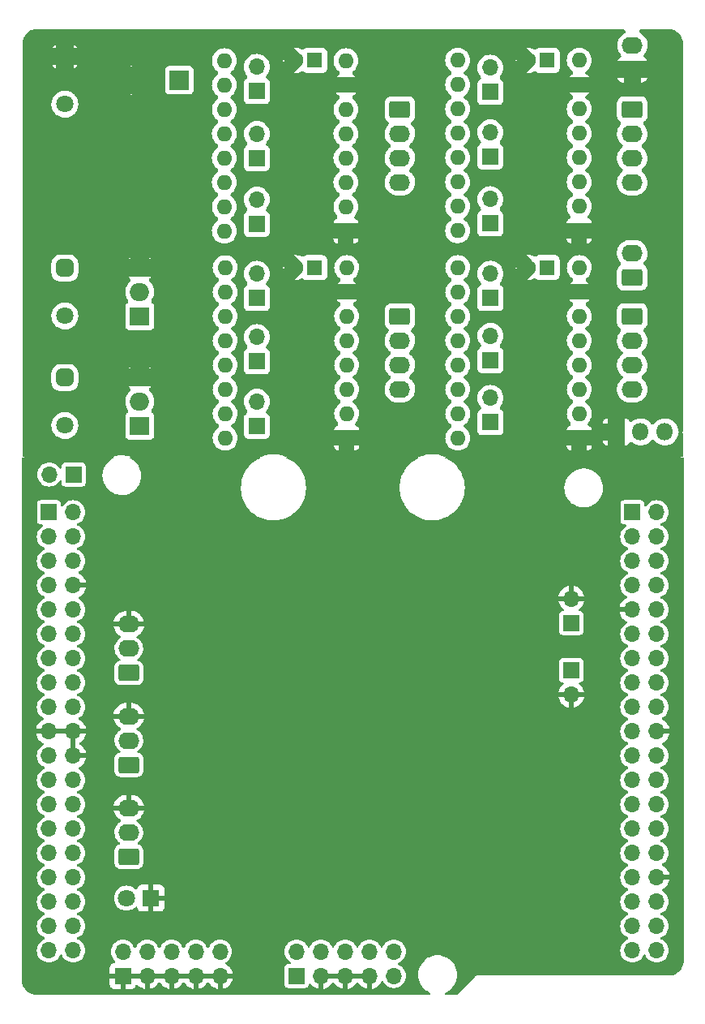
<source format=gbl>
%TF.GenerationSoftware,KiCad,Pcbnew,6.0.5-a6ca702e91~116~ubuntu20.04.1*%
%TF.CreationDate,2022-07-31T14:48:14+02:00*%
%TF.ProjectId,nucleo_expansion,6e75636c-656f-45f6-9578-70616e73696f,v1.0*%
%TF.SameCoordinates,Original*%
%TF.FileFunction,Copper,L2,Bot*%
%TF.FilePolarity,Positive*%
%FSLAX46Y46*%
G04 Gerber Fmt 4.6, Leading zero omitted, Abs format (unit mm)*
G04 Created by KiCad (PCBNEW 6.0.5-a6ca702e91~116~ubuntu20.04.1) date 2022-07-31 14:48:14*
%MOMM*%
%LPD*%
G01*
G04 APERTURE LIST*
G04 Aperture macros list*
%AMRoundRect*
0 Rectangle with rounded corners*
0 $1 Rounding radius*
0 $2 $3 $4 $5 $6 $7 $8 $9 X,Y pos of 4 corners*
0 Add a 4 corners polygon primitive as box body*
4,1,4,$2,$3,$4,$5,$6,$7,$8,$9,$2,$3,0*
0 Add four circle primitives for the rounded corners*
1,1,$1+$1,$2,$3*
1,1,$1+$1,$4,$5*
1,1,$1+$1,$6,$7*
1,1,$1+$1,$8,$9*
0 Add four rect primitives between the rounded corners*
20,1,$1+$1,$2,$3,$4,$5,0*
20,1,$1+$1,$4,$5,$6,$7,0*
20,1,$1+$1,$6,$7,$8,$9,0*
20,1,$1+$1,$8,$9,$2,$3,0*%
G04 Aperture macros list end*
%TA.AperFunction,ComponentPad*%
%ADD10O,2.190000X1.740000*%
%TD*%
%TA.AperFunction,ComponentPad*%
%ADD11RoundRect,0.250000X0.845000X-0.620000X0.845000X0.620000X-0.845000X0.620000X-0.845000X-0.620000X0*%
%TD*%
%TA.AperFunction,ComponentPad*%
%ADD12RoundRect,0.250000X-0.845000X0.620000X-0.845000X-0.620000X0.845000X-0.620000X0.845000X0.620000X0*%
%TD*%
%TA.AperFunction,ComponentPad*%
%ADD13O,1.700000X1.700000*%
%TD*%
%TA.AperFunction,ComponentPad*%
%ADD14R,1.700000X1.700000*%
%TD*%
%TA.AperFunction,ComponentPad*%
%ADD15O,1.600000X1.600000*%
%TD*%
%TA.AperFunction,ComponentPad*%
%ADD16R,1.600000X1.600000*%
%TD*%
%TA.AperFunction,ComponentPad*%
%ADD17R,1.800000X1.800000*%
%TD*%
%TA.AperFunction,ComponentPad*%
%ADD18C,1.800000*%
%TD*%
%TA.AperFunction,ComponentPad*%
%ADD19C,1.600000*%
%TD*%
%TA.AperFunction,ComponentPad*%
%ADD20O,1.800000X1.800000*%
%TD*%
%TA.AperFunction,ComponentPad*%
%ADD21O,2.000000X1.905000*%
%TD*%
%TA.AperFunction,ComponentPad*%
%ADD22R,2.000000X1.905000*%
%TD*%
%TA.AperFunction,ComponentPad*%
%ADD23C,2.000000*%
%TD*%
%TA.AperFunction,ComponentPad*%
%ADD24R,2.000000X2.000000*%
%TD*%
%TA.AperFunction,ComponentPad*%
%ADD25C,1.803400*%
%TD*%
%TA.AperFunction,ComponentPad*%
%ADD26RoundRect,0.450850X-0.450850X0.450850X-0.450850X-0.450850X0.450850X-0.450850X0.450850X0.450850X0*%
%TD*%
%TA.AperFunction,ViaPad*%
%ADD27C,1.000000*%
%TD*%
G04 APERTURE END LIST*
D10*
X141605000Y-82924000D03*
X141605000Y-85464000D03*
D11*
X141605000Y-88004000D03*
D10*
X169926000Y-58420000D03*
X169926000Y-55880000D03*
X169926000Y-53340000D03*
D12*
X169926000Y-50800000D03*
D13*
X179370200Y-24856200D03*
D14*
X179370200Y-27396200D03*
D10*
X141605000Y-92516000D03*
X141605000Y-95056000D03*
D11*
X141605000Y-97596000D03*
D15*
X151590000Y-41903000D03*
X151590000Y-39363000D03*
X151590000Y-36823000D03*
X151590000Y-34283000D03*
X151590000Y-31743000D03*
X151590000Y-29203000D03*
X151590000Y-26663000D03*
X151590000Y-24123000D03*
X164290000Y-24123000D03*
X164290000Y-26663000D03*
X164290000Y-29203000D03*
X164290000Y-31743000D03*
X164290000Y-34283000D03*
X164290000Y-36823000D03*
X164290000Y-39363000D03*
D16*
X164290000Y-41903000D03*
D13*
X187833000Y-90276000D03*
D14*
X187833000Y-87736000D03*
D13*
X154973000Y-59695000D03*
D14*
X154973000Y-62235000D03*
D17*
X143896000Y-111506000D03*
D18*
X141356000Y-111506000D03*
D19*
X183311000Y-24087200D03*
D16*
X185311000Y-24087200D03*
D10*
X194201000Y-58420000D03*
X194201000Y-55880000D03*
X194201000Y-53340000D03*
D12*
X194201000Y-50800000D03*
D10*
X194221000Y-22503000D03*
D11*
X194221000Y-25043000D03*
D20*
X197612000Y-62859000D03*
X195072000Y-62859000D03*
D17*
X192532000Y-62859000D03*
D13*
X179390200Y-59307000D03*
D14*
X179390200Y-61847000D03*
D10*
X169926000Y-36823000D03*
X169926000Y-34283000D03*
X169926000Y-31743000D03*
D12*
X169926000Y-29203000D03*
D21*
X142748000Y-45720000D03*
X142748000Y-48260000D03*
D22*
X142748000Y-50800000D03*
D21*
X142748000Y-57150000D03*
X142748000Y-59690000D03*
D22*
X142748000Y-62230000D03*
D13*
X154973000Y-31748000D03*
D14*
X154973000Y-34288000D03*
D13*
X179390200Y-46353000D03*
D14*
X179390200Y-48893000D03*
D13*
X154973000Y-24763000D03*
D14*
X154973000Y-27303000D03*
D13*
X179370200Y-31592200D03*
D14*
X179370200Y-34132200D03*
D13*
X151135000Y-117099000D03*
X151135000Y-119639000D03*
X148595000Y-117099000D03*
X148595000Y-119639000D03*
X146055000Y-117099000D03*
X146055000Y-119639000D03*
X143515000Y-117099000D03*
X143515000Y-119639000D03*
X140975000Y-117099000D03*
D14*
X140975000Y-119639000D03*
D23*
X141893677Y-26154200D03*
D24*
X146893677Y-26154200D03*
D15*
X175961200Y-41867200D03*
X175961200Y-39327200D03*
X175961200Y-36787200D03*
X175961200Y-34247200D03*
X175961200Y-31707200D03*
X175961200Y-29167200D03*
X175961200Y-26627200D03*
X175961200Y-24087200D03*
X188661200Y-24087200D03*
X188661200Y-26627200D03*
X188661200Y-29167200D03*
X188661200Y-31707200D03*
X188661200Y-34247200D03*
X188661200Y-36787200D03*
X188661200Y-39327200D03*
D16*
X188661200Y-41867200D03*
D13*
X133300000Y-67310000D03*
D14*
X135840000Y-67310000D03*
D13*
X154973000Y-52959000D03*
D14*
X154973000Y-55499000D03*
D25*
X134917299Y-62190000D03*
D26*
X134917299Y-57190000D03*
D13*
X187833000Y-80269000D03*
D14*
X187833000Y-82809000D03*
D19*
X159036000Y-45720000D03*
D16*
X161036000Y-45720000D03*
D19*
X183311000Y-45713000D03*
D16*
X185311000Y-45713000D03*
D15*
X175971200Y-63493000D03*
X175971200Y-60953000D03*
X175971200Y-58413000D03*
X175971200Y-55873000D03*
X175971200Y-53333000D03*
X175971200Y-50793000D03*
X175971200Y-48253000D03*
X175971200Y-45713000D03*
X188671200Y-45713000D03*
X188671200Y-48253000D03*
X188671200Y-50793000D03*
X188671200Y-53333000D03*
X188671200Y-55873000D03*
X188671200Y-58413000D03*
X188671200Y-60953000D03*
D16*
X188671200Y-63493000D03*
D13*
X154973000Y-38606000D03*
D14*
X154973000Y-41146000D03*
D10*
X194201000Y-36823000D03*
X194201000Y-34283000D03*
X194201000Y-31743000D03*
D12*
X194201000Y-29203000D03*
D25*
X134917299Y-28662000D03*
D26*
X134917299Y-23662000D03*
D25*
X134917299Y-50760000D03*
D26*
X134917299Y-45760000D03*
D15*
X151671000Y-63500000D03*
X151671000Y-60960000D03*
X151671000Y-58420000D03*
X151671000Y-55880000D03*
X151671000Y-53340000D03*
X151671000Y-50800000D03*
X151671000Y-48260000D03*
X151671000Y-45720000D03*
X164371000Y-45720000D03*
X164371000Y-48260000D03*
X164371000Y-50800000D03*
X164371000Y-53340000D03*
X164371000Y-55880000D03*
X164371000Y-58420000D03*
X164371000Y-60960000D03*
D16*
X164371000Y-63500000D03*
D13*
X154973000Y-46355000D03*
D14*
X154973000Y-48895000D03*
D10*
X194201000Y-44196000D03*
D11*
X194201000Y-46736000D03*
D14*
X159131000Y-119634000D03*
D13*
X159131000Y-117094000D03*
X161671000Y-119634000D03*
X161671000Y-117094000D03*
X164211000Y-119634000D03*
X164211000Y-117094000D03*
X166751000Y-119634000D03*
X166751000Y-117094000D03*
X169291000Y-119634000D03*
X169291000Y-117094000D03*
D19*
X159036000Y-24087200D03*
D16*
X161036000Y-24087200D03*
D13*
X179390200Y-52830000D03*
D14*
X179390200Y-55370000D03*
D13*
X179370200Y-38577200D03*
D14*
X179370200Y-41117200D03*
D10*
X141605000Y-102108000D03*
X141605000Y-104648000D03*
D11*
X141605000Y-107188000D03*
D13*
X135790000Y-116960000D03*
X133250000Y-116960000D03*
X135790000Y-114420000D03*
X133250000Y-114420000D03*
X135790000Y-111880000D03*
X133250000Y-111880000D03*
X135790000Y-109340000D03*
X133250000Y-109340000D03*
X135790000Y-106800000D03*
X133250000Y-106800000D03*
X135790000Y-104260000D03*
X133250000Y-104260000D03*
X135790000Y-101720000D03*
X133250000Y-101720000D03*
X135790000Y-99180000D03*
X133250000Y-99180000D03*
X135790000Y-96640000D03*
X133250000Y-96640000D03*
X135790000Y-94100000D03*
X133250000Y-94100000D03*
X135790000Y-91560000D03*
X133250000Y-91560000D03*
X135790000Y-89020000D03*
X133250000Y-89020000D03*
X135790000Y-86480000D03*
X133250000Y-86480000D03*
X135790000Y-83940000D03*
X133250000Y-83940000D03*
X135790000Y-81400000D03*
X133250000Y-81400000D03*
X135790000Y-78860000D03*
X133250000Y-78860000D03*
X135790000Y-76320000D03*
X133250000Y-76320000D03*
X135790000Y-73780000D03*
X133250000Y-73780000D03*
X135790000Y-71240000D03*
D14*
X133250000Y-71240000D03*
X194210000Y-71240000D03*
D13*
X196750000Y-71240000D03*
X194210000Y-73780000D03*
X196750000Y-73780000D03*
X194210000Y-76320000D03*
X196750000Y-76320000D03*
X194210000Y-78860000D03*
X196750000Y-78860000D03*
X194210000Y-81400000D03*
X196750000Y-81400000D03*
X194210000Y-83940000D03*
X196750000Y-83940000D03*
X194210000Y-86480000D03*
X196750000Y-86480000D03*
X194210000Y-89020000D03*
X196750000Y-89020000D03*
X194210000Y-91560000D03*
X196750000Y-91560000D03*
X194210000Y-94100000D03*
X196750000Y-94100000D03*
X194210000Y-96640000D03*
X196750000Y-96640000D03*
X194210000Y-99180000D03*
X196750000Y-99180000D03*
X194210000Y-101720000D03*
X196750000Y-101720000D03*
X194210000Y-104260000D03*
X196750000Y-104260000D03*
X194210000Y-106800000D03*
X196750000Y-106800000D03*
X194210000Y-109340000D03*
X196750000Y-109340000D03*
X194210000Y-111880000D03*
X196750000Y-111880000D03*
X194210000Y-114420000D03*
X196750000Y-114420000D03*
X194210000Y-116960000D03*
X196750000Y-116960000D03*
D27*
X198882000Y-86207600D03*
X198882000Y-106045000D03*
X198882000Y-99568000D03*
X198882000Y-93091000D03*
X140208000Y-56896000D03*
X140208000Y-55372000D03*
X142748000Y-55372000D03*
X148590000Y-83566000D03*
X144399000Y-80264000D03*
X142748000Y-80264000D03*
X142748000Y-43815000D03*
X131572000Y-25400000D03*
X133223000Y-25273000D03*
X135001000Y-25400000D03*
X133350000Y-21717000D03*
X131572000Y-21717000D03*
X135255000Y-21717000D03*
X136906000Y-22098000D03*
X137033000Y-23876000D03*
X136906000Y-25400000D03*
X135636000Y-59690000D03*
X134112000Y-59690000D03*
X167640000Y-26416000D03*
X157988000Y-26924000D03*
X157988000Y-34036000D03*
X169672000Y-44704000D03*
X167894000Y-46482000D03*
X166624000Y-48260000D03*
X186436000Y-85344000D03*
X184404000Y-85344000D03*
X198882000Y-90170000D03*
X188722000Y-113030000D03*
X187198000Y-113030000D03*
X142494000Y-72898000D03*
X184785000Y-54610000D03*
X179070000Y-88646000D03*
X172212000Y-101854000D03*
X151130000Y-101600000D03*
X162102800Y-104140000D03*
X178562000Y-82042000D03*
X158750000Y-99060000D03*
X161290000Y-101600000D03*
X156210000Y-96520000D03*
X159258000Y-105410000D03*
X148590000Y-99060000D03*
X170180000Y-101600000D03*
X198628000Y-37211000D03*
X173228000Y-103378000D03*
X179070000Y-77470000D03*
X180555000Y-109474000D03*
X153670000Y-88900000D03*
X169672000Y-26416000D03*
X151130000Y-91440000D03*
X151130000Y-96520000D03*
X198628000Y-42291000D03*
X160020000Y-58420000D03*
X148590000Y-88900000D03*
X151130000Y-86360000D03*
X177155000Y-109474000D03*
X140970000Y-80264000D03*
X170180000Y-104902000D03*
X148844000Y-104140000D03*
X198628000Y-45085000D03*
X175006000Y-103378000D03*
X156210000Y-101600000D03*
X142494000Y-78740000D03*
X153670000Y-99060000D03*
X168656000Y-24892000D03*
X187198000Y-103124000D03*
X160020000Y-54610000D03*
X148590000Y-93980000D03*
X198628000Y-24384000D03*
X198628000Y-29083000D03*
X156210000Y-105410000D03*
X171450000Y-103378000D03*
X167005000Y-61214000D03*
X138938000Y-80264000D03*
X142494000Y-74168000D03*
X142494000Y-77470000D03*
X160528000Y-50800000D03*
X176276000Y-84582000D03*
X167132000Y-104140000D03*
X185166000Y-50800000D03*
X176530000Y-80010000D03*
X184785000Y-57658000D03*
X166370000Y-101600000D03*
X153670000Y-93980000D03*
%TA.AperFunction,Conductor*%
G36*
X197971786Y-20821240D02*
G01*
X197976302Y-20821295D01*
X197993823Y-20824023D01*
X198011409Y-20821724D01*
X198029147Y-20821940D01*
X198029137Y-20822734D01*
X198046358Y-20822230D01*
X198195639Y-20832907D01*
X198230803Y-20837963D01*
X198405057Y-20875869D01*
X198439141Y-20885877D01*
X198606231Y-20948199D01*
X198638541Y-20962955D01*
X198795056Y-21048419D01*
X198824944Y-21067627D01*
X198967702Y-21174495D01*
X198994551Y-21197760D01*
X199120646Y-21323856D01*
X199143911Y-21350705D01*
X199250778Y-21493463D01*
X199269986Y-21523351D01*
X199355451Y-21679870D01*
X199370207Y-21712182D01*
X199391673Y-21769737D01*
X199432525Y-21879267D01*
X199442534Y-21913355D01*
X199480439Y-22087607D01*
X199485495Y-22122771D01*
X199492313Y-22218097D01*
X199496476Y-22276311D01*
X199497036Y-22295249D01*
X199494391Y-22312233D01*
X199496691Y-22329823D01*
X199497398Y-22335230D01*
X199499500Y-22367513D01*
X199499500Y-62656597D01*
X199480546Y-62751885D01*
X199426570Y-62832667D01*
X199395403Y-62853492D01*
X199448044Y-62899657D01*
X199491015Y-62986792D01*
X199499500Y-63051239D01*
X199499500Y-65261173D01*
X199480546Y-65356461D01*
X199426570Y-65437243D01*
X199345788Y-65491219D01*
X199322784Y-65499450D01*
X199218554Y-65531067D01*
X199170690Y-65540588D01*
X199055821Y-65551902D01*
X199012172Y-65556201D01*
X198987766Y-65557400D01*
X174941846Y-65557400D01*
X174846558Y-65538446D01*
X174828802Y-65530260D01*
X174731545Y-65480705D01*
X174725736Y-65477745D01*
X174604680Y-65431276D01*
X174389278Y-65348591D01*
X174389270Y-65348588D01*
X174383199Y-65346258D01*
X174072429Y-65262987D01*
X174035109Y-65252987D01*
X174035107Y-65252987D01*
X174028794Y-65251295D01*
X174022343Y-65250273D01*
X174022337Y-65250272D01*
X173850170Y-65223004D01*
X173666404Y-65193898D01*
X173659905Y-65193557D01*
X173659901Y-65193557D01*
X173306507Y-65175037D01*
X173300000Y-65174696D01*
X173293493Y-65175037D01*
X172940099Y-65193557D01*
X172940095Y-65193557D01*
X172933596Y-65193898D01*
X172749830Y-65223004D01*
X172577663Y-65250272D01*
X172577657Y-65250273D01*
X172571206Y-65251295D01*
X172564893Y-65252987D01*
X172564891Y-65252987D01*
X172527571Y-65262987D01*
X172216801Y-65346258D01*
X172210730Y-65348588D01*
X172210722Y-65348591D01*
X171995320Y-65431276D01*
X171874264Y-65477745D01*
X171868455Y-65480705D01*
X171771198Y-65530260D01*
X171677691Y-65556632D01*
X171658154Y-65557400D01*
X158342220Y-65557400D01*
X158246932Y-65538446D01*
X158229176Y-65530260D01*
X158151545Y-65490705D01*
X158145736Y-65487745D01*
X158014173Y-65437243D01*
X157809278Y-65358591D01*
X157809270Y-65358588D01*
X157803199Y-65356258D01*
X157594187Y-65300253D01*
X157455109Y-65262987D01*
X157455107Y-65262987D01*
X157448794Y-65261295D01*
X157442343Y-65260273D01*
X157442337Y-65260272D01*
X157270170Y-65233004D01*
X157086404Y-65203898D01*
X157079905Y-65203557D01*
X157079901Y-65203557D01*
X156726507Y-65185037D01*
X156720000Y-65184696D01*
X156713493Y-65185037D01*
X156360099Y-65203557D01*
X156360095Y-65203557D01*
X156353596Y-65203898D01*
X156169830Y-65233004D01*
X155997663Y-65260272D01*
X155997657Y-65260273D01*
X155991206Y-65261295D01*
X155984893Y-65262987D01*
X155984891Y-65262987D01*
X155845813Y-65300253D01*
X155636801Y-65356258D01*
X155630730Y-65358588D01*
X155630722Y-65358591D01*
X155425827Y-65437243D01*
X155294264Y-65487745D01*
X155288455Y-65490705D01*
X155210824Y-65530260D01*
X155117317Y-65556632D01*
X155097780Y-65557400D01*
X141954768Y-65557400D01*
X141854683Y-65536400D01*
X141831461Y-65526206D01*
X141589972Y-65420200D01*
X141581828Y-65417880D01*
X141581825Y-65417879D01*
X141478360Y-65388406D01*
X141311907Y-65340991D01*
X141025664Y-65300253D01*
X140887721Y-65299531D01*
X140745020Y-65298783D01*
X140745014Y-65298783D01*
X140736542Y-65298739D01*
X140593215Y-65317609D01*
X140458295Y-65335371D01*
X140458292Y-65335372D01*
X140449888Y-65336478D01*
X140441714Y-65338714D01*
X140441710Y-65338715D01*
X140179181Y-65410535D01*
X140179176Y-65410537D01*
X140171009Y-65412771D01*
X139905064Y-65526206D01*
X139898214Y-65530306D01*
X139804869Y-65556632D01*
X139785332Y-65557400D01*
X131012234Y-65557400D01*
X130987828Y-65556201D01*
X130944179Y-65551902D01*
X130829310Y-65540588D01*
X130781446Y-65531067D01*
X130677218Y-65499451D01*
X130591536Y-65453652D01*
X130529901Y-65378550D01*
X130501699Y-65285579D01*
X130500500Y-65261173D01*
X130500500Y-62155624D01*
X133510713Y-62155624D01*
X133515903Y-62245635D01*
X133523237Y-62372819D01*
X133523986Y-62385817D01*
X133574677Y-62610752D01*
X133661425Y-62824387D01*
X133666768Y-62833106D01*
X133740864Y-62954019D01*
X133781901Y-63020986D01*
X133788590Y-63028708D01*
X133924297Y-63185372D01*
X133932868Y-63195267D01*
X134005793Y-63255810D01*
X134065881Y-63305696D01*
X134110274Y-63342552D01*
X134119095Y-63347707D01*
X134119097Y-63347708D01*
X134300533Y-63453731D01*
X134300537Y-63453733D01*
X134309352Y-63458884D01*
X134318892Y-63462527D01*
X134515213Y-63537495D01*
X134515218Y-63537497D01*
X134524757Y-63541139D01*
X134750704Y-63587108D01*
X134981125Y-63595558D01*
X134991256Y-63594260D01*
X134991261Y-63594260D01*
X135112790Y-63578691D01*
X135209832Y-63566260D01*
X135219616Y-63563325D01*
X135219619Y-63563324D01*
X135420894Y-63502938D01*
X135420895Y-63502937D01*
X135430683Y-63500001D01*
X135439858Y-63495506D01*
X135439861Y-63495505D01*
X135617025Y-63408713D01*
X135637746Y-63398562D01*
X135825462Y-63264666D01*
X135988788Y-63101909D01*
X136048552Y-63018739D01*
X136117381Y-62922954D01*
X136117383Y-62922950D01*
X136123339Y-62914662D01*
X136153471Y-62853695D01*
X136220974Y-62717111D01*
X136220974Y-62717110D01*
X136225500Y-62707953D01*
X136240478Y-62658654D01*
X136289559Y-62497111D01*
X136289559Y-62497109D01*
X136292529Y-62487335D01*
X136294792Y-62470150D01*
X136321761Y-62265295D01*
X136321761Y-62265294D01*
X136322625Y-62258732D01*
X136323368Y-62228360D01*
X136324143Y-62196625D01*
X136324305Y-62190000D01*
X136323462Y-62179739D01*
X136306249Y-61970381D01*
X136305412Y-61960199D01*
X136299464Y-61936518D01*
X136251729Y-61746477D01*
X136251727Y-61746471D01*
X136249240Y-61736570D01*
X136245168Y-61727204D01*
X136161374Y-61534491D01*
X136161371Y-61534486D01*
X136157298Y-61525118D01*
X136032055Y-61331522D01*
X135996038Y-61291939D01*
X135883753Y-61168540D01*
X135876875Y-61160981D01*
X135695924Y-61018075D01*
X135610351Y-60970836D01*
X135503009Y-60911580D01*
X135503005Y-60911578D01*
X135494063Y-60906642D01*
X135484437Y-60903233D01*
X135484432Y-60903231D01*
X135286348Y-60833086D01*
X135286349Y-60833086D01*
X135276713Y-60829674D01*
X135049710Y-60789238D01*
X135039489Y-60789113D01*
X135039488Y-60789113D01*
X134912538Y-60787562D01*
X134819151Y-60786421D01*
X134809050Y-60787967D01*
X134809046Y-60787967D01*
X134718449Y-60801831D01*
X134591228Y-60821299D01*
X134581530Y-60824469D01*
X134581525Y-60824470D01*
X134381768Y-60889760D01*
X134381761Y-60889763D01*
X134372062Y-60892933D01*
X134320155Y-60919954D01*
X134243228Y-60960000D01*
X134167539Y-60999401D01*
X134142668Y-61018075D01*
X133991328Y-61131704D01*
X133991324Y-61131707D01*
X133983151Y-61137844D01*
X133976086Y-61145237D01*
X133976085Y-61145238D01*
X133850724Y-61276420D01*
X133823850Y-61304542D01*
X133693914Y-61495021D01*
X133689612Y-61504289D01*
X133606398Y-61683560D01*
X133596834Y-61704163D01*
X133587847Y-61736570D01*
X133541355Y-61904214D01*
X133535215Y-61926353D01*
X133534129Y-61936518D01*
X133515350Y-62112239D01*
X133510713Y-62155624D01*
X130500500Y-62155624D01*
X130500500Y-59791704D01*
X141246072Y-59791704D01*
X141282212Y-60027884D01*
X141356442Y-60254990D01*
X141466767Y-60466923D01*
X141504494Y-60517171D01*
X141507316Y-60520929D01*
X141549372Y-60608510D01*
X141554711Y-60705518D01*
X141522520Y-60797185D01*
X141457527Y-60869685D01*
X141411816Y-60903944D01*
X141390454Y-60919954D01*
X141379813Y-60934152D01*
X141373808Y-60942164D01*
X141304474Y-61034676D01*
X141254149Y-61168920D01*
X141247500Y-61230123D01*
X141247501Y-63229876D01*
X141254149Y-63291080D01*
X141304474Y-63425324D01*
X141390454Y-63540046D01*
X141505176Y-63626026D01*
X141521787Y-63632253D01*
X141624804Y-63670872D01*
X141624805Y-63670872D01*
X141639420Y-63676351D01*
X141700623Y-63683000D01*
X142747300Y-63683000D01*
X143795376Y-63682999D01*
X143856580Y-63676351D01*
X143990824Y-63626026D01*
X144105546Y-63540046D01*
X144135559Y-63500000D01*
X150365532Y-63500000D01*
X150366480Y-63510836D01*
X150381479Y-63682272D01*
X150385365Y-63726692D01*
X150444261Y-63946496D01*
X150540432Y-64152734D01*
X150670953Y-64339139D01*
X150831861Y-64500047D01*
X151018266Y-64630568D01*
X151224504Y-64726739D01*
X151235001Y-64729552D01*
X151235002Y-64729552D01*
X151309076Y-64749400D01*
X151444308Y-64785635D01*
X151455136Y-64786582D01*
X151455140Y-64786583D01*
X151660164Y-64804520D01*
X151671000Y-64805468D01*
X151681836Y-64804520D01*
X151886860Y-64786583D01*
X151886864Y-64786582D01*
X151897692Y-64785635D01*
X152032924Y-64749400D01*
X152106998Y-64729552D01*
X152106999Y-64729552D01*
X152117496Y-64726739D01*
X152323734Y-64630568D01*
X152510139Y-64500047D01*
X152668840Y-64341346D01*
X163063001Y-64341346D01*
X163063729Y-64354792D01*
X163068062Y-64394685D01*
X163075228Y-64424826D01*
X163114600Y-64529850D01*
X163131469Y-64560660D01*
X163197453Y-64648703D01*
X163222297Y-64673547D01*
X163310340Y-64739531D01*
X163341150Y-64756400D01*
X163446178Y-64795773D01*
X163476309Y-64802938D01*
X163516214Y-64807273D01*
X163529650Y-64808000D01*
X163546473Y-64808000D01*
X163566931Y-64803931D01*
X163571000Y-64783473D01*
X163571000Y-64783472D01*
X165171000Y-64783472D01*
X165175069Y-64803930D01*
X165195527Y-64807999D01*
X165212346Y-64807999D01*
X165225792Y-64807271D01*
X165265685Y-64802938D01*
X165295826Y-64795772D01*
X165400850Y-64756400D01*
X165431660Y-64739531D01*
X165519703Y-64673547D01*
X165544547Y-64648703D01*
X165610531Y-64560660D01*
X165627400Y-64529850D01*
X165666773Y-64424822D01*
X165673938Y-64394691D01*
X165678273Y-64354786D01*
X165679000Y-64341350D01*
X165679000Y-64324527D01*
X165674931Y-64304069D01*
X165654473Y-64300000D01*
X165195527Y-64300000D01*
X165175069Y-64304069D01*
X165171000Y-64324527D01*
X165171000Y-64783472D01*
X163571000Y-64783472D01*
X163571000Y-64324527D01*
X163566931Y-64304069D01*
X163546473Y-64300000D01*
X163087528Y-64300000D01*
X163067070Y-64304069D01*
X163063001Y-64324527D01*
X163063001Y-64341346D01*
X152668840Y-64341346D01*
X152671047Y-64339139D01*
X152801568Y-64152734D01*
X152897739Y-63946496D01*
X152956635Y-63726692D01*
X152960522Y-63682272D01*
X152975520Y-63510836D01*
X152976468Y-63500000D01*
X152972274Y-63452065D01*
X152957583Y-63284140D01*
X152957582Y-63284136D01*
X152956635Y-63273308D01*
X152922725Y-63146753D01*
X152900552Y-63064002D01*
X152900552Y-63064001D01*
X152897739Y-63053504D01*
X152801568Y-62847266D01*
X152790429Y-62831357D01*
X152729524Y-62744376D01*
X152671047Y-62660861D01*
X152510139Y-62499953D01*
X152415903Y-62433969D01*
X152348719Y-62363789D01*
X152313506Y-62273240D01*
X152315625Y-62176108D01*
X152354753Y-62087181D01*
X152415902Y-62026032D01*
X152510139Y-61960047D01*
X152671047Y-61799139D01*
X152801568Y-61612734D01*
X152897739Y-61406496D01*
X152956635Y-61186692D01*
X152958885Y-61160981D01*
X152975520Y-60970836D01*
X152976468Y-60960000D01*
X152972232Y-60911580D01*
X152957583Y-60744140D01*
X152957582Y-60744136D01*
X152956635Y-60733308D01*
X152910829Y-60562357D01*
X152900552Y-60524002D01*
X152900552Y-60524001D01*
X152897739Y-60513504D01*
X152801568Y-60307266D01*
X152790429Y-60291357D01*
X152715187Y-60183900D01*
X152671047Y-60120861D01*
X152510139Y-59959953D01*
X152415903Y-59893969D01*
X152348719Y-59823789D01*
X152313506Y-59733240D01*
X152314340Y-59695000D01*
X153617341Y-59695000D01*
X153618289Y-59705835D01*
X153634137Y-59886970D01*
X153637937Y-59930408D01*
X153699097Y-60158663D01*
X153703691Y-60168516D01*
X153703693Y-60168520D01*
X153759250Y-60287660D01*
X153798965Y-60372829D01*
X153934505Y-60566401D01*
X153940784Y-60572680D01*
X153987084Y-60657080D01*
X153997659Y-60753658D01*
X153970470Y-60846931D01*
X153909657Y-60922699D01*
X153884627Y-60939805D01*
X153880176Y-60941474D01*
X153765454Y-61027454D01*
X153679474Y-61142176D01*
X153669591Y-61168540D01*
X153658851Y-61197190D01*
X153629149Y-61276420D01*
X153622500Y-61337623D01*
X153622501Y-63132376D01*
X153629149Y-63193580D01*
X153679474Y-63327824D01*
X153765454Y-63442546D01*
X153779652Y-63453187D01*
X153792114Y-63462527D01*
X153880176Y-63528526D01*
X153926712Y-63545971D01*
X153999804Y-63573372D01*
X153999805Y-63573372D01*
X154014420Y-63578851D01*
X154075623Y-63585500D01*
X154972400Y-63585500D01*
X155870376Y-63585499D01*
X155931580Y-63578851D01*
X156065824Y-63528526D01*
X156113226Y-63493000D01*
X174665732Y-63493000D01*
X174666680Y-63503836D01*
X174684243Y-63704576D01*
X174685565Y-63719692D01*
X174744461Y-63939496D01*
X174840632Y-64145734D01*
X174846870Y-64154642D01*
X174846870Y-64154643D01*
X174855812Y-64167413D01*
X174971153Y-64332139D01*
X175132061Y-64493047D01*
X175318466Y-64623568D01*
X175524704Y-64719739D01*
X175535201Y-64722552D01*
X175535202Y-64722552D01*
X175598569Y-64739531D01*
X175744508Y-64778635D01*
X175755336Y-64779582D01*
X175755340Y-64779583D01*
X175960364Y-64797520D01*
X175971200Y-64798468D01*
X175982036Y-64797520D01*
X176187060Y-64779583D01*
X176187064Y-64779582D01*
X176197892Y-64778635D01*
X176343831Y-64739531D01*
X176407198Y-64722552D01*
X176407199Y-64722552D01*
X176417696Y-64719739D01*
X176623934Y-64623568D01*
X176810339Y-64493047D01*
X176969040Y-64334346D01*
X187363201Y-64334346D01*
X187363929Y-64347792D01*
X187368262Y-64387685D01*
X187375428Y-64417826D01*
X187414800Y-64522850D01*
X187431669Y-64553660D01*
X187497653Y-64641703D01*
X187522497Y-64666547D01*
X187610540Y-64732531D01*
X187641350Y-64749400D01*
X187746378Y-64788773D01*
X187776509Y-64795938D01*
X187816414Y-64800273D01*
X187829850Y-64801000D01*
X187846673Y-64801000D01*
X187867131Y-64796931D01*
X187871200Y-64776473D01*
X187871200Y-64776472D01*
X189471200Y-64776472D01*
X189475269Y-64796930D01*
X189495727Y-64800999D01*
X189512546Y-64800999D01*
X189525992Y-64800271D01*
X189565885Y-64795938D01*
X189596026Y-64788772D01*
X189701050Y-64749400D01*
X189731860Y-64732531D01*
X189819903Y-64666547D01*
X189844747Y-64641703D01*
X189910731Y-64553660D01*
X189927600Y-64522850D01*
X189966973Y-64417822D01*
X189974138Y-64387691D01*
X189978473Y-64347786D01*
X189979200Y-64334350D01*
X189979200Y-64317527D01*
X189975131Y-64297069D01*
X189954673Y-64293000D01*
X189495727Y-64293000D01*
X189475269Y-64297069D01*
X189471200Y-64317527D01*
X189471200Y-64776472D01*
X187871200Y-64776472D01*
X187871200Y-64317527D01*
X187867131Y-64297069D01*
X187846673Y-64293000D01*
X187387728Y-64293000D01*
X187367270Y-64297069D01*
X187363201Y-64317527D01*
X187363201Y-64334346D01*
X176969040Y-64334346D01*
X176971247Y-64332139D01*
X177086588Y-64167413D01*
X177095530Y-64154643D01*
X177095530Y-64154642D01*
X177101768Y-64145734D01*
X177197939Y-63939496D01*
X177235224Y-63800346D01*
X191124001Y-63800346D01*
X191124729Y-63813792D01*
X191129062Y-63853685D01*
X191136228Y-63883826D01*
X191175600Y-63988850D01*
X191192469Y-64019660D01*
X191258453Y-64107703D01*
X191283297Y-64132547D01*
X191371340Y-64198531D01*
X191402150Y-64215400D01*
X191507178Y-64254773D01*
X191537309Y-64261938D01*
X191577214Y-64266273D01*
X191590650Y-64267000D01*
X191607473Y-64267000D01*
X191627931Y-64262931D01*
X191632000Y-64242473D01*
X191632000Y-64242472D01*
X193432000Y-64242472D01*
X193436069Y-64262930D01*
X193456527Y-64266999D01*
X193473346Y-64266999D01*
X193486792Y-64266271D01*
X193526685Y-64261938D01*
X193556826Y-64254772D01*
X193661850Y-64215400D01*
X193692660Y-64198531D01*
X193780703Y-64132547D01*
X193805543Y-64107707D01*
X193870255Y-64021361D01*
X193942569Y-63956477D01*
X194034207Y-63924206D01*
X194131220Y-63929460D01*
X194218838Y-63971438D01*
X194228542Y-63979095D01*
X194265953Y-64010154D01*
X194464790Y-64126345D01*
X194679934Y-64208501D01*
X194905607Y-64254414D01*
X195016329Y-64258474D01*
X195125537Y-64262479D01*
X195125543Y-64262479D01*
X195135749Y-64262853D01*
X195145880Y-64261555D01*
X195145885Y-64261555D01*
X195268058Y-64245904D01*
X195364178Y-64233591D01*
X195373962Y-64230656D01*
X195373965Y-64230655D01*
X195574972Y-64170350D01*
X195574974Y-64170349D01*
X195584761Y-64167413D01*
X195593936Y-64162918D01*
X195593939Y-64162917D01*
X195679120Y-64121187D01*
X195791574Y-64066096D01*
X195979062Y-63932363D01*
X196142190Y-63769803D01*
X196148155Y-63761501D01*
X196154776Y-63753722D01*
X196157369Y-63755929D01*
X196211422Y-63704576D01*
X196302104Y-63669707D01*
X196399227Y-63672196D01*
X196488005Y-63711662D01*
X196532618Y-63752056D01*
X196622069Y-63855321D01*
X196622073Y-63855325D01*
X196628763Y-63863048D01*
X196805953Y-64010154D01*
X197004790Y-64126345D01*
X197219934Y-64208501D01*
X197445607Y-64254414D01*
X197556329Y-64258474D01*
X197665537Y-64262479D01*
X197665543Y-64262479D01*
X197675749Y-64262853D01*
X197685880Y-64261555D01*
X197685885Y-64261555D01*
X197808058Y-64245904D01*
X197904178Y-64233591D01*
X197913962Y-64230656D01*
X197913965Y-64230655D01*
X198114972Y-64170350D01*
X198114974Y-64170349D01*
X198124761Y-64167413D01*
X198133936Y-64162918D01*
X198133939Y-64162917D01*
X198219120Y-64121187D01*
X198331574Y-64066096D01*
X198519062Y-63932363D01*
X198682190Y-63769803D01*
X198692160Y-63755929D01*
X198785504Y-63626026D01*
X198816577Y-63582783D01*
X198821229Y-63573372D01*
X198877812Y-63458884D01*
X198918615Y-63376325D01*
X198963110Y-63229876D01*
X198982591Y-63165758D01*
X198982592Y-63165754D01*
X198985563Y-63155975D01*
X199003630Y-63018739D01*
X199034859Y-62926740D01*
X199098918Y-62853695D01*
X199102936Y-62851714D01*
X199074430Y-62832667D01*
X199020454Y-62751885D01*
X199002337Y-62677000D01*
X198999267Y-62639660D01*
X198998430Y-62629478D01*
X198993727Y-62610752D01*
X198944817Y-62416036D01*
X198944816Y-62416033D01*
X198942326Y-62406120D01*
X198889180Y-62283892D01*
X198854571Y-62204295D01*
X198854569Y-62204291D01*
X198850496Y-62194924D01*
X198725405Y-62001563D01*
X198693302Y-61966282D01*
X198577284Y-61838781D01*
X198577283Y-61838780D01*
X198570412Y-61831229D01*
X198401290Y-61697664D01*
X198397699Y-61694828D01*
X198397697Y-61694827D01*
X198389681Y-61688496D01*
X198188065Y-61577198D01*
X198178439Y-61573789D01*
X198178434Y-61573787D01*
X197980608Y-61503733D01*
X197980606Y-61503732D01*
X197970978Y-61500323D01*
X197744250Y-61459937D01*
X197734028Y-61459812D01*
X197734027Y-61459812D01*
X197595389Y-61458118D01*
X197513971Y-61457123D01*
X197503870Y-61458669D01*
X197503865Y-61458669D01*
X197346188Y-61482798D01*
X197286325Y-61491958D01*
X197276611Y-61495133D01*
X197276607Y-61495134D01*
X197156195Y-61534491D01*
X197067424Y-61563506D01*
X196863149Y-61669845D01*
X196678984Y-61808119D01*
X196520462Y-61974004D01*
X196440930Y-62029797D01*
X196346096Y-62050908D01*
X196250402Y-62034121D01*
X196168417Y-61981992D01*
X196156278Y-61969553D01*
X196037284Y-61838781D01*
X196037283Y-61838780D01*
X196030412Y-61831229D01*
X195861290Y-61697664D01*
X195857699Y-61694828D01*
X195857697Y-61694827D01*
X195849681Y-61688496D01*
X195648065Y-61577198D01*
X195638439Y-61573789D01*
X195638434Y-61573787D01*
X195440608Y-61503733D01*
X195440606Y-61503732D01*
X195430978Y-61500323D01*
X195204250Y-61459937D01*
X195194028Y-61459812D01*
X195194027Y-61459812D01*
X195055389Y-61458118D01*
X194973971Y-61457123D01*
X194963870Y-61458669D01*
X194963865Y-61458669D01*
X194806188Y-61482798D01*
X194746325Y-61491958D01*
X194736611Y-61495133D01*
X194736607Y-61495134D01*
X194616195Y-61534491D01*
X194527424Y-61563506D01*
X194323149Y-61669845D01*
X194314973Y-61675983D01*
X194314974Y-61675983D01*
X194219780Y-61747456D01*
X194132199Y-61789511D01*
X194035191Y-61794850D01*
X193943524Y-61762658D01*
X193871023Y-61697664D01*
X193805543Y-61610293D01*
X193780703Y-61585453D01*
X193692660Y-61519469D01*
X193661850Y-61502600D01*
X193556822Y-61463227D01*
X193526691Y-61456062D01*
X193486786Y-61451727D01*
X193473350Y-61451000D01*
X193456527Y-61451000D01*
X193436069Y-61455069D01*
X193432000Y-61475527D01*
X193432000Y-64242472D01*
X191632000Y-64242472D01*
X191632000Y-63783527D01*
X191627931Y-63763069D01*
X191607473Y-63759000D01*
X191148528Y-63759000D01*
X191128070Y-63763069D01*
X191124001Y-63783527D01*
X191124001Y-63800346D01*
X177235224Y-63800346D01*
X177256835Y-63719692D01*
X177258158Y-63704576D01*
X177275720Y-63503836D01*
X177276668Y-63493000D01*
X177267887Y-63392628D01*
X177257783Y-63277140D01*
X177257782Y-63277136D01*
X177256835Y-63266308D01*
X177227272Y-63155975D01*
X177200752Y-63057002D01*
X177200752Y-63057001D01*
X177197939Y-63046504D01*
X177101768Y-62840266D01*
X176971247Y-62653861D01*
X176810339Y-62492953D01*
X176716103Y-62426969D01*
X176648919Y-62356789D01*
X176613706Y-62266240D01*
X176615825Y-62169108D01*
X176654953Y-62080181D01*
X176716102Y-62019032D01*
X176810339Y-61953047D01*
X176971247Y-61792139D01*
X177073042Y-61646760D01*
X177095530Y-61614643D01*
X177095530Y-61614642D01*
X177101768Y-61605734D01*
X177197939Y-61399496D01*
X177214518Y-61337624D01*
X177254022Y-61190190D01*
X177256835Y-61179692D01*
X177259850Y-61145238D01*
X177275720Y-60963836D01*
X177276668Y-60953000D01*
X177272314Y-60903231D01*
X177257783Y-60737140D01*
X177257782Y-60737136D01*
X177256835Y-60726308D01*
X177213988Y-60566401D01*
X177200752Y-60517002D01*
X177200752Y-60517001D01*
X177197939Y-60506504D01*
X177101768Y-60300266D01*
X176971247Y-60113861D01*
X176810339Y-59952953D01*
X176716103Y-59886969D01*
X176648919Y-59816789D01*
X176613706Y-59726240D01*
X176615825Y-59629108D01*
X176654953Y-59540181D01*
X176716102Y-59479032D01*
X176810339Y-59413047D01*
X176916386Y-59307000D01*
X178034541Y-59307000D01*
X178055137Y-59542408D01*
X178116297Y-59770663D01*
X178120891Y-59780516D01*
X178120893Y-59780520D01*
X178170532Y-59886970D01*
X178216165Y-59984829D01*
X178351705Y-60178401D01*
X178357984Y-60184680D01*
X178404284Y-60269080D01*
X178414859Y-60365658D01*
X178387670Y-60458931D01*
X178326857Y-60534699D01*
X178301827Y-60551805D01*
X178297376Y-60553474D01*
X178182654Y-60639454D01*
X178096674Y-60754176D01*
X178090447Y-60770787D01*
X178066760Y-60833974D01*
X178046349Y-60888420D01*
X178039700Y-60949623D01*
X178039701Y-62744376D01*
X178046349Y-62805580D01*
X178096674Y-62939824D01*
X178182654Y-63054546D01*
X178297376Y-63140526D01*
X178313987Y-63146753D01*
X178417004Y-63185372D01*
X178417005Y-63185372D01*
X178431620Y-63190851D01*
X178492823Y-63197500D01*
X179389600Y-63197500D01*
X180287576Y-63197499D01*
X180348780Y-63190851D01*
X180483024Y-63140526D01*
X180597746Y-63054546D01*
X180683726Y-62939824D01*
X180716090Y-62853492D01*
X180728572Y-62820196D01*
X180728572Y-62820195D01*
X180734051Y-62805580D01*
X180740700Y-62744377D01*
X180740700Y-62668473D01*
X187363200Y-62668473D01*
X187367269Y-62688931D01*
X187387727Y-62693000D01*
X189954672Y-62693000D01*
X189975130Y-62688931D01*
X189979199Y-62668473D01*
X189979199Y-62651654D01*
X189978471Y-62638208D01*
X189974138Y-62598315D01*
X189966972Y-62568174D01*
X189927600Y-62463150D01*
X189910731Y-62432340D01*
X189844747Y-62344297D01*
X189819903Y-62319453D01*
X189731858Y-62253467D01*
X189685999Y-62228360D01*
X189611520Y-62165975D01*
X189566583Y-62079836D01*
X189558031Y-61983059D01*
X189573304Y-61934473D01*
X191124000Y-61934473D01*
X191128069Y-61954931D01*
X191148527Y-61959000D01*
X191607473Y-61959000D01*
X191627931Y-61954931D01*
X191632000Y-61934473D01*
X191632000Y-61475528D01*
X191627931Y-61455070D01*
X191607473Y-61451001D01*
X191590654Y-61451001D01*
X191577208Y-61451729D01*
X191537315Y-61456062D01*
X191507174Y-61463228D01*
X191402150Y-61502600D01*
X191371340Y-61519469D01*
X191283297Y-61585453D01*
X191258453Y-61610297D01*
X191192469Y-61698340D01*
X191175600Y-61729150D01*
X191136227Y-61834178D01*
X191129062Y-61864309D01*
X191124727Y-61904214D01*
X191124000Y-61917650D01*
X191124000Y-61934473D01*
X189573304Y-61934473D01*
X189587166Y-61890375D01*
X189629505Y-61833881D01*
X189671247Y-61792139D01*
X189773042Y-61646760D01*
X189795530Y-61614643D01*
X189795530Y-61614642D01*
X189801768Y-61605734D01*
X189897939Y-61399496D01*
X189914518Y-61337624D01*
X189954022Y-61190190D01*
X189956835Y-61179692D01*
X189959850Y-61145238D01*
X189975720Y-60963836D01*
X189976668Y-60953000D01*
X189972314Y-60903231D01*
X189957783Y-60737140D01*
X189957782Y-60737136D01*
X189956835Y-60726308D01*
X189913988Y-60566401D01*
X189900752Y-60517002D01*
X189900752Y-60517001D01*
X189897939Y-60506504D01*
X189801768Y-60300266D01*
X189671247Y-60113861D01*
X189510339Y-59952953D01*
X189416103Y-59886969D01*
X189348919Y-59816789D01*
X189313706Y-59726240D01*
X189315825Y-59629108D01*
X189354953Y-59540181D01*
X189416102Y-59479032D01*
X189510339Y-59413047D01*
X189671247Y-59252139D01*
X189783138Y-59092340D01*
X189795530Y-59074643D01*
X189795530Y-59074642D01*
X189801768Y-59065734D01*
X189897939Y-58859496D01*
X189956835Y-58639692D01*
X189959447Y-58609843D01*
X189975720Y-58423836D01*
X189976668Y-58413000D01*
X189971612Y-58355207D01*
X192602072Y-58355207D01*
X192602467Y-58365734D01*
X192602467Y-58365738D01*
X192608716Y-58532198D01*
X192610797Y-58587626D01*
X192612964Y-58597953D01*
X192612964Y-58597954D01*
X192640710Y-58730187D01*
X192658558Y-58815251D01*
X192662432Y-58825060D01*
X192662433Y-58825064D01*
X192710540Y-58946879D01*
X192743989Y-59031576D01*
X192749460Y-59040592D01*
X192749462Y-59040596D01*
X192806994Y-59135405D01*
X192864646Y-59230413D01*
X192871555Y-59238375D01*
X192871558Y-59238379D01*
X192970255Y-59352116D01*
X193017081Y-59406078D01*
X193196934Y-59553548D01*
X193399063Y-59668607D01*
X193408973Y-59672204D01*
X193607780Y-59744368D01*
X193607785Y-59744369D01*
X193617688Y-59747964D01*
X193628058Y-59749839D01*
X193628061Y-59749840D01*
X193733644Y-59768933D01*
X193846558Y-59789351D01*
X193854744Y-59789737D01*
X193868010Y-59790363D01*
X193868027Y-59790363D01*
X193870924Y-59790500D01*
X194484397Y-59790500D01*
X194657750Y-59775791D01*
X194667961Y-59773141D01*
X194667965Y-59773140D01*
X194807620Y-59736892D01*
X194882873Y-59717360D01*
X195039599Y-59646760D01*
X195085325Y-59626162D01*
X195085328Y-59626160D01*
X195094932Y-59621834D01*
X195287865Y-59491944D01*
X195456155Y-59331404D01*
X195466452Y-59317565D01*
X195537941Y-59221480D01*
X195594989Y-59144804D01*
X195600112Y-59134729D01*
X195659881Y-59017171D01*
X195700398Y-58937480D01*
X195705163Y-58922136D01*
X195766242Y-58725429D01*
X195769369Y-58715359D01*
X195772892Y-58688783D01*
X195798543Y-58495244D01*
X195798543Y-58495242D01*
X195799928Y-58484793D01*
X195798082Y-58435599D01*
X195791599Y-58262915D01*
X195791599Y-58262912D01*
X195791203Y-58252374D01*
X195773342Y-58167251D01*
X195745609Y-58035075D01*
X195745608Y-58035071D01*
X195743442Y-58024749D01*
X195727351Y-57984002D01*
X195661886Y-57818236D01*
X195658011Y-57808424D01*
X195651917Y-57798380D01*
X195542827Y-57618606D01*
X195542826Y-57618605D01*
X195537354Y-57609587D01*
X195530445Y-57601625D01*
X195530442Y-57601621D01*
X195391830Y-57441886D01*
X195391829Y-57441885D01*
X195384919Y-57433922D01*
X195376767Y-57427238D01*
X195376760Y-57427231D01*
X195276516Y-57345036D01*
X195214849Y-57269961D01*
X195186606Y-57177002D01*
X195196086Y-57080311D01*
X195241848Y-56994608D01*
X195278370Y-56958434D01*
X195279116Y-56957834D01*
X195287865Y-56951944D01*
X195295495Y-56944666D01*
X195295498Y-56944663D01*
X195378628Y-56865361D01*
X195456155Y-56791404D01*
X195594989Y-56604804D01*
X195601589Y-56591824D01*
X195667175Y-56462824D01*
X195700398Y-56397480D01*
X195704576Y-56384027D01*
X195766242Y-56185429D01*
X195769369Y-56175359D01*
X195778007Y-56110190D01*
X195798543Y-55955244D01*
X195798543Y-55955242D01*
X195799928Y-55944793D01*
X195797903Y-55890836D01*
X195791599Y-55722915D01*
X195791599Y-55722912D01*
X195791203Y-55712374D01*
X195743442Y-55484749D01*
X195727351Y-55444002D01*
X195661886Y-55278236D01*
X195658011Y-55268424D01*
X195537354Y-55069587D01*
X195530445Y-55061625D01*
X195530442Y-55061621D01*
X195391830Y-54901886D01*
X195391829Y-54901885D01*
X195384919Y-54893922D01*
X195376767Y-54887238D01*
X195376760Y-54887231D01*
X195276516Y-54805036D01*
X195214849Y-54729961D01*
X195186606Y-54637002D01*
X195196086Y-54540311D01*
X195241848Y-54454608D01*
X195278370Y-54418434D01*
X195279116Y-54417834D01*
X195287865Y-54411944D01*
X195295495Y-54404666D01*
X195295498Y-54404663D01*
X195378628Y-54325361D01*
X195456155Y-54251404D01*
X195482412Y-54216114D01*
X195532718Y-54148500D01*
X195594989Y-54064804D01*
X195700398Y-53857480D01*
X195705810Y-53840053D01*
X195766242Y-53645429D01*
X195769369Y-53635359D01*
X195778007Y-53570190D01*
X195798543Y-53415244D01*
X195798543Y-53415242D01*
X195799928Y-53404793D01*
X195797903Y-53350836D01*
X195791599Y-53182915D01*
X195791599Y-53182912D01*
X195791203Y-53172374D01*
X195775138Y-53095810D01*
X195745609Y-52955075D01*
X195745608Y-52955071D01*
X195743442Y-52944749D01*
X195727351Y-52904002D01*
X195661886Y-52738236D01*
X195658011Y-52728424D01*
X195537354Y-52529587D01*
X195530445Y-52521625D01*
X195530442Y-52521621D01*
X195429290Y-52405055D01*
X195381154Y-52320663D01*
X195368977Y-52224275D01*
X195394613Y-52130563D01*
X195454160Y-52053795D01*
X195486324Y-52030125D01*
X195515345Y-52012166D01*
X195600182Y-51927181D01*
X195628763Y-51898550D01*
X195628764Y-51898549D01*
X195638984Y-51888311D01*
X195646757Y-51875702D01*
X195723220Y-51751654D01*
X195723220Y-51751653D01*
X195730814Y-51739334D01*
X195759991Y-51651369D01*
X195781629Y-51586136D01*
X195781630Y-51586132D01*
X195785910Y-51573228D01*
X195793643Y-51497751D01*
X195795853Y-51476185D01*
X195795853Y-51476177D01*
X195796500Y-51469866D01*
X195796500Y-50130134D01*
X195785641Y-50025481D01*
X195777147Y-50000019D01*
X195734833Y-49873190D01*
X195730256Y-49859471D01*
X195717008Y-49838061D01*
X195646612Y-49724304D01*
X195638166Y-49710655D01*
X195514311Y-49587016D01*
X195501997Y-49579426D01*
X195501995Y-49579424D01*
X195377654Y-49502780D01*
X195377653Y-49502780D01*
X195365334Y-49495186D01*
X195268096Y-49462933D01*
X195212136Y-49444371D01*
X195212132Y-49444370D01*
X195199228Y-49440090D01*
X195182366Y-49438362D01*
X195102185Y-49430147D01*
X195102177Y-49430147D01*
X195095866Y-49429500D01*
X193306134Y-49429500D01*
X193299738Y-49430164D01*
X193299731Y-49430164D01*
X193215029Y-49438953D01*
X193215027Y-49438953D01*
X193201481Y-49440359D01*
X193188568Y-49444667D01*
X193188564Y-49444668D01*
X193052826Y-49489954D01*
X193035471Y-49495744D01*
X193023174Y-49503354D01*
X193023171Y-49503355D01*
X192939419Y-49555183D01*
X192886655Y-49587834D01*
X192763016Y-49711689D01*
X192755426Y-49724003D01*
X192755424Y-49724005D01*
X192685123Y-49838056D01*
X192671186Y-49860666D01*
X192654790Y-49910098D01*
X192620803Y-50012564D01*
X192616090Y-50026772D01*
X192614704Y-50040300D01*
X192608327Y-50102546D01*
X192605500Y-50130134D01*
X192605500Y-51469866D01*
X192606164Y-51476262D01*
X192606164Y-51476269D01*
X192614447Y-51556097D01*
X192616359Y-51574519D01*
X192620667Y-51587432D01*
X192620668Y-51587436D01*
X192654783Y-51689691D01*
X192671744Y-51740529D01*
X192679354Y-51752826D01*
X192679355Y-51752829D01*
X192708575Y-51800047D01*
X192763834Y-51889345D01*
X192887689Y-52012984D01*
X192910004Y-52026739D01*
X192912932Y-52028544D01*
X192984102Y-52094680D01*
X193024545Y-52183017D01*
X193028104Y-52280107D01*
X192994238Y-52371168D01*
X192960207Y-52413194D01*
X192960462Y-52413420D01*
X192955289Y-52419267D01*
X192954150Y-52420673D01*
X192945845Y-52428596D01*
X192939553Y-52437053D01*
X192939551Y-52437055D01*
X192896188Y-52495337D01*
X192807011Y-52615196D01*
X192701602Y-52822520D01*
X192698477Y-52832584D01*
X192698475Y-52832589D01*
X192662588Y-52948165D01*
X192632631Y-53044641D01*
X192631245Y-53055095D01*
X192631245Y-53055097D01*
X192628487Y-53075909D01*
X192602072Y-53275207D01*
X192602467Y-53285734D01*
X192602467Y-53285738D01*
X192610401Y-53497085D01*
X192610797Y-53507626D01*
X192658558Y-53735251D01*
X192662432Y-53745060D01*
X192662433Y-53745064D01*
X192738166Y-53936831D01*
X192743989Y-53951576D01*
X192749460Y-53960592D01*
X192749462Y-53960596D01*
X192787312Y-54022970D01*
X192864646Y-54150413D01*
X192871555Y-54158375D01*
X192871558Y-54158379D01*
X192989060Y-54293787D01*
X193017081Y-54326078D01*
X193025233Y-54332762D01*
X193025240Y-54332769D01*
X193125484Y-54414964D01*
X193187151Y-54490039D01*
X193215394Y-54582998D01*
X193205914Y-54679689D01*
X193160152Y-54765392D01*
X193123630Y-54801566D01*
X193122884Y-54802166D01*
X193114135Y-54808056D01*
X193106505Y-54815334D01*
X193106502Y-54815337D01*
X193052641Y-54866718D01*
X192945845Y-54968596D01*
X192939553Y-54977053D01*
X192939551Y-54977055D01*
X192892078Y-55040861D01*
X192807011Y-55155196D01*
X192701602Y-55362520D01*
X192698477Y-55372584D01*
X192698475Y-55372589D01*
X192660442Y-55495075D01*
X192632631Y-55584641D01*
X192631245Y-55595095D01*
X192631245Y-55595097D01*
X192603457Y-55804756D01*
X192602072Y-55815207D01*
X192602467Y-55825734D01*
X192602467Y-55825738D01*
X192609434Y-56011329D01*
X192610797Y-56047626D01*
X192612964Y-56057953D01*
X192612964Y-56057954D01*
X192647789Y-56223925D01*
X192658558Y-56275251D01*
X192662432Y-56285060D01*
X192662433Y-56285064D01*
X192726074Y-56446213D01*
X192743989Y-56491576D01*
X192749460Y-56500592D01*
X192749462Y-56500596D01*
X192857516Y-56678663D01*
X192864646Y-56690413D01*
X192871555Y-56698375D01*
X192871558Y-56698379D01*
X193002694Y-56849499D01*
X193017081Y-56866078D01*
X193025233Y-56872762D01*
X193025240Y-56872769D01*
X193125484Y-56954964D01*
X193187151Y-57030039D01*
X193215394Y-57122998D01*
X193205914Y-57219689D01*
X193160152Y-57305392D01*
X193123630Y-57341566D01*
X193122884Y-57342166D01*
X193114135Y-57348056D01*
X193106505Y-57355334D01*
X193106502Y-57355337D01*
X193052641Y-57406718D01*
X192945845Y-57508596D01*
X192939553Y-57517053D01*
X192939551Y-57517055D01*
X192892078Y-57580861D01*
X192807011Y-57695196D01*
X192701602Y-57902520D01*
X192698477Y-57912584D01*
X192698475Y-57912589D01*
X192661930Y-58030283D01*
X192632631Y-58124641D01*
X192631245Y-58135095D01*
X192631245Y-58135097D01*
X192606076Y-58324999D01*
X192602072Y-58355207D01*
X189971612Y-58355207D01*
X189957783Y-58197140D01*
X189957782Y-58197136D01*
X189956835Y-58186308D01*
X189902628Y-57984002D01*
X189900752Y-57977002D01*
X189900752Y-57977001D01*
X189897939Y-57966504D01*
X189801768Y-57760266D01*
X189671247Y-57573861D01*
X189510339Y-57412953D01*
X189416103Y-57346969D01*
X189348919Y-57276789D01*
X189313706Y-57186240D01*
X189315825Y-57089108D01*
X189354953Y-57000181D01*
X189416102Y-56939032D01*
X189510339Y-56873047D01*
X189671247Y-56712139D01*
X189778883Y-56558417D01*
X189795530Y-56534643D01*
X189795530Y-56534642D01*
X189801768Y-56525734D01*
X189897939Y-56319496D01*
X189910110Y-56274075D01*
X189936560Y-56175359D01*
X189956835Y-56099692D01*
X189960048Y-56062975D01*
X189975720Y-55883836D01*
X189976668Y-55873000D01*
X189974768Y-55851280D01*
X189957783Y-55657140D01*
X189957782Y-55657136D01*
X189956835Y-55646308D01*
X189897939Y-55426504D01*
X189801768Y-55220266D01*
X189671247Y-55033861D01*
X189510339Y-54872953D01*
X189416103Y-54806969D01*
X189348919Y-54736789D01*
X189313706Y-54646240D01*
X189315825Y-54549108D01*
X189354953Y-54460181D01*
X189416102Y-54399032D01*
X189510339Y-54333047D01*
X189671247Y-54172139D01*
X189788954Y-54004035D01*
X189795530Y-53994643D01*
X189795530Y-53994642D01*
X189801768Y-53985734D01*
X189897939Y-53779496D01*
X189956835Y-53559692D01*
X189961373Y-53507829D01*
X189975720Y-53343836D01*
X189976668Y-53333000D01*
X189974089Y-53303520D01*
X189957783Y-53117140D01*
X189957782Y-53117136D01*
X189956835Y-53106308D01*
X189897939Y-52886504D01*
X189801768Y-52680266D01*
X189671247Y-52493861D01*
X189510339Y-52332953D01*
X189416103Y-52266969D01*
X189348919Y-52196789D01*
X189313706Y-52106240D01*
X189315825Y-52009108D01*
X189354953Y-51920181D01*
X189416102Y-51859032D01*
X189510339Y-51793047D01*
X189671247Y-51632139D01*
X189789377Y-51463431D01*
X189795530Y-51454643D01*
X189795530Y-51454642D01*
X189801768Y-51445734D01*
X189897939Y-51239496D01*
X189911144Y-51190216D01*
X189954022Y-51030190D01*
X189956835Y-51019692D01*
X189962424Y-50955817D01*
X189975720Y-50803836D01*
X189976668Y-50793000D01*
X189975720Y-50782164D01*
X189957783Y-50577140D01*
X189957782Y-50577136D01*
X189956835Y-50566308D01*
X189897939Y-50346504D01*
X189801768Y-50140266D01*
X189671247Y-49953861D01*
X189510339Y-49792953D01*
X189422640Y-49731546D01*
X189355457Y-49661367D01*
X189320244Y-49570818D01*
X189322363Y-49473686D01*
X189361491Y-49384759D01*
X189422640Y-49323609D01*
X189506277Y-49265046D01*
X189522861Y-49251130D01*
X189669325Y-49104666D01*
X189683252Y-49088068D01*
X189693740Y-49073089D01*
X189701501Y-49055452D01*
X189696497Y-49053251D01*
X189694208Y-49053000D01*
X187659120Y-49053000D01*
X187640220Y-49056760D01*
X187641286Y-49062123D01*
X187642392Y-49064139D01*
X187659148Y-49088068D01*
X187673075Y-49104666D01*
X187819539Y-49251130D01*
X187836123Y-49265046D01*
X187919760Y-49323609D01*
X187986944Y-49393791D01*
X188022156Y-49484340D01*
X188020037Y-49581472D01*
X187980908Y-49670399D01*
X187919760Y-49731546D01*
X187832061Y-49792953D01*
X187671153Y-49953861D01*
X187540632Y-50140266D01*
X187444461Y-50346504D01*
X187385565Y-50566308D01*
X187384618Y-50577136D01*
X187384617Y-50577140D01*
X187366680Y-50782164D01*
X187365732Y-50793000D01*
X187366680Y-50803836D01*
X187379977Y-50955817D01*
X187385565Y-51019692D01*
X187388378Y-51030190D01*
X187431257Y-51190216D01*
X187444461Y-51239496D01*
X187540632Y-51445734D01*
X187546870Y-51454642D01*
X187546870Y-51454643D01*
X187553023Y-51463431D01*
X187671153Y-51632139D01*
X187832061Y-51793047D01*
X187926297Y-51859031D01*
X187993481Y-51929211D01*
X188028694Y-52019760D01*
X188026575Y-52116892D01*
X187987447Y-52205819D01*
X187926298Y-52266968D01*
X187832061Y-52332953D01*
X187671153Y-52493861D01*
X187540632Y-52680266D01*
X187444461Y-52886504D01*
X187385565Y-53106308D01*
X187384618Y-53117136D01*
X187384617Y-53117140D01*
X187368311Y-53303520D01*
X187365732Y-53333000D01*
X187366680Y-53343836D01*
X187381028Y-53507829D01*
X187385565Y-53559692D01*
X187444461Y-53779496D01*
X187540632Y-53985734D01*
X187546870Y-53994642D01*
X187546870Y-53994643D01*
X187553446Y-54004035D01*
X187671153Y-54172139D01*
X187832061Y-54333047D01*
X187926297Y-54399031D01*
X187993481Y-54469211D01*
X188028694Y-54559760D01*
X188026575Y-54656892D01*
X187987447Y-54745819D01*
X187926298Y-54806968D01*
X187832061Y-54872953D01*
X187671153Y-55033861D01*
X187540632Y-55220266D01*
X187444461Y-55426504D01*
X187385565Y-55646308D01*
X187384618Y-55657136D01*
X187384617Y-55657140D01*
X187367632Y-55851280D01*
X187365732Y-55873000D01*
X187366680Y-55883836D01*
X187382353Y-56062975D01*
X187385565Y-56099692D01*
X187405840Y-56175359D01*
X187432291Y-56274075D01*
X187444461Y-56319496D01*
X187540632Y-56525734D01*
X187546870Y-56534642D01*
X187546870Y-56534643D01*
X187563517Y-56558417D01*
X187671153Y-56712139D01*
X187832061Y-56873047D01*
X187926297Y-56939031D01*
X187993481Y-57009211D01*
X188028694Y-57099760D01*
X188026575Y-57196892D01*
X187987447Y-57285819D01*
X187926298Y-57346968D01*
X187832061Y-57412953D01*
X187671153Y-57573861D01*
X187540632Y-57760266D01*
X187444461Y-57966504D01*
X187441648Y-57977001D01*
X187441648Y-57977002D01*
X187439772Y-57984002D01*
X187385565Y-58186308D01*
X187384618Y-58197136D01*
X187384617Y-58197140D01*
X187370788Y-58355207D01*
X187365732Y-58413000D01*
X187366680Y-58423836D01*
X187382954Y-58609843D01*
X187385565Y-58639692D01*
X187444461Y-58859496D01*
X187540632Y-59065734D01*
X187546870Y-59074642D01*
X187546870Y-59074643D01*
X187559262Y-59092340D01*
X187671153Y-59252139D01*
X187832061Y-59413047D01*
X187926297Y-59479031D01*
X187993481Y-59549211D01*
X188028694Y-59639760D01*
X188026575Y-59736892D01*
X187987447Y-59825819D01*
X187926298Y-59886968D01*
X187832061Y-59952953D01*
X187671153Y-60113861D01*
X187540632Y-60300266D01*
X187444461Y-60506504D01*
X187441648Y-60517001D01*
X187441648Y-60517002D01*
X187428412Y-60566401D01*
X187385565Y-60726308D01*
X187384618Y-60737136D01*
X187384617Y-60737140D01*
X187370086Y-60903231D01*
X187365732Y-60953000D01*
X187366680Y-60963836D01*
X187382551Y-61145238D01*
X187385565Y-61179692D01*
X187388378Y-61190190D01*
X187427883Y-61337624D01*
X187444461Y-61399496D01*
X187540632Y-61605734D01*
X187546870Y-61614642D01*
X187546870Y-61614643D01*
X187569358Y-61646760D01*
X187671153Y-61792139D01*
X187712895Y-61833881D01*
X187766871Y-61914663D01*
X187785825Y-62009951D01*
X187766871Y-62105239D01*
X187712895Y-62186021D01*
X187656401Y-62228360D01*
X187610542Y-62253467D01*
X187522497Y-62319453D01*
X187497653Y-62344297D01*
X187431669Y-62432340D01*
X187414800Y-62463150D01*
X187375427Y-62568178D01*
X187368262Y-62598309D01*
X187363927Y-62638214D01*
X187363200Y-62651650D01*
X187363200Y-62668473D01*
X180740700Y-62668473D01*
X180740699Y-60949624D01*
X180734051Y-60888420D01*
X180683726Y-60754176D01*
X180597746Y-60639454D01*
X180486672Y-60556208D01*
X180486666Y-60556203D01*
X180483024Y-60553474D01*
X180483172Y-60553277D01*
X180419534Y-60499970D01*
X180374600Y-60413831D01*
X180366050Y-60317053D01*
X180395186Y-60224369D01*
X180422084Y-60185012D01*
X180428695Y-60178401D01*
X180564235Y-59984829D01*
X180609868Y-59886970D01*
X180659507Y-59780520D01*
X180659509Y-59780516D01*
X180664103Y-59770663D01*
X180725263Y-59542408D01*
X180745859Y-59307000D01*
X180738369Y-59221394D01*
X180726211Y-59082426D01*
X180726211Y-59082425D01*
X180725263Y-59071592D01*
X180664103Y-58843337D01*
X180655583Y-58825064D01*
X180568831Y-58639027D01*
X180564235Y-58629171D01*
X180550702Y-58609843D01*
X180513656Y-58556937D01*
X180428695Y-58435599D01*
X180261601Y-58268505D01*
X180252703Y-58262275D01*
X180252700Y-58262272D01*
X180076929Y-58139196D01*
X180076928Y-58139195D01*
X180068030Y-58132965D01*
X180058185Y-58128374D01*
X180058183Y-58128373D01*
X179981255Y-58092501D01*
X179853863Y-58033097D01*
X179843365Y-58030284D01*
X179843362Y-58030283D01*
X179739736Y-58002517D01*
X179625608Y-57971937D01*
X179614775Y-57970989D01*
X179614774Y-57970989D01*
X179401035Y-57952289D01*
X179390200Y-57951341D01*
X179379365Y-57952289D01*
X179165626Y-57970989D01*
X179165625Y-57970989D01*
X179154792Y-57971937D01*
X178926537Y-58033097D01*
X178916684Y-58037691D01*
X178916680Y-58037693D01*
X178762586Y-58109549D01*
X178712371Y-58132965D01*
X178703463Y-58139202D01*
X178703462Y-58139203D01*
X178679366Y-58156075D01*
X178518799Y-58268505D01*
X178351705Y-58435599D01*
X178266744Y-58556937D01*
X178229699Y-58609843D01*
X178216165Y-58629171D01*
X178211569Y-58639027D01*
X178124818Y-58825064D01*
X178116297Y-58843337D01*
X178055137Y-59071592D01*
X178054189Y-59082425D01*
X178054189Y-59082426D01*
X178042031Y-59221394D01*
X178034541Y-59307000D01*
X176916386Y-59307000D01*
X176971247Y-59252139D01*
X177083138Y-59092340D01*
X177095530Y-59074643D01*
X177095530Y-59074642D01*
X177101768Y-59065734D01*
X177197939Y-58859496D01*
X177256835Y-58639692D01*
X177259447Y-58609843D01*
X177275720Y-58423836D01*
X177276668Y-58413000D01*
X177271612Y-58355207D01*
X177257783Y-58197140D01*
X177257782Y-58197136D01*
X177256835Y-58186308D01*
X177202628Y-57984002D01*
X177200752Y-57977002D01*
X177200752Y-57977001D01*
X177197939Y-57966504D01*
X177101768Y-57760266D01*
X176971247Y-57573861D01*
X176810339Y-57412953D01*
X176716103Y-57346969D01*
X176648919Y-57276789D01*
X176613706Y-57186240D01*
X176615825Y-57089108D01*
X176654953Y-57000181D01*
X176716102Y-56939032D01*
X176810339Y-56873047D01*
X176971247Y-56712139D01*
X177078883Y-56558417D01*
X177095530Y-56534643D01*
X177095530Y-56534642D01*
X177101768Y-56525734D01*
X177197939Y-56319496D01*
X177210110Y-56274075D01*
X177236560Y-56175359D01*
X177256835Y-56099692D01*
X177260048Y-56062975D01*
X177275720Y-55883836D01*
X177276668Y-55873000D01*
X177274768Y-55851280D01*
X177257783Y-55657140D01*
X177257782Y-55657136D01*
X177256835Y-55646308D01*
X177197939Y-55426504D01*
X177101768Y-55220266D01*
X176971247Y-55033861D01*
X176810339Y-54872953D01*
X176716103Y-54806969D01*
X176648919Y-54736789D01*
X176613706Y-54646240D01*
X176615825Y-54549108D01*
X176654953Y-54460181D01*
X176716102Y-54399032D01*
X176810339Y-54333047D01*
X176971247Y-54172139D01*
X177088954Y-54004035D01*
X177095530Y-53994643D01*
X177095530Y-53994642D01*
X177101768Y-53985734D01*
X177197939Y-53779496D01*
X177256835Y-53559692D01*
X177261373Y-53507829D01*
X177275720Y-53343836D01*
X177276668Y-53333000D01*
X177274089Y-53303520D01*
X177257783Y-53117140D01*
X177257782Y-53117136D01*
X177256835Y-53106308D01*
X177197939Y-52886504D01*
X177171591Y-52830000D01*
X178034541Y-52830000D01*
X178055137Y-53065408D01*
X178116297Y-53293663D01*
X178120891Y-53303516D01*
X178120893Y-53303520D01*
X178211155Y-53497085D01*
X178216165Y-53507829D01*
X178222402Y-53516737D01*
X178222403Y-53516738D01*
X178252480Y-53559692D01*
X178351705Y-53701401D01*
X178357984Y-53707680D01*
X178404284Y-53792080D01*
X178414859Y-53888658D01*
X178387670Y-53981931D01*
X178326857Y-54057699D01*
X178301827Y-54074805D01*
X178297376Y-54076474D01*
X178182654Y-54162454D01*
X178096674Y-54277176D01*
X178046349Y-54411420D01*
X178039700Y-54472623D01*
X178039701Y-56267376D01*
X178046349Y-56328580D01*
X178096674Y-56462824D01*
X178107313Y-56477019D01*
X178168321Y-56558421D01*
X178182654Y-56577546D01*
X178297376Y-56663526D01*
X178313987Y-56669753D01*
X178417004Y-56708372D01*
X178417005Y-56708372D01*
X178431620Y-56713851D01*
X178492823Y-56720500D01*
X179389600Y-56720500D01*
X180287576Y-56720499D01*
X180348780Y-56713851D01*
X180483024Y-56663526D01*
X180597746Y-56577546D01*
X180612080Y-56558421D01*
X180673087Y-56477019D01*
X180683726Y-56462824D01*
X180701171Y-56416288D01*
X180728572Y-56343196D01*
X180728572Y-56343195D01*
X180734051Y-56328580D01*
X180740700Y-56267377D01*
X180740699Y-54472624D01*
X180734051Y-54411420D01*
X180683726Y-54277176D01*
X180597746Y-54162454D01*
X180486672Y-54079208D01*
X180486666Y-54079203D01*
X180483024Y-54076474D01*
X180483172Y-54076277D01*
X180419534Y-54022970D01*
X180374600Y-53936831D01*
X180366050Y-53840053D01*
X180395186Y-53747369D01*
X180422084Y-53708012D01*
X180428695Y-53701401D01*
X180527920Y-53559692D01*
X180557997Y-53516738D01*
X180557998Y-53516737D01*
X180564235Y-53507829D01*
X180569245Y-53497085D01*
X180659507Y-53303520D01*
X180659509Y-53303516D01*
X180664103Y-53293663D01*
X180725263Y-53065408D01*
X180745859Y-52830000D01*
X180725263Y-52594592D01*
X180664103Y-52366337D01*
X180648893Y-52333718D01*
X180568831Y-52162027D01*
X180564235Y-52152171D01*
X180539533Y-52116892D01*
X180477671Y-52028544D01*
X180428695Y-51958599D01*
X180261601Y-51791505D01*
X180252703Y-51785275D01*
X180252700Y-51785272D01*
X180076929Y-51662196D01*
X180076928Y-51662195D01*
X180068030Y-51655965D01*
X180058185Y-51651374D01*
X180058183Y-51651373D01*
X179928682Y-51590986D01*
X179853863Y-51556097D01*
X179843365Y-51553284D01*
X179843362Y-51553283D01*
X179739735Y-51525517D01*
X179625608Y-51494937D01*
X179614775Y-51493989D01*
X179614774Y-51493989D01*
X179451240Y-51479681D01*
X179390200Y-51474341D01*
X179329160Y-51479681D01*
X179165626Y-51493989D01*
X179165625Y-51493989D01*
X179154792Y-51494937D01*
X178926537Y-51556097D01*
X178916684Y-51560691D01*
X178916680Y-51560693D01*
X178748454Y-51639139D01*
X178712371Y-51655965D01*
X178703463Y-51662202D01*
X178703462Y-51662203D01*
X178679302Y-51679120D01*
X178518799Y-51791505D01*
X178351705Y-51958599D01*
X178302729Y-52028544D01*
X178240868Y-52116892D01*
X178216165Y-52152171D01*
X178211569Y-52162027D01*
X178131508Y-52333718D01*
X178116297Y-52366337D01*
X178055137Y-52594592D01*
X178034541Y-52830000D01*
X177171591Y-52830000D01*
X177101768Y-52680266D01*
X176971247Y-52493861D01*
X176810339Y-52332953D01*
X176716103Y-52266969D01*
X176648919Y-52196789D01*
X176613706Y-52106240D01*
X176615825Y-52009108D01*
X176654953Y-51920181D01*
X176716102Y-51859032D01*
X176810339Y-51793047D01*
X176971247Y-51632139D01*
X177089377Y-51463431D01*
X177095530Y-51454643D01*
X177095530Y-51454642D01*
X177101768Y-51445734D01*
X177197939Y-51239496D01*
X177211144Y-51190216D01*
X177254022Y-51030190D01*
X177256835Y-51019692D01*
X177262424Y-50955817D01*
X177275720Y-50803836D01*
X177276668Y-50793000D01*
X177275720Y-50782164D01*
X177257783Y-50577140D01*
X177257782Y-50577136D01*
X177256835Y-50566308D01*
X177197939Y-50346504D01*
X177101768Y-50140266D01*
X176971247Y-49953861D01*
X176810339Y-49792953D01*
X176716103Y-49726969D01*
X176648919Y-49656789D01*
X176613706Y-49566240D01*
X176615825Y-49469108D01*
X176654953Y-49380181D01*
X176716102Y-49319032D01*
X176810339Y-49253047D01*
X176971247Y-49092139D01*
X177073042Y-48946760D01*
X177095530Y-48914643D01*
X177095530Y-48914642D01*
X177101768Y-48905734D01*
X177197939Y-48699496D01*
X177256835Y-48479692D01*
X177264052Y-48397208D01*
X177275720Y-48263836D01*
X177276668Y-48253000D01*
X177269277Y-48168522D01*
X177257783Y-48037140D01*
X177257782Y-48037136D01*
X177256835Y-48026308D01*
X177197939Y-47806504D01*
X177101768Y-47600266D01*
X176971247Y-47413861D01*
X176810339Y-47252953D01*
X176716103Y-47186969D01*
X176648919Y-47116789D01*
X176613706Y-47026240D01*
X176615825Y-46929108D01*
X176654953Y-46840181D01*
X176716102Y-46779032D01*
X176810339Y-46713047D01*
X176971247Y-46552139D01*
X177073042Y-46406760D01*
X177095530Y-46374643D01*
X177095530Y-46374642D01*
X177101768Y-46365734D01*
X177107706Y-46353000D01*
X178034541Y-46353000D01*
X178035489Y-46363835D01*
X178053271Y-46567075D01*
X178055137Y-46588408D01*
X178116297Y-46816663D01*
X178120891Y-46826516D01*
X178120893Y-46826520D01*
X178211009Y-47019772D01*
X178216165Y-47030829D01*
X178222402Y-47039737D01*
X178222403Y-47039738D01*
X178263703Y-47098720D01*
X178351705Y-47224401D01*
X178357984Y-47230680D01*
X178404284Y-47315080D01*
X178414859Y-47411658D01*
X178387670Y-47504931D01*
X178326857Y-47580699D01*
X178301827Y-47597805D01*
X178297376Y-47599474D01*
X178182654Y-47685454D01*
X178096674Y-47800176D01*
X178046349Y-47934420D01*
X178039700Y-47995623D01*
X178039701Y-49790376D01*
X178046349Y-49851580D01*
X178096674Y-49985824D01*
X178182654Y-50100546D01*
X178196852Y-50111187D01*
X178217247Y-50126472D01*
X178297376Y-50186526D01*
X178313987Y-50192753D01*
X178417004Y-50231372D01*
X178417005Y-50231372D01*
X178431620Y-50236851D01*
X178492823Y-50243500D01*
X179389600Y-50243500D01*
X180287576Y-50243499D01*
X180348780Y-50236851D01*
X180483024Y-50186526D01*
X180563153Y-50126472D01*
X180583548Y-50111187D01*
X180597746Y-50100546D01*
X180683726Y-49985824D01*
X180715329Y-49901522D01*
X180728572Y-49866196D01*
X180728572Y-49866195D01*
X180734051Y-49851580D01*
X180740700Y-49790377D01*
X180740699Y-47995624D01*
X180734051Y-47934420D01*
X180683726Y-47800176D01*
X180597746Y-47685454D01*
X180486672Y-47602208D01*
X180486666Y-47602203D01*
X180483024Y-47599474D01*
X180483172Y-47599277D01*
X180419534Y-47545970D01*
X180374600Y-47459831D01*
X180366050Y-47363053D01*
X180395186Y-47270369D01*
X180422084Y-47231012D01*
X180428695Y-47224401D01*
X180516697Y-47098720D01*
X180557997Y-47039738D01*
X180557998Y-47039737D01*
X180564235Y-47030829D01*
X180569391Y-47019772D01*
X180659507Y-46826520D01*
X180659509Y-46826516D01*
X180664103Y-46816663D01*
X180725263Y-46588408D01*
X180727130Y-46567075D01*
X180744911Y-46363835D01*
X180745859Y-46353000D01*
X180725263Y-46117592D01*
X180664103Y-45889337D01*
X180656972Y-45874043D01*
X180586928Y-45723836D01*
X181998952Y-45723836D01*
X182010478Y-45855582D01*
X182015859Y-45874043D01*
X182026085Y-45866545D01*
X182162289Y-45730341D01*
X182173876Y-45713000D01*
X182162289Y-45695659D01*
X182029957Y-45563327D01*
X182013970Y-45552645D01*
X182010956Y-45564964D01*
X181998952Y-45702164D01*
X181998952Y-45723836D01*
X180586928Y-45723836D01*
X180568831Y-45685027D01*
X180564235Y-45675171D01*
X180428695Y-45481599D01*
X180261601Y-45314505D01*
X180252703Y-45308275D01*
X180252700Y-45308272D01*
X180076929Y-45185196D01*
X180076928Y-45185195D01*
X180068030Y-45178965D01*
X180058185Y-45174374D01*
X180058183Y-45174373D01*
X179934573Y-45116733D01*
X179853863Y-45079097D01*
X179843365Y-45076284D01*
X179843362Y-45076283D01*
X179739736Y-45048517D01*
X179625608Y-45017937D01*
X179614775Y-45016989D01*
X179614774Y-45016989D01*
X179423895Y-45000289D01*
X179390200Y-44997341D01*
X179356505Y-45000289D01*
X179165626Y-45016989D01*
X179165625Y-45016989D01*
X179154792Y-45017937D01*
X178926537Y-45079097D01*
X178916684Y-45083691D01*
X178916680Y-45083693D01*
X178771012Y-45151620D01*
X178712371Y-45178965D01*
X178518799Y-45314505D01*
X178351705Y-45481599D01*
X178216165Y-45675171D01*
X178211569Y-45685027D01*
X178123429Y-45874043D01*
X178116297Y-45889337D01*
X178055137Y-46117592D01*
X178034541Y-46353000D01*
X177107706Y-46353000D01*
X177197939Y-46159496D01*
X177256835Y-45939692D01*
X177261241Y-45889337D01*
X177275720Y-45723836D01*
X177276668Y-45713000D01*
X177272032Y-45660005D01*
X177257783Y-45497140D01*
X177257782Y-45497136D01*
X177256835Y-45486308D01*
X177209667Y-45310272D01*
X177200752Y-45277002D01*
X177200752Y-45277001D01*
X177197939Y-45266504D01*
X177101768Y-45060266D01*
X176971247Y-44873861D01*
X176810339Y-44712953D01*
X176664960Y-44611158D01*
X176632843Y-44588670D01*
X176632842Y-44588670D01*
X176623934Y-44582432D01*
X176417696Y-44486261D01*
X176406926Y-44483375D01*
X176234515Y-44437178D01*
X176197892Y-44427365D01*
X176187064Y-44426418D01*
X176187060Y-44426417D01*
X176089240Y-44417859D01*
X183149957Y-44417859D01*
X183157455Y-44428085D01*
X183311000Y-44581629D01*
X183683398Y-44954027D01*
X183937570Y-45208200D01*
X183991546Y-45288981D01*
X184010500Y-45384269D01*
X184010501Y-46041730D01*
X183991547Y-46137018D01*
X183937571Y-46217800D01*
X183311000Y-46844371D01*
X183161327Y-46994043D01*
X183150645Y-47010030D01*
X183162964Y-47013044D01*
X183300167Y-47025048D01*
X183321827Y-47025049D01*
X183528176Y-47006996D01*
X183549493Y-47003237D01*
X183749576Y-46949625D01*
X183769929Y-46942217D01*
X183930108Y-46867524D01*
X184024478Y-46844431D01*
X184120503Y-46859210D01*
X184184671Y-46893942D01*
X184268176Y-46956526D01*
X184284787Y-46962753D01*
X184387804Y-47001372D01*
X184387805Y-47001372D01*
X184402420Y-47006851D01*
X184463623Y-47013500D01*
X185310434Y-47013500D01*
X186158376Y-47013499D01*
X186219580Y-47006851D01*
X186353824Y-46956526D01*
X186433953Y-46896472D01*
X186454348Y-46881187D01*
X186468546Y-46870546D01*
X186554526Y-46755824D01*
X186604851Y-46621580D01*
X186611500Y-46560377D01*
X186611499Y-45713000D01*
X187365732Y-45713000D01*
X187366680Y-45723836D01*
X187381160Y-45889337D01*
X187385565Y-45939692D01*
X187444461Y-46159496D01*
X187540632Y-46365734D01*
X187546870Y-46374642D01*
X187546870Y-46374643D01*
X187569358Y-46406760D01*
X187671153Y-46552139D01*
X187832061Y-46713047D01*
X187919760Y-46774454D01*
X187986943Y-46844633D01*
X188022156Y-46935182D01*
X188020037Y-47032314D01*
X187980909Y-47121241D01*
X187919760Y-47182391D01*
X187836123Y-47240954D01*
X187819539Y-47254870D01*
X187673075Y-47401334D01*
X187659148Y-47417932D01*
X187648660Y-47432911D01*
X187640899Y-47450548D01*
X187645903Y-47452749D01*
X187648192Y-47453000D01*
X189683280Y-47453000D01*
X189702180Y-47449240D01*
X189701114Y-47443877D01*
X189700008Y-47441861D01*
X189683252Y-47417932D01*
X189669325Y-47401334D01*
X189522861Y-47254870D01*
X189506277Y-47240954D01*
X189422640Y-47182391D01*
X189355456Y-47112209D01*
X189320244Y-47021660D01*
X189322363Y-46924528D01*
X189361492Y-46835601D01*
X189422640Y-46774454D01*
X189510339Y-46713047D01*
X189671247Y-46552139D01*
X189773042Y-46406760D01*
X189795530Y-46374643D01*
X189795530Y-46374642D01*
X189801768Y-46365734D01*
X189897939Y-46159496D01*
X189956835Y-45939692D01*
X189961241Y-45889337D01*
X189975720Y-45723836D01*
X189976668Y-45713000D01*
X189972032Y-45660005D01*
X189957783Y-45497140D01*
X189957782Y-45497136D01*
X189956835Y-45486308D01*
X189909667Y-45310272D01*
X189900752Y-45277002D01*
X189900752Y-45277001D01*
X189897939Y-45266504D01*
X189801768Y-45060266D01*
X189671247Y-44873861D01*
X189510339Y-44712953D01*
X189364960Y-44611158D01*
X189332843Y-44588670D01*
X189332842Y-44588670D01*
X189323934Y-44582432D01*
X189117696Y-44486261D01*
X189106926Y-44483375D01*
X188934515Y-44437178D01*
X188897892Y-44427365D01*
X188887064Y-44426418D01*
X188887060Y-44426417D01*
X188682036Y-44408480D01*
X188671200Y-44407532D01*
X188660364Y-44408480D01*
X188455340Y-44426417D01*
X188455336Y-44426418D01*
X188444508Y-44427365D01*
X188407885Y-44437178D01*
X188235475Y-44483375D01*
X188224704Y-44486261D01*
X188018466Y-44582432D01*
X188009558Y-44588670D01*
X188009557Y-44588670D01*
X187977440Y-44611158D01*
X187832061Y-44712953D01*
X187671153Y-44873861D01*
X187540632Y-45060266D01*
X187444461Y-45266504D01*
X187441648Y-45277001D01*
X187441648Y-45277002D01*
X187432733Y-45310272D01*
X187385565Y-45486308D01*
X187384618Y-45497136D01*
X187384617Y-45497140D01*
X187370368Y-45660005D01*
X187365732Y-45713000D01*
X186611499Y-45713000D01*
X186611499Y-44865624D01*
X186604851Y-44804420D01*
X186554526Y-44670176D01*
X186468546Y-44555454D01*
X186353824Y-44469474D01*
X186262090Y-44435085D01*
X186234196Y-44424628D01*
X186234195Y-44424628D01*
X186219580Y-44419149D01*
X186158377Y-44412500D01*
X185311566Y-44412500D01*
X184463624Y-44412501D01*
X184402420Y-44419149D01*
X184268176Y-44469474D01*
X184249628Y-44483375D01*
X184184671Y-44532058D01*
X184097054Y-44574037D01*
X184000041Y-44579291D01*
X183930108Y-44558476D01*
X183769929Y-44483783D01*
X183749576Y-44476375D01*
X183549493Y-44422763D01*
X183528176Y-44419004D01*
X183321827Y-44400951D01*
X183300167Y-44400952D01*
X183168418Y-44412478D01*
X183149957Y-44417859D01*
X176089240Y-44417859D01*
X175982036Y-44408480D01*
X175971200Y-44407532D01*
X175960364Y-44408480D01*
X175755340Y-44426417D01*
X175755336Y-44426418D01*
X175744508Y-44427365D01*
X175707885Y-44437178D01*
X175535475Y-44483375D01*
X175524704Y-44486261D01*
X175318466Y-44582432D01*
X175309558Y-44588670D01*
X175309557Y-44588670D01*
X175277440Y-44611158D01*
X175132061Y-44712953D01*
X174971153Y-44873861D01*
X174840632Y-45060266D01*
X174744461Y-45266504D01*
X174741648Y-45277001D01*
X174741648Y-45277002D01*
X174732733Y-45310272D01*
X174685565Y-45486308D01*
X174684618Y-45497136D01*
X174684617Y-45497140D01*
X174670368Y-45660005D01*
X174665732Y-45713000D01*
X174666680Y-45723836D01*
X174681160Y-45889337D01*
X174685565Y-45939692D01*
X174744461Y-46159496D01*
X174840632Y-46365734D01*
X174846870Y-46374642D01*
X174846870Y-46374643D01*
X174869358Y-46406760D01*
X174971153Y-46552139D01*
X175132061Y-46713047D01*
X175226297Y-46779031D01*
X175293481Y-46849211D01*
X175328694Y-46939760D01*
X175326575Y-47036892D01*
X175287447Y-47125819D01*
X175226298Y-47186968D01*
X175132061Y-47252953D01*
X174971153Y-47413861D01*
X174840632Y-47600266D01*
X174744461Y-47806504D01*
X174685565Y-48026308D01*
X174684618Y-48037136D01*
X174684617Y-48037140D01*
X174673123Y-48168522D01*
X174665732Y-48253000D01*
X174666680Y-48263836D01*
X174678349Y-48397208D01*
X174685565Y-48479692D01*
X174744461Y-48699496D01*
X174840632Y-48905734D01*
X174846870Y-48914642D01*
X174846870Y-48914643D01*
X174869358Y-48946760D01*
X174971153Y-49092139D01*
X175132061Y-49253047D01*
X175226297Y-49319031D01*
X175293481Y-49389211D01*
X175328694Y-49479760D01*
X175326575Y-49576892D01*
X175287447Y-49665819D01*
X175226298Y-49726968D01*
X175132061Y-49792953D01*
X174971153Y-49953861D01*
X174840632Y-50140266D01*
X174744461Y-50346504D01*
X174685565Y-50566308D01*
X174684618Y-50577136D01*
X174684617Y-50577140D01*
X174666680Y-50782164D01*
X174665732Y-50793000D01*
X174666680Y-50803836D01*
X174679977Y-50955817D01*
X174685565Y-51019692D01*
X174688378Y-51030190D01*
X174731257Y-51190216D01*
X174744461Y-51239496D01*
X174840632Y-51445734D01*
X174846870Y-51454642D01*
X174846870Y-51454643D01*
X174853023Y-51463431D01*
X174971153Y-51632139D01*
X175132061Y-51793047D01*
X175226297Y-51859031D01*
X175293481Y-51929211D01*
X175328694Y-52019760D01*
X175326575Y-52116892D01*
X175287447Y-52205819D01*
X175226298Y-52266968D01*
X175132061Y-52332953D01*
X174971153Y-52493861D01*
X174840632Y-52680266D01*
X174744461Y-52886504D01*
X174685565Y-53106308D01*
X174684618Y-53117136D01*
X174684617Y-53117140D01*
X174668311Y-53303520D01*
X174665732Y-53333000D01*
X174666680Y-53343836D01*
X174681028Y-53507829D01*
X174685565Y-53559692D01*
X174744461Y-53779496D01*
X174840632Y-53985734D01*
X174846870Y-53994642D01*
X174846870Y-53994643D01*
X174853446Y-54004035D01*
X174971153Y-54172139D01*
X175132061Y-54333047D01*
X175226297Y-54399031D01*
X175293481Y-54469211D01*
X175328694Y-54559760D01*
X175326575Y-54656892D01*
X175287447Y-54745819D01*
X175226298Y-54806968D01*
X175132061Y-54872953D01*
X174971153Y-55033861D01*
X174840632Y-55220266D01*
X174744461Y-55426504D01*
X174685565Y-55646308D01*
X174684618Y-55657136D01*
X174684617Y-55657140D01*
X174667632Y-55851280D01*
X174665732Y-55873000D01*
X174666680Y-55883836D01*
X174682353Y-56062975D01*
X174685565Y-56099692D01*
X174705840Y-56175359D01*
X174732291Y-56274075D01*
X174744461Y-56319496D01*
X174840632Y-56525734D01*
X174846870Y-56534642D01*
X174846870Y-56534643D01*
X174863517Y-56558417D01*
X174971153Y-56712139D01*
X175132061Y-56873047D01*
X175226297Y-56939031D01*
X175293481Y-57009211D01*
X175328694Y-57099760D01*
X175326575Y-57196892D01*
X175287447Y-57285819D01*
X175226298Y-57346968D01*
X175132061Y-57412953D01*
X174971153Y-57573861D01*
X174840632Y-57760266D01*
X174744461Y-57966504D01*
X174741648Y-57977001D01*
X174741648Y-57977002D01*
X174739772Y-57984002D01*
X174685565Y-58186308D01*
X174684618Y-58197136D01*
X174684617Y-58197140D01*
X174670788Y-58355207D01*
X174665732Y-58413000D01*
X174666680Y-58423836D01*
X174682954Y-58609843D01*
X174685565Y-58639692D01*
X174744461Y-58859496D01*
X174840632Y-59065734D01*
X174846870Y-59074642D01*
X174846870Y-59074643D01*
X174859262Y-59092340D01*
X174971153Y-59252139D01*
X175132061Y-59413047D01*
X175226297Y-59479031D01*
X175293481Y-59549211D01*
X175328694Y-59639760D01*
X175326575Y-59736892D01*
X175287447Y-59825819D01*
X175226298Y-59886968D01*
X175132061Y-59952953D01*
X174971153Y-60113861D01*
X174840632Y-60300266D01*
X174744461Y-60506504D01*
X174741648Y-60517001D01*
X174741648Y-60517002D01*
X174728412Y-60566401D01*
X174685565Y-60726308D01*
X174684618Y-60737136D01*
X174684617Y-60737140D01*
X174670086Y-60903231D01*
X174665732Y-60953000D01*
X174666680Y-60963836D01*
X174682551Y-61145238D01*
X174685565Y-61179692D01*
X174688378Y-61190190D01*
X174727883Y-61337624D01*
X174744461Y-61399496D01*
X174840632Y-61605734D01*
X174846870Y-61614642D01*
X174846870Y-61614643D01*
X174869358Y-61646760D01*
X174971153Y-61792139D01*
X175132061Y-61953047D01*
X175226297Y-62019031D01*
X175293481Y-62089211D01*
X175328694Y-62179760D01*
X175326575Y-62276892D01*
X175287447Y-62365819D01*
X175226298Y-62426968D01*
X175132061Y-62492953D01*
X174971153Y-62653861D01*
X174840632Y-62840266D01*
X174744461Y-63046504D01*
X174741648Y-63057001D01*
X174741648Y-63057002D01*
X174715128Y-63155975D01*
X174685565Y-63266308D01*
X174684618Y-63277136D01*
X174684617Y-63277140D01*
X174674513Y-63392628D01*
X174665732Y-63493000D01*
X156113226Y-63493000D01*
X156153886Y-63462527D01*
X156166348Y-63453187D01*
X156180546Y-63442546D01*
X156266526Y-63327824D01*
X156289587Y-63266308D01*
X156311372Y-63208196D01*
X156311372Y-63208195D01*
X156316851Y-63193580D01*
X156323500Y-63132377D01*
X156323500Y-62675473D01*
X163063000Y-62675473D01*
X163067069Y-62695931D01*
X163087527Y-62700000D01*
X165654472Y-62700000D01*
X165674930Y-62695931D01*
X165678999Y-62675473D01*
X165678999Y-62658654D01*
X165678271Y-62645208D01*
X165673938Y-62605315D01*
X165666772Y-62575174D01*
X165627400Y-62470150D01*
X165610531Y-62439340D01*
X165544547Y-62351297D01*
X165519703Y-62326453D01*
X165431658Y-62260467D01*
X165385799Y-62235360D01*
X165311320Y-62172975D01*
X165266383Y-62086836D01*
X165257831Y-61990059D01*
X165286966Y-61897375D01*
X165329305Y-61840881D01*
X165371047Y-61799139D01*
X165501568Y-61612734D01*
X165597739Y-61406496D01*
X165656635Y-61186692D01*
X165658885Y-61160981D01*
X165675520Y-60970836D01*
X165676468Y-60960000D01*
X165672232Y-60911580D01*
X165657583Y-60744140D01*
X165657582Y-60744136D01*
X165656635Y-60733308D01*
X165610829Y-60562357D01*
X165600552Y-60524002D01*
X165600552Y-60524001D01*
X165597739Y-60513504D01*
X165501568Y-60307266D01*
X165490429Y-60291357D01*
X165415187Y-60183900D01*
X165371047Y-60120861D01*
X165210139Y-59959953D01*
X165115903Y-59893969D01*
X165048719Y-59823789D01*
X165013506Y-59733240D01*
X165015625Y-59636108D01*
X165054753Y-59547181D01*
X165115902Y-59486032D01*
X165210139Y-59420047D01*
X165371047Y-59259139D01*
X165501568Y-59072734D01*
X165597739Y-58866496D01*
X165656635Y-58646692D01*
X165658948Y-58620262D01*
X165675520Y-58430836D01*
X165676468Y-58420000D01*
X165670799Y-58355207D01*
X168327072Y-58355207D01*
X168327467Y-58365734D01*
X168327467Y-58365738D01*
X168333716Y-58532198D01*
X168335797Y-58587626D01*
X168337964Y-58597953D01*
X168337964Y-58597954D01*
X168365710Y-58730187D01*
X168383558Y-58815251D01*
X168387432Y-58825060D01*
X168387433Y-58825064D01*
X168435540Y-58946879D01*
X168468989Y-59031576D01*
X168474460Y-59040592D01*
X168474462Y-59040596D01*
X168531994Y-59135405D01*
X168589646Y-59230413D01*
X168596555Y-59238375D01*
X168596558Y-59238379D01*
X168695255Y-59352116D01*
X168742081Y-59406078D01*
X168921934Y-59553548D01*
X169124063Y-59668607D01*
X169133973Y-59672204D01*
X169332780Y-59744368D01*
X169332785Y-59744369D01*
X169342688Y-59747964D01*
X169353058Y-59749839D01*
X169353061Y-59749840D01*
X169458644Y-59768933D01*
X169571558Y-59789351D01*
X169579744Y-59789737D01*
X169593010Y-59790363D01*
X169593027Y-59790363D01*
X169595924Y-59790500D01*
X170209397Y-59790500D01*
X170382750Y-59775791D01*
X170392961Y-59773141D01*
X170392965Y-59773140D01*
X170532620Y-59736892D01*
X170607873Y-59717360D01*
X170764599Y-59646760D01*
X170810325Y-59626162D01*
X170810328Y-59626160D01*
X170819932Y-59621834D01*
X171012865Y-59491944D01*
X171181155Y-59331404D01*
X171191452Y-59317565D01*
X171262941Y-59221480D01*
X171319989Y-59144804D01*
X171325112Y-59134729D01*
X171384881Y-59017171D01*
X171425398Y-58937480D01*
X171430163Y-58922136D01*
X171491242Y-58725429D01*
X171494369Y-58715359D01*
X171497892Y-58688783D01*
X171523543Y-58495244D01*
X171523543Y-58495242D01*
X171524928Y-58484793D01*
X171523082Y-58435599D01*
X171516599Y-58262915D01*
X171516599Y-58262912D01*
X171516203Y-58252374D01*
X171498342Y-58167251D01*
X171470609Y-58035075D01*
X171470608Y-58035071D01*
X171468442Y-58024749D01*
X171452351Y-57984002D01*
X171386886Y-57818236D01*
X171383011Y-57808424D01*
X171376917Y-57798380D01*
X171267827Y-57618606D01*
X171267826Y-57618605D01*
X171262354Y-57609587D01*
X171255445Y-57601625D01*
X171255442Y-57601621D01*
X171116830Y-57441886D01*
X171116829Y-57441885D01*
X171109919Y-57433922D01*
X171101767Y-57427238D01*
X171101760Y-57427231D01*
X171001516Y-57345036D01*
X170939849Y-57269961D01*
X170911606Y-57177002D01*
X170921086Y-57080311D01*
X170966848Y-56994608D01*
X171003370Y-56958434D01*
X171004116Y-56957834D01*
X171012865Y-56951944D01*
X171020495Y-56944666D01*
X171020498Y-56944663D01*
X171103628Y-56865361D01*
X171181155Y-56791404D01*
X171319989Y-56604804D01*
X171326589Y-56591824D01*
X171392175Y-56462824D01*
X171425398Y-56397480D01*
X171429576Y-56384027D01*
X171491242Y-56185429D01*
X171494369Y-56175359D01*
X171503007Y-56110190D01*
X171523543Y-55955244D01*
X171523543Y-55955242D01*
X171524928Y-55944793D01*
X171522903Y-55890836D01*
X171516599Y-55722915D01*
X171516599Y-55722912D01*
X171516203Y-55712374D01*
X171468442Y-55484749D01*
X171452351Y-55444002D01*
X171386886Y-55278236D01*
X171383011Y-55268424D01*
X171262354Y-55069587D01*
X171255445Y-55061625D01*
X171255442Y-55061621D01*
X171116830Y-54901886D01*
X171116829Y-54901885D01*
X171109919Y-54893922D01*
X171101767Y-54887238D01*
X171101760Y-54887231D01*
X171001516Y-54805036D01*
X170939849Y-54729961D01*
X170911606Y-54637002D01*
X170921086Y-54540311D01*
X170966848Y-54454608D01*
X171003370Y-54418434D01*
X171004116Y-54417834D01*
X171012865Y-54411944D01*
X171020495Y-54404666D01*
X171020498Y-54404663D01*
X171103628Y-54325361D01*
X171181155Y-54251404D01*
X171207412Y-54216114D01*
X171257718Y-54148500D01*
X171319989Y-54064804D01*
X171425398Y-53857480D01*
X171430810Y-53840053D01*
X171491242Y-53645429D01*
X171494369Y-53635359D01*
X171503007Y-53570190D01*
X171523543Y-53415244D01*
X171523543Y-53415242D01*
X171524928Y-53404793D01*
X171522903Y-53350836D01*
X171516599Y-53182915D01*
X171516599Y-53182912D01*
X171516203Y-53172374D01*
X171500138Y-53095810D01*
X171470609Y-52955075D01*
X171470608Y-52955071D01*
X171468442Y-52944749D01*
X171452351Y-52904002D01*
X171386886Y-52738236D01*
X171383011Y-52728424D01*
X171262354Y-52529587D01*
X171255445Y-52521625D01*
X171255442Y-52521621D01*
X171154290Y-52405055D01*
X171106154Y-52320663D01*
X171093977Y-52224275D01*
X171119613Y-52130563D01*
X171179160Y-52053795D01*
X171211324Y-52030125D01*
X171240345Y-52012166D01*
X171325182Y-51927181D01*
X171353763Y-51898550D01*
X171353764Y-51898549D01*
X171363984Y-51888311D01*
X171371757Y-51875702D01*
X171448220Y-51751654D01*
X171448220Y-51751653D01*
X171455814Y-51739334D01*
X171484991Y-51651369D01*
X171506629Y-51586136D01*
X171506630Y-51586132D01*
X171510910Y-51573228D01*
X171518643Y-51497751D01*
X171520853Y-51476185D01*
X171520853Y-51476177D01*
X171521500Y-51469866D01*
X171521500Y-50130134D01*
X171510641Y-50025481D01*
X171502147Y-50000019D01*
X171459833Y-49873190D01*
X171455256Y-49859471D01*
X171442008Y-49838061D01*
X171371612Y-49724304D01*
X171363166Y-49710655D01*
X171239311Y-49587016D01*
X171226997Y-49579426D01*
X171226995Y-49579424D01*
X171102654Y-49502780D01*
X171102653Y-49502780D01*
X171090334Y-49495186D01*
X170993096Y-49462933D01*
X170937136Y-49444371D01*
X170937132Y-49444370D01*
X170924228Y-49440090D01*
X170907366Y-49438362D01*
X170827185Y-49430147D01*
X170827177Y-49430147D01*
X170820866Y-49429500D01*
X169031134Y-49429500D01*
X169024738Y-49430164D01*
X169024731Y-49430164D01*
X168940029Y-49438953D01*
X168940027Y-49438953D01*
X168926481Y-49440359D01*
X168913568Y-49444667D01*
X168913564Y-49444668D01*
X168777826Y-49489954D01*
X168760471Y-49495744D01*
X168748174Y-49503354D01*
X168748171Y-49503355D01*
X168664419Y-49555183D01*
X168611655Y-49587834D01*
X168488016Y-49711689D01*
X168480426Y-49724003D01*
X168480424Y-49724005D01*
X168410123Y-49838056D01*
X168396186Y-49860666D01*
X168379790Y-49910098D01*
X168345803Y-50012564D01*
X168341090Y-50026772D01*
X168339704Y-50040300D01*
X168333327Y-50102546D01*
X168330500Y-50130134D01*
X168330500Y-51469866D01*
X168331164Y-51476262D01*
X168331164Y-51476269D01*
X168339447Y-51556097D01*
X168341359Y-51574519D01*
X168345667Y-51587432D01*
X168345668Y-51587436D01*
X168379783Y-51689691D01*
X168396744Y-51740529D01*
X168404354Y-51752826D01*
X168404355Y-51752829D01*
X168433575Y-51800047D01*
X168488834Y-51889345D01*
X168612689Y-52012984D01*
X168635004Y-52026739D01*
X168637932Y-52028544D01*
X168709102Y-52094680D01*
X168749545Y-52183017D01*
X168753104Y-52280107D01*
X168719238Y-52371168D01*
X168685207Y-52413194D01*
X168685462Y-52413420D01*
X168680289Y-52419267D01*
X168679150Y-52420673D01*
X168670845Y-52428596D01*
X168664553Y-52437053D01*
X168664551Y-52437055D01*
X168621188Y-52495337D01*
X168532011Y-52615196D01*
X168426602Y-52822520D01*
X168423477Y-52832584D01*
X168423475Y-52832589D01*
X168387588Y-52948165D01*
X168357631Y-53044641D01*
X168356245Y-53055095D01*
X168356245Y-53055097D01*
X168353487Y-53075909D01*
X168327072Y-53275207D01*
X168327467Y-53285734D01*
X168327467Y-53285738D01*
X168335401Y-53497085D01*
X168335797Y-53507626D01*
X168383558Y-53735251D01*
X168387432Y-53745060D01*
X168387433Y-53745064D01*
X168463166Y-53936831D01*
X168468989Y-53951576D01*
X168474460Y-53960592D01*
X168474462Y-53960596D01*
X168512312Y-54022970D01*
X168589646Y-54150413D01*
X168596555Y-54158375D01*
X168596558Y-54158379D01*
X168714060Y-54293787D01*
X168742081Y-54326078D01*
X168750233Y-54332762D01*
X168750240Y-54332769D01*
X168850484Y-54414964D01*
X168912151Y-54490039D01*
X168940394Y-54582998D01*
X168930914Y-54679689D01*
X168885152Y-54765392D01*
X168848630Y-54801566D01*
X168847884Y-54802166D01*
X168839135Y-54808056D01*
X168831505Y-54815334D01*
X168831502Y-54815337D01*
X168777641Y-54866718D01*
X168670845Y-54968596D01*
X168664553Y-54977053D01*
X168664551Y-54977055D01*
X168617078Y-55040861D01*
X168532011Y-55155196D01*
X168426602Y-55362520D01*
X168423477Y-55372584D01*
X168423475Y-55372589D01*
X168385442Y-55495075D01*
X168357631Y-55584641D01*
X168356245Y-55595095D01*
X168356245Y-55595097D01*
X168328457Y-55804756D01*
X168327072Y-55815207D01*
X168327467Y-55825734D01*
X168327467Y-55825738D01*
X168334434Y-56011329D01*
X168335797Y-56047626D01*
X168337964Y-56057953D01*
X168337964Y-56057954D01*
X168372789Y-56223925D01*
X168383558Y-56275251D01*
X168387432Y-56285060D01*
X168387433Y-56285064D01*
X168451074Y-56446213D01*
X168468989Y-56491576D01*
X168474460Y-56500592D01*
X168474462Y-56500596D01*
X168582516Y-56678663D01*
X168589646Y-56690413D01*
X168596555Y-56698375D01*
X168596558Y-56698379D01*
X168727694Y-56849499D01*
X168742081Y-56866078D01*
X168750233Y-56872762D01*
X168750240Y-56872769D01*
X168850484Y-56954964D01*
X168912151Y-57030039D01*
X168940394Y-57122998D01*
X168930914Y-57219689D01*
X168885152Y-57305392D01*
X168848630Y-57341566D01*
X168847884Y-57342166D01*
X168839135Y-57348056D01*
X168831505Y-57355334D01*
X168831502Y-57355337D01*
X168777641Y-57406718D01*
X168670845Y-57508596D01*
X168664553Y-57517053D01*
X168664551Y-57517055D01*
X168617078Y-57580861D01*
X168532011Y-57695196D01*
X168426602Y-57902520D01*
X168423477Y-57912584D01*
X168423475Y-57912589D01*
X168386930Y-58030283D01*
X168357631Y-58124641D01*
X168356245Y-58135095D01*
X168356245Y-58135097D01*
X168331076Y-58324999D01*
X168327072Y-58355207D01*
X165670799Y-58355207D01*
X165668173Y-58325191D01*
X165657583Y-58204140D01*
X165657582Y-58204136D01*
X165656635Y-58193308D01*
X165597739Y-57973504D01*
X165501568Y-57767266D01*
X165490429Y-57751357D01*
X165451541Y-57695820D01*
X165371047Y-57580861D01*
X165210139Y-57419953D01*
X165115903Y-57353969D01*
X165048719Y-57283789D01*
X165013506Y-57193240D01*
X165015625Y-57096108D01*
X165054753Y-57007181D01*
X165115902Y-56946032D01*
X165210139Y-56880047D01*
X165371047Y-56719139D01*
X165501568Y-56532734D01*
X165597739Y-56326496D01*
X165656635Y-56106692D01*
X165659605Y-56072752D01*
X165675520Y-55890836D01*
X165676468Y-55880000D01*
X165669885Y-55804756D01*
X165657583Y-55664140D01*
X165657582Y-55664136D01*
X165656635Y-55653308D01*
X165597739Y-55433504D01*
X165501568Y-55227266D01*
X165490429Y-55211357D01*
X165457686Y-55164595D01*
X165371047Y-55040861D01*
X165210139Y-54879953D01*
X165115903Y-54813969D01*
X165048719Y-54743789D01*
X165013506Y-54653240D01*
X165015625Y-54556108D01*
X165054753Y-54467181D01*
X165115902Y-54406032D01*
X165210139Y-54340047D01*
X165371047Y-54179139D01*
X165501568Y-53992734D01*
X165597739Y-53786496D01*
X165656635Y-53566692D01*
X165661006Y-53516738D01*
X165675520Y-53350836D01*
X165676468Y-53340000D01*
X165664649Y-53204909D01*
X165657583Y-53124140D01*
X165657582Y-53124136D01*
X165656635Y-53113308D01*
X165597739Y-52893504D01*
X165501568Y-52687266D01*
X165490429Y-52671357D01*
X165457686Y-52624595D01*
X165371047Y-52500861D01*
X165210139Y-52339953D01*
X165115903Y-52273969D01*
X165048719Y-52203789D01*
X165013506Y-52113240D01*
X165015625Y-52016108D01*
X165054753Y-51927181D01*
X165115902Y-51866032D01*
X165210139Y-51800047D01*
X165371047Y-51639139D01*
X165489572Y-51469866D01*
X165495330Y-51461643D01*
X165495330Y-51461642D01*
X165501568Y-51452734D01*
X165597739Y-51246496D01*
X165656635Y-51026692D01*
X165676468Y-50800000D01*
X165673548Y-50766625D01*
X165657583Y-50584140D01*
X165657582Y-50584136D01*
X165656635Y-50573308D01*
X165597739Y-50353504D01*
X165501568Y-50147266D01*
X165494019Y-50136484D01*
X165465054Y-50095118D01*
X165371047Y-49960861D01*
X165210139Y-49799953D01*
X165122440Y-49738546D01*
X165055257Y-49668367D01*
X165020044Y-49577818D01*
X165022163Y-49480686D01*
X165061291Y-49391759D01*
X165122440Y-49330609D01*
X165206077Y-49272046D01*
X165222661Y-49258130D01*
X165369125Y-49111666D01*
X165383052Y-49095068D01*
X165393540Y-49080089D01*
X165401301Y-49062452D01*
X165396297Y-49060251D01*
X165394008Y-49060000D01*
X163358920Y-49060000D01*
X163340020Y-49063760D01*
X163341086Y-49069123D01*
X163342192Y-49071139D01*
X163358948Y-49095068D01*
X163372875Y-49111666D01*
X163519339Y-49258130D01*
X163535923Y-49272046D01*
X163619560Y-49330609D01*
X163686744Y-49400791D01*
X163721956Y-49491340D01*
X163719837Y-49588472D01*
X163680708Y-49677399D01*
X163619560Y-49738546D01*
X163531861Y-49799953D01*
X163370953Y-49960861D01*
X163276946Y-50095118D01*
X163247982Y-50136484D01*
X163240432Y-50147266D01*
X163144261Y-50353504D01*
X163085365Y-50573308D01*
X163084418Y-50584136D01*
X163084417Y-50584140D01*
X163068452Y-50766625D01*
X163065532Y-50800000D01*
X163085365Y-51026692D01*
X163144261Y-51246496D01*
X163240432Y-51452734D01*
X163246670Y-51461642D01*
X163246670Y-51461643D01*
X163252428Y-51469866D01*
X163370953Y-51639139D01*
X163531861Y-51800047D01*
X163626097Y-51866031D01*
X163693281Y-51936211D01*
X163728494Y-52026760D01*
X163726375Y-52123892D01*
X163687247Y-52212819D01*
X163626098Y-52273968D01*
X163531861Y-52339953D01*
X163370953Y-52500861D01*
X163284314Y-52624595D01*
X163251572Y-52671357D01*
X163240432Y-52687266D01*
X163144261Y-52893504D01*
X163085365Y-53113308D01*
X163084418Y-53124136D01*
X163084417Y-53124140D01*
X163077351Y-53204909D01*
X163065532Y-53340000D01*
X163066480Y-53350836D01*
X163080995Y-53516738D01*
X163085365Y-53566692D01*
X163144261Y-53786496D01*
X163240432Y-53992734D01*
X163370953Y-54179139D01*
X163531861Y-54340047D01*
X163626097Y-54406031D01*
X163693281Y-54476211D01*
X163728494Y-54566760D01*
X163726375Y-54663892D01*
X163687247Y-54752819D01*
X163626098Y-54813968D01*
X163531861Y-54879953D01*
X163370953Y-55040861D01*
X163284314Y-55164595D01*
X163251572Y-55211357D01*
X163240432Y-55227266D01*
X163144261Y-55433504D01*
X163085365Y-55653308D01*
X163084418Y-55664136D01*
X163084417Y-55664140D01*
X163072115Y-55804756D01*
X163065532Y-55880000D01*
X163066480Y-55890836D01*
X163082396Y-56072752D01*
X163085365Y-56106692D01*
X163144261Y-56326496D01*
X163240432Y-56532734D01*
X163370953Y-56719139D01*
X163531861Y-56880047D01*
X163626097Y-56946031D01*
X163693281Y-57016211D01*
X163728494Y-57106760D01*
X163726375Y-57203892D01*
X163687247Y-57292819D01*
X163626098Y-57353968D01*
X163531861Y-57419953D01*
X163370953Y-57580861D01*
X163290459Y-57695820D01*
X163251572Y-57751357D01*
X163240432Y-57767266D01*
X163144261Y-57973504D01*
X163085365Y-58193308D01*
X163084418Y-58204136D01*
X163084417Y-58204140D01*
X163073827Y-58325191D01*
X163065532Y-58420000D01*
X163066480Y-58430836D01*
X163083053Y-58620262D01*
X163085365Y-58646692D01*
X163144261Y-58866496D01*
X163240432Y-59072734D01*
X163370953Y-59259139D01*
X163531861Y-59420047D01*
X163626097Y-59486031D01*
X163693281Y-59556211D01*
X163728494Y-59646760D01*
X163726375Y-59743892D01*
X163687247Y-59832819D01*
X163626098Y-59893968D01*
X163531861Y-59959953D01*
X163370953Y-60120861D01*
X163326813Y-60183900D01*
X163251572Y-60291357D01*
X163240432Y-60307266D01*
X163144261Y-60513504D01*
X163141448Y-60524001D01*
X163141448Y-60524002D01*
X163131171Y-60562357D01*
X163085365Y-60733308D01*
X163084418Y-60744136D01*
X163084417Y-60744140D01*
X163069768Y-60911580D01*
X163065532Y-60960000D01*
X163066480Y-60970836D01*
X163083116Y-61160981D01*
X163085365Y-61186692D01*
X163144261Y-61406496D01*
X163240432Y-61612734D01*
X163370953Y-61799139D01*
X163412695Y-61840881D01*
X163466671Y-61921663D01*
X163485625Y-62016951D01*
X163466671Y-62112239D01*
X163412695Y-62193021D01*
X163356201Y-62235360D01*
X163310342Y-62260467D01*
X163222297Y-62326453D01*
X163197453Y-62351297D01*
X163131469Y-62439340D01*
X163114600Y-62470150D01*
X163075227Y-62575178D01*
X163068062Y-62605309D01*
X163063727Y-62645214D01*
X163063000Y-62658650D01*
X163063000Y-62675473D01*
X156323500Y-62675473D01*
X156323499Y-61337624D01*
X156316851Y-61276420D01*
X156266526Y-61142176D01*
X156180546Y-61027454D01*
X156069472Y-60944208D01*
X156069466Y-60944203D01*
X156065824Y-60941474D01*
X156065972Y-60941277D01*
X156002334Y-60887970D01*
X155957400Y-60801831D01*
X155948850Y-60705053D01*
X155977986Y-60612369D01*
X156004884Y-60573012D01*
X156011495Y-60566401D01*
X156147035Y-60372829D01*
X156186750Y-60287660D01*
X156242307Y-60168520D01*
X156242309Y-60168516D01*
X156246903Y-60158663D01*
X156308063Y-59930408D01*
X156311864Y-59886970D01*
X156327711Y-59705835D01*
X156328659Y-59695000D01*
X156318439Y-59578188D01*
X156309011Y-59470426D01*
X156309011Y-59470425D01*
X156308063Y-59459592D01*
X156246903Y-59231337D01*
X156242267Y-59221394D01*
X156151631Y-59027027D01*
X156147035Y-59017171D01*
X156011495Y-58823599D01*
X155844401Y-58656505D01*
X155835503Y-58650275D01*
X155835500Y-58650272D01*
X155659729Y-58527196D01*
X155659728Y-58527195D01*
X155650830Y-58520965D01*
X155640985Y-58516374D01*
X155640983Y-58516373D01*
X155550675Y-58474262D01*
X155436663Y-58421097D01*
X155426165Y-58418284D01*
X155426162Y-58418283D01*
X155322535Y-58390517D01*
X155208408Y-58359937D01*
X155197575Y-58358989D01*
X155197574Y-58358989D01*
X154983835Y-58340289D01*
X154973000Y-58339341D01*
X154962165Y-58340289D01*
X154748426Y-58358989D01*
X154748425Y-58358989D01*
X154737592Y-58359937D01*
X154509337Y-58421097D01*
X154499484Y-58425691D01*
X154499480Y-58425693D01*
X154350329Y-58495244D01*
X154295171Y-58520965D01*
X154286263Y-58527202D01*
X154286262Y-58527203D01*
X154275330Y-58534858D01*
X154101599Y-58656505D01*
X153934505Y-58823599D01*
X153798965Y-59017171D01*
X153794369Y-59027027D01*
X153703734Y-59221394D01*
X153699097Y-59231337D01*
X153637937Y-59459592D01*
X153636989Y-59470425D01*
X153636989Y-59470426D01*
X153627561Y-59578188D01*
X153617341Y-59695000D01*
X152314340Y-59695000D01*
X152315625Y-59636108D01*
X152354753Y-59547181D01*
X152415902Y-59486032D01*
X152510139Y-59420047D01*
X152671047Y-59259139D01*
X152801568Y-59072734D01*
X152897739Y-58866496D01*
X152956635Y-58646692D01*
X152958948Y-58620262D01*
X152975520Y-58430836D01*
X152976468Y-58420000D01*
X152968173Y-58325191D01*
X152957583Y-58204140D01*
X152957582Y-58204136D01*
X152956635Y-58193308D01*
X152897739Y-57973504D01*
X152801568Y-57767266D01*
X152790429Y-57751357D01*
X152751541Y-57695820D01*
X152671047Y-57580861D01*
X152510139Y-57419953D01*
X152415903Y-57353969D01*
X152348719Y-57283789D01*
X152313506Y-57193240D01*
X152315625Y-57096108D01*
X152354753Y-57007181D01*
X152415902Y-56946032D01*
X152510139Y-56880047D01*
X152671047Y-56719139D01*
X152801568Y-56532734D01*
X152897739Y-56326496D01*
X152956635Y-56106692D01*
X152959605Y-56072752D01*
X152975520Y-55890836D01*
X152976468Y-55880000D01*
X152969885Y-55804756D01*
X152957583Y-55664140D01*
X152957582Y-55664136D01*
X152956635Y-55653308D01*
X152897739Y-55433504D01*
X152801568Y-55227266D01*
X152790429Y-55211357D01*
X152757686Y-55164595D01*
X152671047Y-55040861D01*
X152510139Y-54879953D01*
X152415903Y-54813969D01*
X152348719Y-54743789D01*
X152313506Y-54653240D01*
X152315625Y-54556108D01*
X152354753Y-54467181D01*
X152415902Y-54406032D01*
X152510139Y-54340047D01*
X152671047Y-54179139D01*
X152801568Y-53992734D01*
X152897739Y-53786496D01*
X152956635Y-53566692D01*
X152961006Y-53516738D01*
X152975520Y-53350836D01*
X152976468Y-53340000D01*
X152964649Y-53204909D01*
X152957583Y-53124140D01*
X152957582Y-53124136D01*
X152956635Y-53113308D01*
X152915289Y-52959000D01*
X153617341Y-52959000D01*
X153618289Y-52969835D01*
X153630842Y-53113308D01*
X153637937Y-53194408D01*
X153699097Y-53422663D01*
X153798965Y-53636829D01*
X153934505Y-53830401D01*
X153940784Y-53836680D01*
X153987084Y-53921080D01*
X153997659Y-54017658D01*
X153970470Y-54110931D01*
X153909657Y-54186699D01*
X153884627Y-54203805D01*
X153880176Y-54205474D01*
X153765454Y-54291454D01*
X153679474Y-54406176D01*
X153673247Y-54422787D01*
X153654565Y-54472623D01*
X153629149Y-54540420D01*
X153622500Y-54601623D01*
X153622501Y-56396376D01*
X153629149Y-56457580D01*
X153679474Y-56591824D01*
X153765454Y-56706546D01*
X153880176Y-56792526D01*
X153896787Y-56798753D01*
X153999804Y-56837372D01*
X153999805Y-56837372D01*
X154014420Y-56842851D01*
X154075623Y-56849500D01*
X154972400Y-56849500D01*
X155870376Y-56849499D01*
X155931580Y-56842851D01*
X156065824Y-56792526D01*
X156180546Y-56706546D01*
X156266526Y-56591824D01*
X156287962Y-56534643D01*
X156311372Y-56472196D01*
X156311372Y-56472195D01*
X156316851Y-56457580D01*
X156323500Y-56396377D01*
X156323499Y-54601624D01*
X156316851Y-54540420D01*
X156266526Y-54406176D01*
X156180546Y-54291454D01*
X156069472Y-54208208D01*
X156069466Y-54208203D01*
X156065824Y-54205474D01*
X156065972Y-54205277D01*
X156002334Y-54151970D01*
X155957400Y-54065831D01*
X155948850Y-53969053D01*
X155977986Y-53876369D01*
X156004884Y-53837012D01*
X156011495Y-53830401D01*
X156147035Y-53636829D01*
X156246903Y-53422663D01*
X156308063Y-53194408D01*
X156315159Y-53113308D01*
X156327711Y-52969835D01*
X156328659Y-52959000D01*
X156308063Y-52723592D01*
X156246903Y-52495337D01*
X156219726Y-52437055D01*
X156151631Y-52291027D01*
X156147035Y-52281171D01*
X156137092Y-52266970D01*
X156092852Y-52203789D01*
X156011495Y-52087599D01*
X155844401Y-51920505D01*
X155835503Y-51914275D01*
X155835500Y-51914272D01*
X155659729Y-51791196D01*
X155659728Y-51791195D01*
X155650830Y-51784965D01*
X155640985Y-51780374D01*
X155640983Y-51780373D01*
X155552974Y-51739334D01*
X155436663Y-51685097D01*
X155426165Y-51682284D01*
X155426162Y-51682283D01*
X155293828Y-51646825D01*
X155208408Y-51623937D01*
X155197575Y-51622989D01*
X155197574Y-51622989D01*
X154983835Y-51604289D01*
X154973000Y-51603341D01*
X154962165Y-51604289D01*
X154748426Y-51622989D01*
X154748425Y-51622989D01*
X154737592Y-51623937D01*
X154509337Y-51685097D01*
X154499484Y-51689691D01*
X154499480Y-51689693D01*
X154366606Y-51751654D01*
X154295171Y-51784965D01*
X154286263Y-51791202D01*
X154286262Y-51791203D01*
X154264727Y-51806282D01*
X154101599Y-51920505D01*
X153934505Y-52087599D01*
X153853148Y-52203789D01*
X153808909Y-52266970D01*
X153798965Y-52281171D01*
X153794369Y-52291027D01*
X153726275Y-52437055D01*
X153699097Y-52495337D01*
X153637937Y-52723592D01*
X153617341Y-52959000D01*
X152915289Y-52959000D01*
X152897739Y-52893504D01*
X152801568Y-52687266D01*
X152790429Y-52671357D01*
X152757686Y-52624595D01*
X152671047Y-52500861D01*
X152510139Y-52339953D01*
X152415903Y-52273969D01*
X152348719Y-52203789D01*
X152313506Y-52113240D01*
X152315625Y-52016108D01*
X152354753Y-51927181D01*
X152415902Y-51866032D01*
X152510139Y-51800047D01*
X152671047Y-51639139D01*
X152789572Y-51469866D01*
X152795330Y-51461643D01*
X152795330Y-51461642D01*
X152801568Y-51452734D01*
X152897739Y-51246496D01*
X152956635Y-51026692D01*
X152976468Y-50800000D01*
X152973548Y-50766625D01*
X152957583Y-50584140D01*
X152957582Y-50584136D01*
X152956635Y-50573308D01*
X152897739Y-50353504D01*
X152801568Y-50147266D01*
X152794019Y-50136484D01*
X152765054Y-50095118D01*
X152671047Y-49960861D01*
X152510139Y-49799953D01*
X152415903Y-49733969D01*
X152348719Y-49663789D01*
X152313506Y-49573240D01*
X152315625Y-49476108D01*
X152354753Y-49387181D01*
X152415902Y-49326032D01*
X152510139Y-49260047D01*
X152671047Y-49099139D01*
X152801568Y-48912734D01*
X152897739Y-48706496D01*
X152917584Y-48632435D01*
X152953822Y-48497190D01*
X152956635Y-48486692D01*
X152963584Y-48407272D01*
X152975520Y-48270836D01*
X152976468Y-48260000D01*
X152964464Y-48122792D01*
X152957583Y-48044140D01*
X152957582Y-48044136D01*
X152956635Y-48033308D01*
X152920280Y-47897627D01*
X152900552Y-47824002D01*
X152900552Y-47824001D01*
X152897739Y-47813504D01*
X152801568Y-47607266D01*
X152790429Y-47591357D01*
X152756219Y-47542500D01*
X152671047Y-47420861D01*
X152510139Y-47259953D01*
X152415903Y-47193969D01*
X152348719Y-47123789D01*
X152313506Y-47033240D01*
X152315625Y-46936108D01*
X152354753Y-46847181D01*
X152415902Y-46786032D01*
X152510139Y-46720047D01*
X152671047Y-46559139D01*
X152801568Y-46372734D01*
X152809838Y-46355000D01*
X153617341Y-46355000D01*
X153618289Y-46365835D01*
X153635896Y-46567075D01*
X153637937Y-46590408D01*
X153699097Y-46818663D01*
X153703691Y-46828516D01*
X153703693Y-46828520D01*
X153791598Y-47017030D01*
X153798965Y-47032829D01*
X153934505Y-47226401D01*
X153940784Y-47232680D01*
X153987084Y-47317080D01*
X153997659Y-47413658D01*
X153970470Y-47506931D01*
X153909657Y-47582699D01*
X153884627Y-47599805D01*
X153880176Y-47601474D01*
X153810900Y-47653394D01*
X153781626Y-47675334D01*
X153765454Y-47687454D01*
X153679474Y-47802176D01*
X153667338Y-47834550D01*
X153638154Y-47912400D01*
X153629149Y-47936420D01*
X153622500Y-47997623D01*
X153622501Y-49792376D01*
X153629149Y-49853580D01*
X153679474Y-49987824D01*
X153765454Y-50102546D01*
X153779652Y-50113187D01*
X153793833Y-50123815D01*
X153880176Y-50188526D01*
X153896787Y-50194753D01*
X153999804Y-50233372D01*
X153999805Y-50233372D01*
X154014420Y-50238851D01*
X154075623Y-50245500D01*
X154972400Y-50245500D01*
X155870376Y-50245499D01*
X155931580Y-50238851D01*
X156065824Y-50188526D01*
X156152167Y-50123815D01*
X156166348Y-50113187D01*
X156180546Y-50102546D01*
X156266526Y-49987824D01*
X156301711Y-49893966D01*
X156311372Y-49868196D01*
X156311372Y-49868195D01*
X156316851Y-49853580D01*
X156323500Y-49792377D01*
X156323499Y-47997624D01*
X156316851Y-47936420D01*
X156266526Y-47802176D01*
X156180546Y-47687454D01*
X156164375Y-47675334D01*
X156135100Y-47653394D01*
X156069472Y-47604208D01*
X156069466Y-47604203D01*
X156065824Y-47601474D01*
X156065972Y-47601277D01*
X156002334Y-47547970D01*
X155957400Y-47461831D01*
X155948850Y-47365053D01*
X155977986Y-47272369D01*
X156004884Y-47233012D01*
X156011495Y-47226401D01*
X156147035Y-47032829D01*
X156154402Y-47017030D01*
X156242307Y-46828520D01*
X156242309Y-46828516D01*
X156246903Y-46818663D01*
X156308063Y-46590408D01*
X156310105Y-46567075D01*
X156327711Y-46365835D01*
X156328659Y-46355000D01*
X156308063Y-46119592D01*
X156246903Y-45891337D01*
X156238607Y-45873545D01*
X156172060Y-45730836D01*
X157723952Y-45730836D01*
X157735478Y-45862582D01*
X157740859Y-45881043D01*
X157751085Y-45873545D01*
X157887289Y-45737341D01*
X157898876Y-45720000D01*
X157887289Y-45702659D01*
X157754957Y-45570327D01*
X157738970Y-45559645D01*
X157735956Y-45571964D01*
X157723952Y-45709164D01*
X157723952Y-45730836D01*
X156172060Y-45730836D01*
X156151631Y-45687027D01*
X156147035Y-45677171D01*
X156139397Y-45666262D01*
X156113118Y-45628732D01*
X156011495Y-45483599D01*
X155844401Y-45316505D01*
X155835503Y-45310275D01*
X155835500Y-45310272D01*
X155659729Y-45187196D01*
X155659728Y-45187195D01*
X155650830Y-45180965D01*
X155640985Y-45176374D01*
X155640983Y-45176373D01*
X155513084Y-45116733D01*
X155436663Y-45081097D01*
X155426165Y-45078284D01*
X155426162Y-45078283D01*
X155322535Y-45050517D01*
X155208408Y-45019937D01*
X155197575Y-45018989D01*
X155197574Y-45018989D01*
X154983835Y-45000289D01*
X154973000Y-44999341D01*
X154962165Y-45000289D01*
X154748426Y-45018989D01*
X154748425Y-45018989D01*
X154737592Y-45019937D01*
X154509337Y-45081097D01*
X154499484Y-45085691D01*
X154499480Y-45085693D01*
X154358101Y-45151620D01*
X154295171Y-45180965D01*
X154101599Y-45316505D01*
X153934505Y-45483599D01*
X153832882Y-45628732D01*
X153806604Y-45666262D01*
X153798965Y-45677171D01*
X153794369Y-45687027D01*
X153707394Y-45873545D01*
X153699097Y-45891337D01*
X153637937Y-46119592D01*
X153617341Y-46355000D01*
X152809838Y-46355000D01*
X152897739Y-46166496D01*
X152956635Y-45946692D01*
X152962341Y-45881480D01*
X152975520Y-45730836D01*
X152976468Y-45720000D01*
X152963517Y-45571964D01*
X152957583Y-45504140D01*
X152957582Y-45504136D01*
X152956635Y-45493308D01*
X152912756Y-45329548D01*
X152900552Y-45284002D01*
X152900552Y-45284001D01*
X152897739Y-45273504D01*
X152801568Y-45067266D01*
X152790429Y-45051357D01*
X152753270Y-44998289D01*
X152671047Y-44880861D01*
X152510139Y-44719953D01*
X152323734Y-44589432D01*
X152306748Y-44581511D01*
X152293638Y-44575398D01*
X152117496Y-44493261D01*
X152094552Y-44487113D01*
X151908190Y-44437178D01*
X151908191Y-44437178D01*
X151897692Y-44434365D01*
X151886864Y-44433418D01*
X151886860Y-44433417D01*
X151789040Y-44424859D01*
X158874957Y-44424859D01*
X158882455Y-44435085D01*
X159036000Y-44588629D01*
X159444712Y-44997341D01*
X159662570Y-45215200D01*
X159716546Y-45295981D01*
X159735500Y-45391269D01*
X159735501Y-46048730D01*
X159716547Y-46144018D01*
X159662571Y-46224800D01*
X159036000Y-46851371D01*
X158886327Y-47001043D01*
X158875645Y-47017030D01*
X158887964Y-47020044D01*
X159025167Y-47032048D01*
X159046827Y-47032049D01*
X159253176Y-47013996D01*
X159274493Y-47010237D01*
X159474576Y-46956625D01*
X159494929Y-46949217D01*
X159655108Y-46874524D01*
X159749478Y-46851431D01*
X159845503Y-46866210D01*
X159909671Y-46900942D01*
X159993176Y-46963526D01*
X160009787Y-46969753D01*
X160112804Y-47008372D01*
X160112805Y-47008372D01*
X160127420Y-47013851D01*
X160188623Y-47020500D01*
X161035434Y-47020500D01*
X161883376Y-47020499D01*
X161944580Y-47013851D01*
X162078824Y-46963526D01*
X162193546Y-46877546D01*
X162218365Y-46844431D01*
X162237677Y-46818663D01*
X162279526Y-46762824D01*
X162312910Y-46673771D01*
X162324372Y-46643196D01*
X162324372Y-46643195D01*
X162329851Y-46628580D01*
X162336500Y-46567377D01*
X162336499Y-45720000D01*
X163065532Y-45720000D01*
X163066480Y-45730836D01*
X163079660Y-45881480D01*
X163085365Y-45946692D01*
X163144261Y-46166496D01*
X163240432Y-46372734D01*
X163370953Y-46559139D01*
X163531861Y-46720047D01*
X163619560Y-46781454D01*
X163686743Y-46851633D01*
X163721956Y-46942182D01*
X163719837Y-47039314D01*
X163680709Y-47128241D01*
X163619560Y-47189391D01*
X163535923Y-47247954D01*
X163519339Y-47261870D01*
X163372875Y-47408334D01*
X163358948Y-47424932D01*
X163348460Y-47439911D01*
X163340699Y-47457548D01*
X163345703Y-47459749D01*
X163347992Y-47460000D01*
X165383080Y-47460000D01*
X165401980Y-47456240D01*
X165400914Y-47450877D01*
X165399808Y-47448861D01*
X165383052Y-47424932D01*
X165369125Y-47408334D01*
X165222661Y-47261870D01*
X165206077Y-47247954D01*
X165122440Y-47189391D01*
X165055256Y-47119209D01*
X165020044Y-47028660D01*
X165022163Y-46931528D01*
X165061292Y-46842601D01*
X165122440Y-46781454D01*
X165210139Y-46720047D01*
X165371047Y-46559139D01*
X165501568Y-46372734D01*
X165597739Y-46166496D01*
X165656635Y-45946692D01*
X165662341Y-45881480D01*
X165675520Y-45730836D01*
X165676468Y-45720000D01*
X165663517Y-45571964D01*
X165657583Y-45504140D01*
X165657582Y-45504136D01*
X165656635Y-45493308D01*
X165612756Y-45329548D01*
X165600552Y-45284002D01*
X165600552Y-45284001D01*
X165597739Y-45273504D01*
X165501568Y-45067266D01*
X165490429Y-45051357D01*
X165453270Y-44998289D01*
X165371047Y-44880861D01*
X165210139Y-44719953D01*
X165023734Y-44589432D01*
X165006748Y-44581511D01*
X164993638Y-44575398D01*
X164817496Y-44493261D01*
X164794552Y-44487113D01*
X164608190Y-44437178D01*
X164608191Y-44437178D01*
X164597692Y-44434365D01*
X164586864Y-44433418D01*
X164586860Y-44433417D01*
X164381836Y-44415480D01*
X164371000Y-44414532D01*
X164360164Y-44415480D01*
X164155140Y-44433417D01*
X164155136Y-44433418D01*
X164144308Y-44434365D01*
X164133809Y-44437178D01*
X164133810Y-44437178D01*
X163947449Y-44487113D01*
X163924504Y-44493261D01*
X163748362Y-44575398D01*
X163735253Y-44581511D01*
X163718266Y-44589432D01*
X163531861Y-44719953D01*
X163370953Y-44880861D01*
X163288730Y-44998289D01*
X163251572Y-45051357D01*
X163240432Y-45067266D01*
X163144261Y-45273504D01*
X163141448Y-45284001D01*
X163141448Y-45284002D01*
X163129244Y-45329548D01*
X163085365Y-45493308D01*
X163084418Y-45504136D01*
X163084417Y-45504140D01*
X163078483Y-45571964D01*
X163065532Y-45720000D01*
X162336499Y-45720000D01*
X162336499Y-44872624D01*
X162329851Y-44811420D01*
X162279526Y-44677176D01*
X162193546Y-44562454D01*
X162078824Y-44476474D01*
X162032288Y-44459029D01*
X161959196Y-44431628D01*
X161959195Y-44431628D01*
X161944580Y-44426149D01*
X161883377Y-44419500D01*
X161036566Y-44419500D01*
X160188624Y-44419501D01*
X160127420Y-44426149D01*
X159993176Y-44476474D01*
X159978981Y-44487112D01*
X159978982Y-44487112D01*
X159909671Y-44539058D01*
X159822054Y-44581037D01*
X159725041Y-44586291D01*
X159655108Y-44565476D01*
X159494929Y-44490783D01*
X159474576Y-44483375D01*
X159274493Y-44429763D01*
X159253176Y-44426004D01*
X159046827Y-44407951D01*
X159025167Y-44407952D01*
X158893418Y-44419478D01*
X158874957Y-44424859D01*
X151789040Y-44424859D01*
X151681836Y-44415480D01*
X151671000Y-44414532D01*
X151660164Y-44415480D01*
X151455140Y-44433417D01*
X151455136Y-44433418D01*
X151444308Y-44434365D01*
X151433809Y-44437178D01*
X151433810Y-44437178D01*
X151247449Y-44487113D01*
X151224504Y-44493261D01*
X151048362Y-44575398D01*
X151035253Y-44581511D01*
X151018266Y-44589432D01*
X150831861Y-44719953D01*
X150670953Y-44880861D01*
X150588730Y-44998289D01*
X150551572Y-45051357D01*
X150540432Y-45067266D01*
X150444261Y-45273504D01*
X150441448Y-45284001D01*
X150441448Y-45284002D01*
X150429244Y-45329548D01*
X150385365Y-45493308D01*
X150384418Y-45504136D01*
X150384417Y-45504140D01*
X150378483Y-45571964D01*
X150365532Y-45720000D01*
X150366480Y-45730836D01*
X150379660Y-45881480D01*
X150385365Y-45946692D01*
X150444261Y-46166496D01*
X150540432Y-46372734D01*
X150670953Y-46559139D01*
X150831861Y-46720047D01*
X150926097Y-46786031D01*
X150993281Y-46856211D01*
X151028494Y-46946760D01*
X151026375Y-47043892D01*
X150987247Y-47132819D01*
X150926098Y-47193968D01*
X150831861Y-47259953D01*
X150670953Y-47420861D01*
X150585781Y-47542500D01*
X150551572Y-47591357D01*
X150540432Y-47607266D01*
X150444261Y-47813504D01*
X150441448Y-47824001D01*
X150441448Y-47824002D01*
X150421720Y-47897627D01*
X150385365Y-48033308D01*
X150384418Y-48044136D01*
X150384417Y-48044140D01*
X150377536Y-48122792D01*
X150365532Y-48260000D01*
X150366480Y-48270836D01*
X150378417Y-48407272D01*
X150385365Y-48486692D01*
X150388178Y-48497190D01*
X150424417Y-48632435D01*
X150444261Y-48706496D01*
X150540432Y-48912734D01*
X150670953Y-49099139D01*
X150831861Y-49260047D01*
X150926097Y-49326031D01*
X150993281Y-49396211D01*
X151028494Y-49486760D01*
X151026375Y-49583892D01*
X150987247Y-49672819D01*
X150926098Y-49733968D01*
X150831861Y-49799953D01*
X150670953Y-49960861D01*
X150576946Y-50095118D01*
X150547982Y-50136484D01*
X150540432Y-50147266D01*
X150444261Y-50353504D01*
X150385365Y-50573308D01*
X150384418Y-50584136D01*
X150384417Y-50584140D01*
X150368452Y-50766625D01*
X150365532Y-50800000D01*
X150385365Y-51026692D01*
X150444261Y-51246496D01*
X150540432Y-51452734D01*
X150546670Y-51461642D01*
X150546670Y-51461643D01*
X150552428Y-51469866D01*
X150670953Y-51639139D01*
X150831861Y-51800047D01*
X150926097Y-51866031D01*
X150993281Y-51936211D01*
X151028494Y-52026760D01*
X151026375Y-52123892D01*
X150987247Y-52212819D01*
X150926098Y-52273968D01*
X150831861Y-52339953D01*
X150670953Y-52500861D01*
X150584314Y-52624595D01*
X150551572Y-52671357D01*
X150540432Y-52687266D01*
X150444261Y-52893504D01*
X150385365Y-53113308D01*
X150384418Y-53124136D01*
X150384417Y-53124140D01*
X150377351Y-53204909D01*
X150365532Y-53340000D01*
X150366480Y-53350836D01*
X150380995Y-53516738D01*
X150385365Y-53566692D01*
X150444261Y-53786496D01*
X150540432Y-53992734D01*
X150670953Y-54179139D01*
X150831861Y-54340047D01*
X150926097Y-54406031D01*
X150993281Y-54476211D01*
X151028494Y-54566760D01*
X151026375Y-54663892D01*
X150987247Y-54752819D01*
X150926098Y-54813968D01*
X150831861Y-54879953D01*
X150670953Y-55040861D01*
X150584314Y-55164595D01*
X150551572Y-55211357D01*
X150540432Y-55227266D01*
X150444261Y-55433504D01*
X150385365Y-55653308D01*
X150384418Y-55664136D01*
X150384417Y-55664140D01*
X150372115Y-55804756D01*
X150365532Y-55880000D01*
X150366480Y-55890836D01*
X150382396Y-56072752D01*
X150385365Y-56106692D01*
X150444261Y-56326496D01*
X150540432Y-56532734D01*
X150670953Y-56719139D01*
X150831861Y-56880047D01*
X150926097Y-56946031D01*
X150993281Y-57016211D01*
X151028494Y-57106760D01*
X151026375Y-57203892D01*
X150987247Y-57292819D01*
X150926098Y-57353968D01*
X150831861Y-57419953D01*
X150670953Y-57580861D01*
X150590459Y-57695820D01*
X150551572Y-57751357D01*
X150540432Y-57767266D01*
X150444261Y-57973504D01*
X150385365Y-58193308D01*
X150384418Y-58204136D01*
X150384417Y-58204140D01*
X150373827Y-58325191D01*
X150365532Y-58420000D01*
X150366480Y-58430836D01*
X150383053Y-58620262D01*
X150385365Y-58646692D01*
X150444261Y-58866496D01*
X150540432Y-59072734D01*
X150670953Y-59259139D01*
X150831861Y-59420047D01*
X150926097Y-59486031D01*
X150993281Y-59556211D01*
X151028494Y-59646760D01*
X151026375Y-59743892D01*
X150987247Y-59832819D01*
X150926098Y-59893968D01*
X150831861Y-59959953D01*
X150670953Y-60120861D01*
X150626813Y-60183900D01*
X150551572Y-60291357D01*
X150540432Y-60307266D01*
X150444261Y-60513504D01*
X150441448Y-60524001D01*
X150441448Y-60524002D01*
X150431171Y-60562357D01*
X150385365Y-60733308D01*
X150384418Y-60744136D01*
X150384417Y-60744140D01*
X150369768Y-60911580D01*
X150365532Y-60960000D01*
X150366480Y-60970836D01*
X150383116Y-61160981D01*
X150385365Y-61186692D01*
X150444261Y-61406496D01*
X150540432Y-61612734D01*
X150670953Y-61799139D01*
X150831861Y-61960047D01*
X150926097Y-62026031D01*
X150993281Y-62096211D01*
X151028494Y-62186760D01*
X151026375Y-62283892D01*
X150987247Y-62372819D01*
X150926098Y-62433968D01*
X150831861Y-62499953D01*
X150670953Y-62660861D01*
X150612476Y-62744376D01*
X150551572Y-62831357D01*
X150540432Y-62847266D01*
X150444261Y-63053504D01*
X150441448Y-63064001D01*
X150441448Y-63064002D01*
X150419275Y-63146753D01*
X150385365Y-63273308D01*
X150384418Y-63284136D01*
X150384417Y-63284140D01*
X150369726Y-63452065D01*
X150365532Y-63500000D01*
X144135559Y-63500000D01*
X144191526Y-63425324D01*
X144213559Y-63366549D01*
X144236372Y-63305696D01*
X144236372Y-63305695D01*
X144241851Y-63291080D01*
X144248500Y-63229877D01*
X144248499Y-61230124D01*
X144241851Y-61168920D01*
X144191526Y-61034676D01*
X144122192Y-60942164D01*
X144116187Y-60934152D01*
X144105546Y-60919954D01*
X144084178Y-60903939D01*
X144039895Y-60870751D01*
X143975012Y-60798438D01*
X143942742Y-60706799D01*
X143947996Y-60609786D01*
X143993820Y-60517173D01*
X144009883Y-60496834D01*
X144083778Y-60362973D01*
X144120415Y-60296606D01*
X144120417Y-60296602D01*
X144125353Y-60287660D01*
X144131933Y-60269080D01*
X144201699Y-60072065D01*
X144201699Y-60072063D01*
X144205109Y-60062435D01*
X144247009Y-59827208D01*
X144247458Y-59790500D01*
X144249803Y-59598522D01*
X144249928Y-59588296D01*
X144213788Y-59352116D01*
X144139558Y-59125010D01*
X144046829Y-58946879D01*
X144033949Y-58922136D01*
X144033948Y-58922134D01*
X144029233Y-58913077D01*
X143885775Y-58722009D01*
X143878385Y-58714947D01*
X143878378Y-58714939D01*
X143762912Y-58604597D01*
X143707117Y-58525061D01*
X143686006Y-58430228D01*
X143702794Y-58334534D01*
X143754924Y-58252549D01*
X143767362Y-58240411D01*
X143859742Y-58156352D01*
X143873639Y-58141449D01*
X143889200Y-58121746D01*
X143897962Y-58104585D01*
X143896368Y-58103771D01*
X143887207Y-58102500D01*
X141613743Y-58102500D01*
X141594843Y-58106260D01*
X141595497Y-58109549D01*
X141598570Y-58114937D01*
X141611979Y-58130040D01*
X141732964Y-58245655D01*
X141788759Y-58325191D01*
X141809870Y-58420025D01*
X141793083Y-58515718D01*
X141740953Y-58597704D01*
X141728513Y-58609843D01*
X141641758Y-58688783D01*
X141641754Y-58688788D01*
X141634201Y-58695660D01*
X141486117Y-58883166D01*
X141461693Y-58927411D01*
X141376120Y-59082426D01*
X141370647Y-59092340D01*
X141367238Y-59101966D01*
X141367236Y-59101971D01*
X141308859Y-59266825D01*
X141290891Y-59317565D01*
X141248991Y-59552792D01*
X141246072Y-59791704D01*
X130500500Y-59791704D01*
X130500500Y-56684179D01*
X133515099Y-56684179D01*
X133515100Y-57695820D01*
X133525306Y-57810188D01*
X133528571Y-57821576D01*
X133528572Y-57821579D01*
X133572494Y-57974751D01*
X133578579Y-57995973D01*
X133584422Y-58007150D01*
X133584423Y-58007152D01*
X133650197Y-58132965D01*
X133668121Y-58167251D01*
X133790274Y-58317025D01*
X133940048Y-58439178D01*
X133951222Y-58445019D01*
X133951224Y-58445021D01*
X134087708Y-58516373D01*
X134111326Y-58528720D01*
X134123451Y-58532197D01*
X134123454Y-58532198D01*
X134187722Y-58550626D01*
X134297111Y-58581993D01*
X134308917Y-58583047D01*
X134308919Y-58583047D01*
X134405962Y-58591708D01*
X134405968Y-58591708D01*
X134411478Y-58592200D01*
X134917207Y-58592200D01*
X135423119Y-58592199D01*
X135537487Y-58581993D01*
X135548875Y-58578728D01*
X135548878Y-58578727D01*
X135711144Y-58532198D01*
X135711147Y-58532197D01*
X135723272Y-58528720D01*
X135746890Y-58516373D01*
X135883374Y-58445021D01*
X135883376Y-58445019D01*
X135894550Y-58439178D01*
X136044324Y-58317025D01*
X136166477Y-58167251D01*
X136184402Y-58132965D01*
X136250175Y-58007152D01*
X136250176Y-58007150D01*
X136256019Y-57995973D01*
X136262105Y-57974751D01*
X136285511Y-57893121D01*
X136309292Y-57810188D01*
X136313123Y-57767266D01*
X136319007Y-57701337D01*
X136319007Y-57701331D01*
X136319499Y-57695821D01*
X136319498Y-56684180D01*
X136309292Y-56569812D01*
X136301215Y-56541643D01*
X136259497Y-56396155D01*
X136259496Y-56396152D01*
X136256019Y-56384027D01*
X136222283Y-56319496D01*
X136172320Y-56223925D01*
X136172318Y-56223923D01*
X136166477Y-56212749D01*
X136152340Y-56195415D01*
X141598038Y-56195415D01*
X141599632Y-56196229D01*
X141608793Y-56197500D01*
X141770973Y-56197500D01*
X141791431Y-56193431D01*
X141795500Y-56172973D01*
X143700500Y-56172973D01*
X143704569Y-56193431D01*
X143725027Y-56197500D01*
X143882257Y-56197500D01*
X143901157Y-56193740D01*
X143900503Y-56190451D01*
X143897430Y-56185063D01*
X143884015Y-56169954D01*
X143725161Y-56018150D01*
X143716962Y-56011511D01*
X143703029Y-56005582D01*
X143700584Y-56011329D01*
X143700500Y-56012140D01*
X143700500Y-56172973D01*
X141795500Y-56172973D01*
X141795500Y-56023277D01*
X141791944Y-56005398D01*
X141779550Y-56013263D01*
X141636259Y-56143647D01*
X141622361Y-56158551D01*
X141606800Y-56178254D01*
X141598038Y-56195415D01*
X136152340Y-56195415D01*
X136044324Y-56062975D01*
X135894550Y-55940822D01*
X135883376Y-55934981D01*
X135883374Y-55934979D01*
X135734451Y-55857124D01*
X135734449Y-55857123D01*
X135723272Y-55851280D01*
X135711147Y-55847803D01*
X135711144Y-55847802D01*
X135634196Y-55825738D01*
X135537487Y-55798007D01*
X135525681Y-55796953D01*
X135525679Y-55796953D01*
X135428636Y-55788292D01*
X135428630Y-55788292D01*
X135423120Y-55787800D01*
X134917391Y-55787800D01*
X134411479Y-55787801D01*
X134297111Y-55798007D01*
X134285723Y-55801272D01*
X134285720Y-55801273D01*
X134123454Y-55847802D01*
X134123451Y-55847803D01*
X134111326Y-55851280D01*
X134100149Y-55857123D01*
X134100147Y-55857124D01*
X133951224Y-55934979D01*
X133951222Y-55934981D01*
X133940048Y-55940822D01*
X133790274Y-56062975D01*
X133668121Y-56212749D01*
X133662280Y-56223923D01*
X133662278Y-56223925D01*
X133612315Y-56319496D01*
X133578579Y-56384027D01*
X133575102Y-56396152D01*
X133575101Y-56396155D01*
X133574721Y-56397480D01*
X133525306Y-56569812D01*
X133524252Y-56581618D01*
X133524252Y-56581620D01*
X133515592Y-56678659D01*
X133515099Y-56684179D01*
X130500500Y-56684179D01*
X130500500Y-50725624D01*
X133510713Y-50725624D01*
X133523986Y-50955817D01*
X133574677Y-51180752D01*
X133661425Y-51394387D01*
X133666768Y-51403106D01*
X133758797Y-51553283D01*
X133781901Y-51590986D01*
X133788590Y-51598708D01*
X133863423Y-51685097D01*
X133932868Y-51765267D01*
X134007774Y-51827455D01*
X134094629Y-51899563D01*
X134110274Y-51912552D01*
X134119095Y-51917707D01*
X134119097Y-51917708D01*
X134300533Y-52023731D01*
X134300537Y-52023733D01*
X134309352Y-52028884D01*
X134318892Y-52032527D01*
X134515213Y-52107495D01*
X134515218Y-52107497D01*
X134524757Y-52111139D01*
X134750704Y-52157108D01*
X134981125Y-52165558D01*
X134991256Y-52164260D01*
X134991261Y-52164260D01*
X135112790Y-52148691D01*
X135209832Y-52136260D01*
X135219616Y-52133325D01*
X135219619Y-52133324D01*
X135420894Y-52072938D01*
X135420895Y-52072937D01*
X135430683Y-52070001D01*
X135439858Y-52065506D01*
X135439861Y-52065505D01*
X135617025Y-51978713D01*
X135637746Y-51968562D01*
X135825462Y-51834666D01*
X135988788Y-51671909D01*
X136050422Y-51586136D01*
X136117381Y-51492954D01*
X136117383Y-51492950D01*
X136123339Y-51484662D01*
X136127972Y-51475289D01*
X136220974Y-51287111D01*
X136220974Y-51287110D01*
X136225500Y-51277953D01*
X136234191Y-51249349D01*
X136289559Y-51067111D01*
X136289559Y-51067109D01*
X136292529Y-51057335D01*
X136322625Y-50828732D01*
X136323063Y-50810836D01*
X136324143Y-50766625D01*
X136324305Y-50760000D01*
X136305412Y-50530199D01*
X136299464Y-50506518D01*
X136251729Y-50316477D01*
X136251727Y-50316471D01*
X136249240Y-50306570D01*
X136245168Y-50297204D01*
X136161374Y-50104491D01*
X136161371Y-50104486D01*
X136157298Y-50095118D01*
X136032055Y-49901522D01*
X136001737Y-49868202D01*
X135883753Y-49738540D01*
X135876875Y-49730981D01*
X135695924Y-49588075D01*
X135680253Y-49579424D01*
X135503009Y-49481580D01*
X135503005Y-49481578D01*
X135494063Y-49476642D01*
X135484437Y-49473233D01*
X135484432Y-49473231D01*
X135286348Y-49403086D01*
X135286349Y-49403086D01*
X135276713Y-49399674D01*
X135049710Y-49359238D01*
X135039489Y-49359113D01*
X135039488Y-49359113D01*
X134912538Y-49357562D01*
X134819151Y-49356421D01*
X134809050Y-49357967D01*
X134809046Y-49357967D01*
X134706879Y-49373601D01*
X134591228Y-49391299D01*
X134581530Y-49394469D01*
X134581525Y-49394470D01*
X134381768Y-49459760D01*
X134381761Y-49459763D01*
X134372062Y-49462933D01*
X134330940Y-49484340D01*
X134243228Y-49530000D01*
X134167539Y-49569401D01*
X134159371Y-49575534D01*
X133991328Y-49701704D01*
X133991324Y-49701707D01*
X133983151Y-49707844D01*
X133976086Y-49715237D01*
X133976085Y-49715238D01*
X133888523Y-49806866D01*
X133823850Y-49874542D01*
X133747939Y-49985824D01*
X133710778Y-50040300D01*
X133693914Y-50065021D01*
X133689612Y-50074289D01*
X133610477Y-50244772D01*
X133596834Y-50274163D01*
X133535215Y-50496353D01*
X133510713Y-50725624D01*
X130500500Y-50725624D01*
X130500500Y-48361704D01*
X141246072Y-48361704D01*
X141282212Y-48597884D01*
X141356442Y-48824990D01*
X141466767Y-49036923D01*
X141492457Y-49071139D01*
X141507316Y-49090929D01*
X141549372Y-49178510D01*
X141554711Y-49275518D01*
X141522520Y-49367185D01*
X141457527Y-49439685D01*
X141408216Y-49476642D01*
X141390454Y-49489954D01*
X141304474Y-49604676D01*
X141298247Y-49621287D01*
X141260135Y-49722953D01*
X141254149Y-49738920D01*
X141247500Y-49800123D01*
X141247501Y-51799876D01*
X141254149Y-51861080D01*
X141304474Y-51995324D01*
X141390454Y-52110046D01*
X141404652Y-52120687D01*
X141417830Y-52130563D01*
X141505176Y-52196026D01*
X141521787Y-52202253D01*
X141624804Y-52240872D01*
X141624805Y-52240872D01*
X141639420Y-52246351D01*
X141700623Y-52253000D01*
X142747300Y-52253000D01*
X143795376Y-52252999D01*
X143856580Y-52246351D01*
X143990824Y-52196026D01*
X144078170Y-52130563D01*
X144091348Y-52120687D01*
X144105546Y-52110046D01*
X144191526Y-51995324D01*
X144219695Y-51920181D01*
X144236372Y-51875696D01*
X144236372Y-51875695D01*
X144241851Y-51861080D01*
X144248500Y-51799877D01*
X144248499Y-49800124D01*
X144241851Y-49738920D01*
X144191526Y-49604676D01*
X144105546Y-49489954D01*
X144087072Y-49476108D01*
X144039895Y-49440751D01*
X143975012Y-49368438D01*
X143942742Y-49276799D01*
X143947996Y-49179786D01*
X143993820Y-49087173D01*
X144009883Y-49066834D01*
X144098815Y-48905734D01*
X144120415Y-48866606D01*
X144120417Y-48866602D01*
X144125353Y-48857660D01*
X144177873Y-48709349D01*
X144201699Y-48642065D01*
X144201699Y-48642063D01*
X144205109Y-48632435D01*
X144247009Y-48397208D01*
X144249928Y-48158296D01*
X144218352Y-47951944D01*
X144215334Y-47932219D01*
X144215334Y-47932218D01*
X144213788Y-47922116D01*
X144139558Y-47695010D01*
X144041651Y-47506931D01*
X144033949Y-47492136D01*
X144033948Y-47492134D01*
X144029233Y-47483077D01*
X143885775Y-47292009D01*
X143878385Y-47284947D01*
X143878378Y-47284939D01*
X143762912Y-47174597D01*
X143707117Y-47095061D01*
X143686006Y-47000228D01*
X143702794Y-46904534D01*
X143754924Y-46822549D01*
X143767362Y-46810411D01*
X143859742Y-46726352D01*
X143873639Y-46711449D01*
X143889200Y-46691746D01*
X143897962Y-46674585D01*
X143896368Y-46673771D01*
X143887207Y-46672500D01*
X141613743Y-46672500D01*
X141594843Y-46676260D01*
X141595497Y-46679549D01*
X141598570Y-46684937D01*
X141611979Y-46700040D01*
X141732964Y-46815655D01*
X141788759Y-46895191D01*
X141809870Y-46990025D01*
X141793083Y-47085718D01*
X141740953Y-47167704D01*
X141728513Y-47179843D01*
X141641758Y-47258783D01*
X141641754Y-47258788D01*
X141634201Y-47265660D01*
X141486117Y-47453166D01*
X141457541Y-47504931D01*
X141395609Y-47617122D01*
X141370647Y-47662340D01*
X141367238Y-47671966D01*
X141367236Y-47671971D01*
X141309306Y-47835563D01*
X141290891Y-47887565D01*
X141248991Y-48122792D01*
X141246072Y-48361704D01*
X130500500Y-48361704D01*
X130500500Y-45254179D01*
X133515099Y-45254179D01*
X133515100Y-46265820D01*
X133525306Y-46380188D01*
X133528571Y-46391576D01*
X133528572Y-46391579D01*
X133575044Y-46553644D01*
X133578579Y-46565973D01*
X133584422Y-46577150D01*
X133584423Y-46577152D01*
X133655109Y-46712361D01*
X133668121Y-46737251D01*
X133790274Y-46887025D01*
X133940048Y-47009178D01*
X133951222Y-47015019D01*
X133951224Y-47015021D01*
X134086455Y-47085718D01*
X134111326Y-47098720D01*
X134123451Y-47102197D01*
X134123454Y-47102198D01*
X134174340Y-47116789D01*
X134297111Y-47151993D01*
X134308917Y-47153047D01*
X134308919Y-47153047D01*
X134405962Y-47161708D01*
X134405968Y-47161708D01*
X134411478Y-47162200D01*
X134917207Y-47162200D01*
X135423119Y-47162199D01*
X135537487Y-47151993D01*
X135548875Y-47148728D01*
X135548878Y-47148727D01*
X135711144Y-47102198D01*
X135711147Y-47102197D01*
X135723272Y-47098720D01*
X135748143Y-47085718D01*
X135883374Y-47015021D01*
X135883376Y-47015019D01*
X135894550Y-47009178D01*
X136044324Y-46887025D01*
X136166477Y-46737251D01*
X136179490Y-46712361D01*
X136250175Y-46577152D01*
X136250176Y-46577150D01*
X136256019Y-46565973D01*
X136259555Y-46553644D01*
X136277925Y-46489577D01*
X136309292Y-46380188D01*
X136310582Y-46365734D01*
X136319007Y-46271337D01*
X136319007Y-46271331D01*
X136319499Y-46265821D01*
X136319498Y-45254180D01*
X136309292Y-45139812D01*
X136304351Y-45122580D01*
X136259497Y-44966155D01*
X136259496Y-44966152D01*
X136256019Y-44954027D01*
X136243073Y-44929263D01*
X136172320Y-44793925D01*
X136172318Y-44793923D01*
X136166477Y-44782749D01*
X136152340Y-44765415D01*
X141598038Y-44765415D01*
X141599632Y-44766229D01*
X141608793Y-44767500D01*
X141770973Y-44767500D01*
X141791431Y-44763431D01*
X141795500Y-44742973D01*
X143700500Y-44742973D01*
X143704569Y-44763431D01*
X143725027Y-44767500D01*
X143882257Y-44767500D01*
X143901157Y-44763740D01*
X143900503Y-44760451D01*
X143897430Y-44755063D01*
X143884015Y-44739954D01*
X143725161Y-44588150D01*
X143716962Y-44581511D01*
X143703029Y-44575582D01*
X143700584Y-44581329D01*
X143700500Y-44582140D01*
X143700500Y-44742973D01*
X141795500Y-44742973D01*
X141795500Y-44593277D01*
X141791944Y-44575398D01*
X141779550Y-44583263D01*
X141636259Y-44713647D01*
X141622361Y-44728551D01*
X141606800Y-44748254D01*
X141598038Y-44765415D01*
X136152340Y-44765415D01*
X136044324Y-44632975D01*
X135894550Y-44510822D01*
X135883376Y-44504981D01*
X135883374Y-44504979D01*
X135734451Y-44427124D01*
X135734449Y-44427123D01*
X135723272Y-44421280D01*
X135711147Y-44417803D01*
X135711144Y-44417802D01*
X135646876Y-44399374D01*
X135537487Y-44368007D01*
X135525681Y-44366953D01*
X135525679Y-44366953D01*
X135428636Y-44358292D01*
X135428630Y-44358292D01*
X135423120Y-44357800D01*
X134917391Y-44357800D01*
X134411479Y-44357801D01*
X134297111Y-44368007D01*
X134285723Y-44371272D01*
X134285720Y-44371273D01*
X134123454Y-44417802D01*
X134123451Y-44417803D01*
X134111326Y-44421280D01*
X134100149Y-44427123D01*
X134100147Y-44427124D01*
X133951224Y-44504979D01*
X133951222Y-44504981D01*
X133940048Y-44510822D01*
X133790274Y-44632975D01*
X133668121Y-44782749D01*
X133662280Y-44793923D01*
X133662278Y-44793925D01*
X133591525Y-44929263D01*
X133578579Y-44954027D01*
X133575102Y-44966152D01*
X133575101Y-44966155D01*
X133561273Y-45014379D01*
X133525306Y-45139812D01*
X133524252Y-45151618D01*
X133524252Y-45151620D01*
X133515592Y-45248659D01*
X133515099Y-45254179D01*
X130500500Y-45254179D01*
X130500500Y-44131207D01*
X192602072Y-44131207D01*
X192602467Y-44141734D01*
X192602467Y-44141738D01*
X192607329Y-44271244D01*
X192610797Y-44363626D01*
X192612964Y-44373953D01*
X192612964Y-44373954D01*
X192656049Y-44579291D01*
X192658558Y-44591251D01*
X192662432Y-44601060D01*
X192662433Y-44601064D01*
X192725378Y-44760451D01*
X192743989Y-44807576D01*
X192749460Y-44816592D01*
X192749462Y-44816596D01*
X192806994Y-44911405D01*
X192864646Y-45006413D01*
X192871555Y-45014375D01*
X192871558Y-45014379D01*
X192972710Y-45130945D01*
X193020846Y-45215337D01*
X193033023Y-45311725D01*
X193007387Y-45405437D01*
X192947840Y-45482205D01*
X192915676Y-45505875D01*
X192886655Y-45523834D01*
X192763016Y-45647689D01*
X192755426Y-45660003D01*
X192755424Y-45660005D01*
X192712069Y-45730341D01*
X192671186Y-45796666D01*
X192666630Y-45810403D01*
X192620803Y-45948564D01*
X192616090Y-45962772D01*
X192605500Y-46066134D01*
X192605500Y-47405866D01*
X192606164Y-47412262D01*
X192606164Y-47412269D01*
X192614821Y-47495700D01*
X192616359Y-47510519D01*
X192620667Y-47523432D01*
X192620668Y-47523436D01*
X192651924Y-47617122D01*
X192671744Y-47676529D01*
X192679354Y-47688826D01*
X192679355Y-47688829D01*
X192731183Y-47772581D01*
X192763834Y-47825345D01*
X192774070Y-47835563D01*
X192873100Y-47934420D01*
X192887689Y-47948984D01*
X192900003Y-47956574D01*
X192900005Y-47956576D01*
X193007458Y-48022810D01*
X193036666Y-48040814D01*
X193118069Y-48067815D01*
X193189864Y-48091629D01*
X193189868Y-48091630D01*
X193202772Y-48095910D01*
X193216300Y-48097296D01*
X193299815Y-48105853D01*
X193299823Y-48105853D01*
X193306134Y-48106500D01*
X195095866Y-48106500D01*
X195102262Y-48105836D01*
X195102269Y-48105836D01*
X195186971Y-48097047D01*
X195186973Y-48097047D01*
X195200519Y-48095641D01*
X195213432Y-48091333D01*
X195213436Y-48091332D01*
X195352810Y-48044833D01*
X195366529Y-48040256D01*
X195378826Y-48032646D01*
X195378829Y-48032645D01*
X195462581Y-47980817D01*
X195515345Y-47948166D01*
X195638984Y-47824311D01*
X195649961Y-47806504D01*
X195723220Y-47687654D01*
X195723220Y-47687653D01*
X195730814Y-47675334D01*
X195757815Y-47593931D01*
X195781629Y-47522136D01*
X195781630Y-47522132D01*
X195785910Y-47509228D01*
X195790971Y-47459831D01*
X195795853Y-47412185D01*
X195795853Y-47412177D01*
X195796500Y-47405866D01*
X195796500Y-46066134D01*
X195785641Y-45961481D01*
X195777094Y-45935860D01*
X195734833Y-45809190D01*
X195730256Y-45795471D01*
X195689953Y-45730341D01*
X195645776Y-45658953D01*
X195638166Y-45646655D01*
X195514311Y-45523016D01*
X195489068Y-45507456D01*
X195417898Y-45441320D01*
X195377455Y-45352983D01*
X195373896Y-45255893D01*
X195407762Y-45164832D01*
X195441793Y-45122806D01*
X195441538Y-45122580D01*
X195446711Y-45116733D01*
X195447850Y-45115327D01*
X195456155Y-45107404D01*
X195472309Y-45085693D01*
X195537339Y-44998289D01*
X195594989Y-44920804D01*
X195619486Y-44872623D01*
X195674844Y-44763740D01*
X195700398Y-44713480D01*
X195708687Y-44686787D01*
X195754558Y-44539058D01*
X195769369Y-44491359D01*
X195777977Y-44426417D01*
X195798543Y-44271244D01*
X195798543Y-44271242D01*
X195799928Y-44260793D01*
X195795064Y-44131207D01*
X195791599Y-44038915D01*
X195791599Y-44038912D01*
X195791203Y-44028374D01*
X195743442Y-43800749D01*
X195695172Y-43678520D01*
X195661886Y-43594236D01*
X195658011Y-43584424D01*
X195537354Y-43385587D01*
X195530445Y-43377625D01*
X195530442Y-43377621D01*
X195391830Y-43217886D01*
X195391829Y-43217885D01*
X195384919Y-43209922D01*
X195205066Y-43062452D01*
X195002937Y-42947393D01*
X194940369Y-42924682D01*
X194794220Y-42871632D01*
X194794215Y-42871631D01*
X194784312Y-42868036D01*
X194773942Y-42866161D01*
X194773939Y-42866160D01*
X194645089Y-42842860D01*
X194555442Y-42826649D01*
X194546702Y-42826237D01*
X194533990Y-42825637D01*
X194533973Y-42825637D01*
X194531076Y-42825500D01*
X193917603Y-42825500D01*
X193744250Y-42840209D01*
X193734039Y-42842859D01*
X193734035Y-42842860D01*
X193644266Y-42866160D01*
X193519127Y-42898640D01*
X193454261Y-42927860D01*
X193316675Y-42989838D01*
X193316672Y-42989840D01*
X193307068Y-42994166D01*
X193114135Y-43124056D01*
X192945845Y-43284596D01*
X192807011Y-43471196D01*
X192701602Y-43678520D01*
X192698477Y-43688584D01*
X192698475Y-43688589D01*
X192660442Y-43811075D01*
X192632631Y-43900641D01*
X192602072Y-44131207D01*
X130500500Y-44131207D01*
X130500500Y-41903000D01*
X150284532Y-41903000D01*
X150285480Y-41913836D01*
X150300928Y-42090402D01*
X150304365Y-42129692D01*
X150307178Y-42140190D01*
X150359481Y-42335387D01*
X150363261Y-42349496D01*
X150459432Y-42555734D01*
X150589953Y-42742139D01*
X150750861Y-42903047D01*
X150821642Y-42952608D01*
X150912038Y-43015903D01*
X150937266Y-43033568D01*
X151143504Y-43129739D01*
X151154001Y-43132552D01*
X151154002Y-43132552D01*
X151221627Y-43150672D01*
X151363308Y-43188635D01*
X151374136Y-43189582D01*
X151374140Y-43189583D01*
X151579164Y-43207520D01*
X151590000Y-43208468D01*
X151600836Y-43207520D01*
X151805860Y-43189583D01*
X151805864Y-43189582D01*
X151816692Y-43188635D01*
X151958373Y-43150672D01*
X152025998Y-43132552D01*
X152025999Y-43132552D01*
X152036496Y-43129739D01*
X152242734Y-43033568D01*
X152267963Y-43015903D01*
X152358358Y-42952608D01*
X152429139Y-42903047D01*
X152587840Y-42744346D01*
X162982001Y-42744346D01*
X162982729Y-42757792D01*
X162987062Y-42797685D01*
X162994228Y-42827826D01*
X163033600Y-42932850D01*
X163050469Y-42963660D01*
X163116453Y-43051703D01*
X163141297Y-43076547D01*
X163229340Y-43142531D01*
X163260150Y-43159400D01*
X163365178Y-43198773D01*
X163395309Y-43205938D01*
X163435214Y-43210273D01*
X163448650Y-43211000D01*
X163465473Y-43211000D01*
X163485931Y-43206931D01*
X163490000Y-43186473D01*
X163490000Y-43186472D01*
X165090000Y-43186472D01*
X165094069Y-43206930D01*
X165114527Y-43210999D01*
X165131346Y-43210999D01*
X165144792Y-43210271D01*
X165184685Y-43205938D01*
X165214826Y-43198772D01*
X165319850Y-43159400D01*
X165350660Y-43142531D01*
X165438703Y-43076547D01*
X165463547Y-43051703D01*
X165529531Y-42963660D01*
X165546400Y-42932850D01*
X165585773Y-42827822D01*
X165592938Y-42797691D01*
X165597273Y-42757786D01*
X165598000Y-42744350D01*
X165598000Y-42727527D01*
X165593931Y-42707069D01*
X165573473Y-42703000D01*
X165114527Y-42703000D01*
X165094069Y-42707069D01*
X165090000Y-42727527D01*
X165090000Y-43186472D01*
X163490000Y-43186472D01*
X163490000Y-42727527D01*
X163485931Y-42707069D01*
X163465473Y-42703000D01*
X163006528Y-42703000D01*
X162986070Y-42707069D01*
X162982001Y-42727527D01*
X162982001Y-42744346D01*
X152587840Y-42744346D01*
X152590047Y-42742139D01*
X152720568Y-42555734D01*
X152816739Y-42349496D01*
X152820520Y-42335387D01*
X152872822Y-42140190D01*
X152875635Y-42129692D01*
X152879073Y-42090402D01*
X152894520Y-41913836D01*
X152895468Y-41903000D01*
X152875635Y-41676308D01*
X152816739Y-41456504D01*
X152720568Y-41250266D01*
X152590047Y-41063861D01*
X152429139Y-40902953D01*
X152334903Y-40836969D01*
X152267719Y-40766789D01*
X152232506Y-40676240D01*
X152234625Y-40579108D01*
X152273753Y-40490181D01*
X152334902Y-40429032D01*
X152429139Y-40363047D01*
X152590047Y-40202139D01*
X152720568Y-40015734D01*
X152816739Y-39809496D01*
X152819560Y-39798970D01*
X152868572Y-39616053D01*
X152875635Y-39589692D01*
X152880046Y-39539280D01*
X152894520Y-39373836D01*
X152895468Y-39363000D01*
X152889321Y-39292738D01*
X152876583Y-39147140D01*
X152876582Y-39147136D01*
X152875635Y-39136308D01*
X152816739Y-38916504D01*
X152720568Y-38710266D01*
X152647561Y-38606000D01*
X153617341Y-38606000D01*
X153637937Y-38841408D01*
X153699097Y-39069663D01*
X153798965Y-39283829D01*
X153805202Y-39292737D01*
X153805203Y-39292738D01*
X153836921Y-39338036D01*
X153934505Y-39477401D01*
X153940784Y-39483680D01*
X153987084Y-39568080D01*
X153997659Y-39664658D01*
X153970470Y-39757931D01*
X153909657Y-39833699D01*
X153884627Y-39850805D01*
X153880176Y-39852474D01*
X153765454Y-39938454D01*
X153679474Y-40053176D01*
X153629149Y-40187420D01*
X153622500Y-40248623D01*
X153622501Y-42043376D01*
X153629149Y-42104580D01*
X153679474Y-42238824D01*
X153765454Y-42353546D01*
X153880176Y-42439526D01*
X153896787Y-42445753D01*
X153999804Y-42484372D01*
X153999805Y-42484372D01*
X154014420Y-42489851D01*
X154075623Y-42496500D01*
X154972400Y-42496500D01*
X155870376Y-42496499D01*
X155931580Y-42489851D01*
X156065824Y-42439526D01*
X156180546Y-42353546D01*
X156266526Y-42238824D01*
X156316851Y-42104580D01*
X156323500Y-42043377D01*
X156323500Y-41867200D01*
X174655732Y-41867200D01*
X174656680Y-41878036D01*
X174672623Y-42060261D01*
X174675565Y-42093892D01*
X174734461Y-42313696D01*
X174830632Y-42519934D01*
X174961153Y-42706339D01*
X175122061Y-42867247D01*
X175308466Y-42997768D01*
X175514704Y-43093939D01*
X175525201Y-43096752D01*
X175525202Y-43096752D01*
X175605128Y-43118168D01*
X175734508Y-43152835D01*
X175745336Y-43153782D01*
X175745340Y-43153783D01*
X175950364Y-43171720D01*
X175961200Y-43172668D01*
X175972036Y-43171720D01*
X176177060Y-43153783D01*
X176177064Y-43153782D01*
X176187892Y-43152835D01*
X176317272Y-43118168D01*
X176397198Y-43096752D01*
X176397199Y-43096752D01*
X176407696Y-43093939D01*
X176613934Y-42997768D01*
X176800339Y-42867247D01*
X176959040Y-42708546D01*
X187353201Y-42708546D01*
X187353929Y-42721992D01*
X187358262Y-42761885D01*
X187365428Y-42792026D01*
X187404800Y-42897050D01*
X187421669Y-42927860D01*
X187487653Y-43015903D01*
X187512497Y-43040747D01*
X187600540Y-43106731D01*
X187631350Y-43123600D01*
X187736378Y-43162973D01*
X187766509Y-43170138D01*
X187806414Y-43174473D01*
X187819850Y-43175200D01*
X187836673Y-43175200D01*
X187857131Y-43171131D01*
X187861200Y-43150673D01*
X187861200Y-43150672D01*
X189461200Y-43150672D01*
X189465269Y-43171130D01*
X189485727Y-43175199D01*
X189502546Y-43175199D01*
X189515992Y-43174471D01*
X189555885Y-43170138D01*
X189586026Y-43162972D01*
X189691050Y-43123600D01*
X189721860Y-43106731D01*
X189809903Y-43040747D01*
X189834747Y-43015903D01*
X189900731Y-42927860D01*
X189917600Y-42897050D01*
X189956973Y-42792022D01*
X189964138Y-42761891D01*
X189968473Y-42721986D01*
X189969200Y-42708550D01*
X189969200Y-42691727D01*
X189965131Y-42671269D01*
X189944673Y-42667200D01*
X189485727Y-42667200D01*
X189465269Y-42671269D01*
X189461200Y-42691727D01*
X189461200Y-43150672D01*
X187861200Y-43150672D01*
X187861200Y-42691727D01*
X187857131Y-42671269D01*
X187836673Y-42667200D01*
X187377728Y-42667200D01*
X187357270Y-42671269D01*
X187353201Y-42691727D01*
X187353201Y-42708546D01*
X176959040Y-42708546D01*
X176961247Y-42706339D01*
X177091768Y-42519934D01*
X177187939Y-42313696D01*
X177246835Y-42093892D01*
X177249778Y-42060261D01*
X177265720Y-41878036D01*
X177266668Y-41867200D01*
X177246835Y-41640508D01*
X177217387Y-41530606D01*
X177190752Y-41431202D01*
X177190752Y-41431201D01*
X177187939Y-41420704D01*
X177091768Y-41214466D01*
X176961247Y-41028061D01*
X176800339Y-40867153D01*
X176706103Y-40801169D01*
X176638919Y-40730989D01*
X176603706Y-40640440D01*
X176605825Y-40543308D01*
X176644953Y-40454381D01*
X176706102Y-40393232D01*
X176800339Y-40327247D01*
X176961247Y-40166339D01*
X177091768Y-39979934D01*
X177187939Y-39773696D01*
X177246835Y-39553892D01*
X177248114Y-39539280D01*
X177265720Y-39338036D01*
X177266668Y-39327200D01*
X177246835Y-39100508D01*
X177217387Y-38990606D01*
X177190752Y-38891202D01*
X177190752Y-38891201D01*
X177187939Y-38880704D01*
X177091768Y-38674466D01*
X177023662Y-38577200D01*
X178014541Y-38577200D01*
X178035137Y-38812608D01*
X178096297Y-39040863D01*
X178100891Y-39050716D01*
X178100893Y-39050720D01*
X178140804Y-39136308D01*
X178196165Y-39255029D01*
X178331705Y-39448601D01*
X178337984Y-39454880D01*
X178384284Y-39539280D01*
X178394859Y-39635858D01*
X178367670Y-39729131D01*
X178306857Y-39804899D01*
X178281827Y-39822005D01*
X178277376Y-39823674D01*
X178162654Y-39909654D01*
X178076674Y-40024376D01*
X178026349Y-40158620D01*
X178019700Y-40219823D01*
X178019701Y-42014576D01*
X178026349Y-42075780D01*
X178076674Y-42210024D01*
X178087313Y-42224219D01*
X178146505Y-42303198D01*
X178162654Y-42324746D01*
X178277376Y-42410726D01*
X178293987Y-42416953D01*
X178397004Y-42455572D01*
X178397005Y-42455572D01*
X178411620Y-42461051D01*
X178472823Y-42467700D01*
X179369600Y-42467700D01*
X180267576Y-42467699D01*
X180328780Y-42461051D01*
X180463024Y-42410726D01*
X180577746Y-42324746D01*
X180593896Y-42303198D01*
X180653087Y-42224219D01*
X180663726Y-42210024D01*
X180714051Y-42075780D01*
X180720700Y-42014577D01*
X180720699Y-41042673D01*
X187353200Y-41042673D01*
X187357269Y-41063131D01*
X187377727Y-41067200D01*
X189944672Y-41067200D01*
X189965130Y-41063131D01*
X189969199Y-41042673D01*
X189969199Y-41025854D01*
X189968471Y-41012408D01*
X189964138Y-40972515D01*
X189956972Y-40942374D01*
X189917600Y-40837350D01*
X189900731Y-40806540D01*
X189834747Y-40718497D01*
X189809903Y-40693653D01*
X189721858Y-40627667D01*
X189675999Y-40602560D01*
X189601520Y-40540175D01*
X189556583Y-40454036D01*
X189548031Y-40357259D01*
X189577166Y-40264575D01*
X189619505Y-40208081D01*
X189661247Y-40166339D01*
X189791768Y-39979934D01*
X189887939Y-39773696D01*
X189946835Y-39553892D01*
X189948114Y-39539280D01*
X189965720Y-39338036D01*
X189966668Y-39327200D01*
X189946835Y-39100508D01*
X189917387Y-38990606D01*
X189890752Y-38891202D01*
X189890752Y-38891201D01*
X189887939Y-38880704D01*
X189791768Y-38674466D01*
X189661247Y-38488061D01*
X189500339Y-38327153D01*
X189406103Y-38261169D01*
X189338919Y-38190989D01*
X189303706Y-38100440D01*
X189305825Y-38003308D01*
X189344953Y-37914381D01*
X189406102Y-37853232D01*
X189500339Y-37787247D01*
X189661247Y-37626339D01*
X189791768Y-37439934D01*
X189887939Y-37233696D01*
X189892078Y-37218251D01*
X189921645Y-37107903D01*
X189946835Y-37013892D01*
X189966668Y-36787200D01*
X189964131Y-36758207D01*
X192602072Y-36758207D01*
X192602467Y-36768734D01*
X192602467Y-36768738D01*
X192607329Y-36898244D01*
X192610797Y-36990626D01*
X192658558Y-37218251D01*
X192662432Y-37228060D01*
X192662433Y-37228064D01*
X192710540Y-37349879D01*
X192743989Y-37434576D01*
X192749460Y-37443592D01*
X192749462Y-37443596D01*
X192806994Y-37538405D01*
X192864646Y-37633413D01*
X192871555Y-37641375D01*
X192871558Y-37641379D01*
X192952282Y-37734404D01*
X193017081Y-37809078D01*
X193196934Y-37956548D01*
X193399063Y-38071607D01*
X193408973Y-38075204D01*
X193607780Y-38147368D01*
X193607785Y-38147369D01*
X193617688Y-38150964D01*
X193628058Y-38152839D01*
X193628061Y-38152840D01*
X193733644Y-38171933D01*
X193846558Y-38192351D01*
X193854744Y-38192737D01*
X193868010Y-38193363D01*
X193868027Y-38193363D01*
X193870924Y-38193500D01*
X194484397Y-38193500D01*
X194657750Y-38178791D01*
X194667961Y-38176141D01*
X194667965Y-38176140D01*
X194798200Y-38142337D01*
X194882873Y-38120360D01*
X195002677Y-38066392D01*
X195085325Y-38029162D01*
X195085328Y-38029160D01*
X195094932Y-38024834D01*
X195287865Y-37894944D01*
X195456155Y-37734404D01*
X195594989Y-37547804D01*
X195602787Y-37532468D01*
X195695619Y-37349879D01*
X195700398Y-37340480D01*
X195710518Y-37307891D01*
X195766242Y-37128429D01*
X195769369Y-37118359D01*
X195799928Y-36887793D01*
X195797903Y-36833836D01*
X195791599Y-36665915D01*
X195791599Y-36665912D01*
X195791203Y-36655374D01*
X195743442Y-36427749D01*
X195727351Y-36387002D01*
X195661886Y-36221236D01*
X195658011Y-36211424D01*
X195537354Y-36012587D01*
X195530445Y-36004625D01*
X195530442Y-36004621D01*
X195391830Y-35844886D01*
X195391829Y-35844885D01*
X195384919Y-35836922D01*
X195376767Y-35830238D01*
X195376760Y-35830231D01*
X195276516Y-35748036D01*
X195214849Y-35672961D01*
X195186606Y-35580002D01*
X195196086Y-35483311D01*
X195241848Y-35397608D01*
X195278370Y-35361434D01*
X195279116Y-35360834D01*
X195287865Y-35354944D01*
X195295495Y-35347666D01*
X195295498Y-35347663D01*
X195386132Y-35261202D01*
X195456155Y-35194404D01*
X195462872Y-35185377D01*
X195536557Y-35086339D01*
X195594989Y-35007804D01*
X195700398Y-34800480D01*
X195722440Y-34729496D01*
X195766242Y-34588429D01*
X195769369Y-34578359D01*
X195799928Y-34347793D01*
X195797903Y-34293836D01*
X195791599Y-34125915D01*
X195791599Y-34125912D01*
X195791203Y-34115374D01*
X195743442Y-33887749D01*
X195727351Y-33847002D01*
X195661886Y-33681236D01*
X195658011Y-33671424D01*
X195537354Y-33472587D01*
X195530445Y-33464625D01*
X195530442Y-33464621D01*
X195391830Y-33304886D01*
X195391829Y-33304885D01*
X195384919Y-33296922D01*
X195376767Y-33290238D01*
X195376760Y-33290231D01*
X195276516Y-33208036D01*
X195214849Y-33132961D01*
X195186606Y-33040002D01*
X195196086Y-32943311D01*
X195241848Y-32857608D01*
X195278370Y-32821434D01*
X195279116Y-32820834D01*
X195287865Y-32814944D01*
X195295495Y-32807666D01*
X195295498Y-32807663D01*
X195377876Y-32729078D01*
X195456155Y-32654404D01*
X195488827Y-32610492D01*
X195536557Y-32546339D01*
X195594989Y-32467804D01*
X195601656Y-32454692D01*
X195695619Y-32269879D01*
X195700398Y-32260480D01*
X195715557Y-32211663D01*
X195766242Y-32048429D01*
X195769369Y-32038359D01*
X195775261Y-31993909D01*
X195798543Y-31818244D01*
X195798543Y-31818242D01*
X195799928Y-31807793D01*
X195797903Y-31753836D01*
X195791599Y-31585915D01*
X195791599Y-31585912D01*
X195791203Y-31575374D01*
X195743442Y-31347749D01*
X195727351Y-31307002D01*
X195661886Y-31141236D01*
X195658011Y-31131424D01*
X195537354Y-30932587D01*
X195530445Y-30924625D01*
X195530442Y-30924621D01*
X195429290Y-30808055D01*
X195381154Y-30723663D01*
X195368977Y-30627275D01*
X195394613Y-30533563D01*
X195454160Y-30456795D01*
X195486324Y-30433125D01*
X195515345Y-30415166D01*
X195638984Y-30291311D01*
X195658315Y-30259951D01*
X195723220Y-30154654D01*
X195723220Y-30154653D01*
X195730814Y-30142334D01*
X195759095Y-30057070D01*
X195781629Y-29989136D01*
X195781630Y-29989132D01*
X195785910Y-29976228D01*
X195787638Y-29959366D01*
X195795853Y-29879185D01*
X195795853Y-29879177D01*
X195796500Y-29872866D01*
X195796500Y-28533134D01*
X195795261Y-28521187D01*
X195787047Y-28442029D01*
X195787047Y-28442027D01*
X195785641Y-28428481D01*
X195755874Y-28339256D01*
X195734833Y-28276190D01*
X195730256Y-28262471D01*
X195720102Y-28246061D01*
X195645776Y-28125953D01*
X195638166Y-28113655D01*
X195514311Y-27990016D01*
X195501997Y-27982426D01*
X195501995Y-27982424D01*
X195377654Y-27905780D01*
X195377653Y-27905780D01*
X195365334Y-27898186D01*
X195255431Y-27861732D01*
X195212136Y-27847371D01*
X195212132Y-27847370D01*
X195199228Y-27843090D01*
X195182366Y-27841362D01*
X195102185Y-27833147D01*
X195102177Y-27833147D01*
X195095866Y-27832500D01*
X193306134Y-27832500D01*
X193299738Y-27833164D01*
X193299731Y-27833164D01*
X193215029Y-27841953D01*
X193215027Y-27841953D01*
X193201481Y-27843359D01*
X193188568Y-27847667D01*
X193188564Y-27847668D01*
X193062462Y-27889739D01*
X193035471Y-27898744D01*
X193023174Y-27906354D01*
X193023171Y-27906355D01*
X192968091Y-27940440D01*
X192886655Y-27990834D01*
X192763016Y-28114689D01*
X192755426Y-28127003D01*
X192755424Y-28127005D01*
X192708610Y-28202953D01*
X192671186Y-28263666D01*
X192663498Y-28286844D01*
X192620803Y-28415564D01*
X192616090Y-28429772D01*
X192614704Y-28443300D01*
X192606403Y-28524322D01*
X192605500Y-28533134D01*
X192605500Y-29872866D01*
X192616359Y-29977519D01*
X192620667Y-29990432D01*
X192620668Y-29990436D01*
X192637918Y-30042139D01*
X192671744Y-30143529D01*
X192679354Y-30155826D01*
X192679355Y-30155829D01*
X192708575Y-30203047D01*
X192763834Y-30292345D01*
X192789831Y-30318297D01*
X192865627Y-30393960D01*
X192887689Y-30415984D01*
X192910004Y-30429739D01*
X192912932Y-30431544D01*
X192984102Y-30497680D01*
X193024545Y-30586017D01*
X193028104Y-30683107D01*
X192994238Y-30774168D01*
X192960207Y-30816194D01*
X192960462Y-30816420D01*
X192955289Y-30822267D01*
X192954150Y-30823673D01*
X192945845Y-30831596D01*
X192939553Y-30840053D01*
X192939551Y-30840055D01*
X192905734Y-30885507D01*
X192807011Y-31018196D01*
X192802234Y-31027592D01*
X192802232Y-31027595D01*
X192775574Y-31080027D01*
X192701602Y-31225520D01*
X192698477Y-31235584D01*
X192698475Y-31235589D01*
X192651417Y-31387140D01*
X192632631Y-31447641D01*
X192631245Y-31458095D01*
X192631245Y-31458097D01*
X192622094Y-31527140D01*
X192602072Y-31678207D01*
X192602467Y-31688734D01*
X192602467Y-31688738D01*
X192610401Y-31900085D01*
X192610797Y-31910626D01*
X192658558Y-32138251D01*
X192662432Y-32148060D01*
X192662433Y-32148064D01*
X192710540Y-32269879D01*
X192743989Y-32354576D01*
X192749460Y-32363592D01*
X192749462Y-32363596D01*
X192817830Y-32476263D01*
X192864646Y-32553413D01*
X192871555Y-32561375D01*
X192871558Y-32561379D01*
X192952282Y-32654404D01*
X193017081Y-32729078D01*
X193025233Y-32735762D01*
X193025240Y-32735769D01*
X193125484Y-32817964D01*
X193187151Y-32893039D01*
X193215394Y-32985998D01*
X193205914Y-33082689D01*
X193160152Y-33168392D01*
X193123630Y-33204566D01*
X193122884Y-33205166D01*
X193114135Y-33211056D01*
X193106505Y-33218334D01*
X193106502Y-33218337D01*
X193082152Y-33241566D01*
X192945845Y-33371596D01*
X192939553Y-33380053D01*
X192939551Y-33380055D01*
X192897797Y-33436175D01*
X192807011Y-33558196D01*
X192701602Y-33765520D01*
X192698477Y-33775584D01*
X192698475Y-33775589D01*
X192660442Y-33898075D01*
X192632631Y-33987641D01*
X192602072Y-34218207D01*
X192602467Y-34228734D01*
X192602467Y-34228738D01*
X192607329Y-34358244D01*
X192610797Y-34450626D01*
X192658558Y-34678251D01*
X192662432Y-34688060D01*
X192662433Y-34688064D01*
X192710540Y-34809879D01*
X192743989Y-34894576D01*
X192749460Y-34903592D01*
X192749462Y-34903596D01*
X192853628Y-35075256D01*
X192864646Y-35093413D01*
X192871555Y-35101375D01*
X192871558Y-35101379D01*
X192991467Y-35239561D01*
X193017081Y-35269078D01*
X193025233Y-35275762D01*
X193025240Y-35275769D01*
X193125484Y-35357964D01*
X193187151Y-35433039D01*
X193215394Y-35525998D01*
X193205914Y-35622689D01*
X193160152Y-35708392D01*
X193123630Y-35744566D01*
X193122884Y-35745166D01*
X193114135Y-35751056D01*
X193106505Y-35758334D01*
X193106502Y-35758337D01*
X193082831Y-35780918D01*
X192945845Y-35911596D01*
X192939553Y-35920053D01*
X192939551Y-35920055D01*
X192897797Y-35976175D01*
X192807011Y-36098196D01*
X192701602Y-36305520D01*
X192698477Y-36315584D01*
X192698475Y-36315589D01*
X192660442Y-36438075D01*
X192632631Y-36527641D01*
X192602072Y-36758207D01*
X189964131Y-36758207D01*
X189946835Y-36560508D01*
X189908633Y-36417936D01*
X189890752Y-36351202D01*
X189890752Y-36351201D01*
X189887939Y-36340704D01*
X189791768Y-36134466D01*
X189661247Y-35948061D01*
X189500339Y-35787153D01*
X189406103Y-35721169D01*
X189338919Y-35650989D01*
X189303706Y-35560440D01*
X189305825Y-35463308D01*
X189344953Y-35374381D01*
X189406102Y-35313232D01*
X189500339Y-35247247D01*
X189661247Y-35086339D01*
X189791768Y-34899934D01*
X189887939Y-34693696D01*
X189892078Y-34678251D01*
X189921645Y-34567903D01*
X189946835Y-34473892D01*
X189966668Y-34247200D01*
X189946835Y-34020508D01*
X189908633Y-33877936D01*
X189890752Y-33811202D01*
X189890752Y-33811201D01*
X189887939Y-33800704D01*
X189791768Y-33594466D01*
X189661247Y-33408061D01*
X189500339Y-33247153D01*
X189406103Y-33181169D01*
X189338919Y-33110989D01*
X189303706Y-33020440D01*
X189305825Y-32923308D01*
X189344953Y-32834381D01*
X189406102Y-32773232D01*
X189500339Y-32707247D01*
X189661247Y-32546339D01*
X189791768Y-32359934D01*
X189887939Y-32153696D01*
X189892078Y-32138251D01*
X189933567Y-31983408D01*
X189946835Y-31933892D01*
X189963099Y-31748000D01*
X189965720Y-31718036D01*
X189966668Y-31707200D01*
X189949049Y-31505810D01*
X189947783Y-31491340D01*
X189947782Y-31491336D01*
X189946835Y-31480508D01*
X189908633Y-31337936D01*
X189890752Y-31271202D01*
X189890752Y-31271201D01*
X189887939Y-31260704D01*
X189791768Y-31054466D01*
X189661247Y-30868061D01*
X189500339Y-30707153D01*
X189406103Y-30641169D01*
X189338919Y-30570989D01*
X189303706Y-30480440D01*
X189305825Y-30383308D01*
X189344953Y-30294381D01*
X189406102Y-30233232D01*
X189500339Y-30167247D01*
X189661247Y-30006339D01*
X189791768Y-29819934D01*
X189887939Y-29613696D01*
X189946835Y-29393892D01*
X189948269Y-29377509D01*
X189965720Y-29178036D01*
X189966668Y-29167200D01*
X189949967Y-28976308D01*
X189947783Y-28951340D01*
X189947782Y-28951336D01*
X189946835Y-28940508D01*
X189917387Y-28830606D01*
X189890752Y-28731202D01*
X189890752Y-28731201D01*
X189887939Y-28720704D01*
X189800473Y-28533134D01*
X189796364Y-28524322D01*
X189791768Y-28514466D01*
X189773954Y-28489024D01*
X189741294Y-28442381D01*
X189661247Y-28328061D01*
X189500339Y-28167153D01*
X189412640Y-28105746D01*
X189345457Y-28035567D01*
X189310244Y-27945018D01*
X189312363Y-27847886D01*
X189351491Y-27758959D01*
X189412640Y-27697809D01*
X189496277Y-27639246D01*
X189512861Y-27625330D01*
X189659325Y-27478866D01*
X189673252Y-27462268D01*
X189683740Y-27447289D01*
X189691501Y-27429652D01*
X189686497Y-27427451D01*
X189684208Y-27427200D01*
X187649120Y-27427200D01*
X187630220Y-27430960D01*
X187631286Y-27436323D01*
X187632392Y-27438339D01*
X187649148Y-27462268D01*
X187663075Y-27478866D01*
X187809539Y-27625330D01*
X187826123Y-27639246D01*
X187909760Y-27697809D01*
X187976944Y-27767991D01*
X188012156Y-27858540D01*
X188010037Y-27955672D01*
X187970908Y-28044599D01*
X187909760Y-28105746D01*
X187822061Y-28167153D01*
X187661153Y-28328061D01*
X187581106Y-28442381D01*
X187548447Y-28489024D01*
X187530632Y-28514466D01*
X187526036Y-28524322D01*
X187521927Y-28533134D01*
X187434461Y-28720704D01*
X187431648Y-28731201D01*
X187431648Y-28731202D01*
X187405013Y-28830606D01*
X187375565Y-28940508D01*
X187374618Y-28951336D01*
X187374617Y-28951340D01*
X187372433Y-28976308D01*
X187355732Y-29167200D01*
X187356680Y-29178036D01*
X187374132Y-29377509D01*
X187375565Y-29393892D01*
X187434461Y-29613696D01*
X187530632Y-29819934D01*
X187661153Y-30006339D01*
X187822061Y-30167247D01*
X187916297Y-30233231D01*
X187983481Y-30303411D01*
X188018694Y-30393960D01*
X188016575Y-30491092D01*
X187977447Y-30580019D01*
X187916298Y-30641168D01*
X187822061Y-30707153D01*
X187661153Y-30868061D01*
X187530632Y-31054466D01*
X187434461Y-31260704D01*
X187431648Y-31271201D01*
X187431648Y-31271202D01*
X187413767Y-31337936D01*
X187375565Y-31480508D01*
X187374618Y-31491336D01*
X187374617Y-31491340D01*
X187373351Y-31505810D01*
X187355732Y-31707200D01*
X187356680Y-31718036D01*
X187359302Y-31748000D01*
X187375565Y-31933892D01*
X187388833Y-31983408D01*
X187430323Y-32138251D01*
X187434461Y-32153696D01*
X187530632Y-32359934D01*
X187661153Y-32546339D01*
X187822061Y-32707247D01*
X187916297Y-32773231D01*
X187983481Y-32843411D01*
X188018694Y-32933960D01*
X188016575Y-33031092D01*
X187977447Y-33120019D01*
X187916298Y-33181168D01*
X187822061Y-33247153D01*
X187661153Y-33408061D01*
X187530632Y-33594466D01*
X187434461Y-33800704D01*
X187431648Y-33811201D01*
X187431648Y-33811202D01*
X187413767Y-33877936D01*
X187375565Y-34020508D01*
X187355732Y-34247200D01*
X187375565Y-34473892D01*
X187400755Y-34567903D01*
X187430323Y-34678251D01*
X187434461Y-34693696D01*
X187530632Y-34899934D01*
X187661153Y-35086339D01*
X187822061Y-35247247D01*
X187916297Y-35313231D01*
X187983481Y-35383411D01*
X188018694Y-35473960D01*
X188016575Y-35571092D01*
X187977447Y-35660019D01*
X187916298Y-35721168D01*
X187822061Y-35787153D01*
X187661153Y-35948061D01*
X187530632Y-36134466D01*
X187434461Y-36340704D01*
X187431648Y-36351201D01*
X187431648Y-36351202D01*
X187413767Y-36417936D01*
X187375565Y-36560508D01*
X187355732Y-36787200D01*
X187375565Y-37013892D01*
X187400755Y-37107903D01*
X187430323Y-37218251D01*
X187434461Y-37233696D01*
X187530632Y-37439934D01*
X187661153Y-37626339D01*
X187822061Y-37787247D01*
X187916297Y-37853231D01*
X187983481Y-37923411D01*
X188018694Y-38013960D01*
X188016575Y-38111092D01*
X187977447Y-38200019D01*
X187916298Y-38261168D01*
X187822061Y-38327153D01*
X187661153Y-38488061D01*
X187530632Y-38674466D01*
X187434461Y-38880704D01*
X187431648Y-38891201D01*
X187431648Y-38891202D01*
X187405013Y-38990606D01*
X187375565Y-39100508D01*
X187355732Y-39327200D01*
X187356680Y-39338036D01*
X187374287Y-39539280D01*
X187375565Y-39553892D01*
X187434461Y-39773696D01*
X187530632Y-39979934D01*
X187661153Y-40166339D01*
X187702895Y-40208081D01*
X187756871Y-40288863D01*
X187775825Y-40384151D01*
X187756871Y-40479439D01*
X187702895Y-40560221D01*
X187646401Y-40602560D01*
X187600542Y-40627667D01*
X187512497Y-40693653D01*
X187487653Y-40718497D01*
X187421669Y-40806540D01*
X187404800Y-40837350D01*
X187365427Y-40942378D01*
X187358262Y-40972509D01*
X187353927Y-41012414D01*
X187353200Y-41025850D01*
X187353200Y-41042673D01*
X180720699Y-41042673D01*
X180720699Y-40219824D01*
X180714051Y-40158620D01*
X180663726Y-40024376D01*
X180577746Y-39909654D01*
X180466672Y-39826408D01*
X180466666Y-39826403D01*
X180463024Y-39823674D01*
X180463172Y-39823477D01*
X180399534Y-39770170D01*
X180354600Y-39684031D01*
X180346050Y-39587253D01*
X180375186Y-39494569D01*
X180402084Y-39455212D01*
X180408695Y-39448601D01*
X180544235Y-39255029D01*
X180599596Y-39136308D01*
X180639507Y-39050720D01*
X180639509Y-39050716D01*
X180644103Y-39040863D01*
X180705263Y-38812608D01*
X180725859Y-38577200D01*
X180707783Y-38370592D01*
X180706211Y-38352626D01*
X180706211Y-38352625D01*
X180705263Y-38341792D01*
X180644103Y-38113537D01*
X180634527Y-38093000D01*
X180548831Y-37909227D01*
X180544235Y-37899371D01*
X180408695Y-37705799D01*
X180241601Y-37538705D01*
X180232703Y-37532475D01*
X180232700Y-37532472D01*
X180056929Y-37409396D01*
X180056928Y-37409395D01*
X180048030Y-37403165D01*
X180038185Y-37398574D01*
X180038183Y-37398573D01*
X179913602Y-37340480D01*
X179833863Y-37303297D01*
X179823365Y-37300484D01*
X179823362Y-37300483D01*
X179707714Y-37269496D01*
X179605608Y-37242137D01*
X179594775Y-37241189D01*
X179594774Y-37241189D01*
X179381035Y-37222489D01*
X179370200Y-37221541D01*
X179359365Y-37222489D01*
X179145626Y-37241189D01*
X179145625Y-37241189D01*
X179134792Y-37242137D01*
X178906537Y-37303297D01*
X178896684Y-37307891D01*
X178896680Y-37307893D01*
X178826798Y-37340480D01*
X178692371Y-37403165D01*
X178498799Y-37538705D01*
X178331705Y-37705799D01*
X178196165Y-37899371D01*
X178191569Y-37909227D01*
X178105874Y-38093000D01*
X178096297Y-38113537D01*
X178035137Y-38341792D01*
X178034189Y-38352625D01*
X178034189Y-38352626D01*
X178032617Y-38370592D01*
X178014541Y-38577200D01*
X177023662Y-38577200D01*
X176961247Y-38488061D01*
X176800339Y-38327153D01*
X176706103Y-38261169D01*
X176638919Y-38190989D01*
X176603706Y-38100440D01*
X176605825Y-38003308D01*
X176644953Y-37914381D01*
X176706102Y-37853232D01*
X176800339Y-37787247D01*
X176961247Y-37626339D01*
X177091768Y-37439934D01*
X177187939Y-37233696D01*
X177192078Y-37218251D01*
X177221645Y-37107903D01*
X177246835Y-37013892D01*
X177266668Y-36787200D01*
X177246835Y-36560508D01*
X177208633Y-36417936D01*
X177190752Y-36351202D01*
X177190752Y-36351201D01*
X177187939Y-36340704D01*
X177091768Y-36134466D01*
X176961247Y-35948061D01*
X176800339Y-35787153D01*
X176706103Y-35721169D01*
X176638919Y-35650989D01*
X176603706Y-35560440D01*
X176605825Y-35463308D01*
X176644953Y-35374381D01*
X176706102Y-35313232D01*
X176800339Y-35247247D01*
X176961247Y-35086339D01*
X177091768Y-34899934D01*
X177187939Y-34693696D01*
X177192078Y-34678251D01*
X177221645Y-34567903D01*
X177246835Y-34473892D01*
X177266668Y-34247200D01*
X177246835Y-34020508D01*
X177208633Y-33877936D01*
X177190752Y-33811202D01*
X177190752Y-33811201D01*
X177187939Y-33800704D01*
X177091768Y-33594466D01*
X176961247Y-33408061D01*
X176800339Y-33247153D01*
X176706103Y-33181169D01*
X176638919Y-33110989D01*
X176603706Y-33020440D01*
X176605825Y-32923308D01*
X176644953Y-32834381D01*
X176706102Y-32773232D01*
X176800339Y-32707247D01*
X176961247Y-32546339D01*
X177091768Y-32359934D01*
X177187939Y-32153696D01*
X177192078Y-32138251D01*
X177233567Y-31983408D01*
X177246835Y-31933892D01*
X177263099Y-31748000D01*
X177265720Y-31718036D01*
X177266668Y-31707200D01*
X177256607Y-31592200D01*
X178014541Y-31592200D01*
X178015489Y-31603035D01*
X178026787Y-31732164D01*
X178035137Y-31827608D01*
X178096297Y-32055863D01*
X178100891Y-32065716D01*
X178100893Y-32065720D01*
X178168948Y-32211663D01*
X178196165Y-32270029D01*
X178331705Y-32463601D01*
X178337984Y-32469880D01*
X178384284Y-32554280D01*
X178394859Y-32650858D01*
X178367670Y-32744131D01*
X178306857Y-32819899D01*
X178281827Y-32837005D01*
X178277376Y-32838674D01*
X178162654Y-32924654D01*
X178076674Y-33039376D01*
X178026349Y-33173620D01*
X178019700Y-33234823D01*
X178019701Y-35029576D01*
X178026349Y-35090780D01*
X178076674Y-35225024D01*
X178162654Y-35339746D01*
X178277376Y-35425726D01*
X178293987Y-35431953D01*
X178397004Y-35470572D01*
X178397005Y-35470572D01*
X178411620Y-35476051D01*
X178472823Y-35482700D01*
X179369600Y-35482700D01*
X180267576Y-35482699D01*
X180328780Y-35476051D01*
X180463024Y-35425726D01*
X180577746Y-35339746D01*
X180663726Y-35225024D01*
X180714051Y-35090780D01*
X180720700Y-35029577D01*
X180720699Y-33234824D01*
X180714051Y-33173620D01*
X180663726Y-33039376D01*
X180577746Y-32924654D01*
X180466672Y-32841408D01*
X180466666Y-32841403D01*
X180463024Y-32838674D01*
X180463172Y-32838477D01*
X180399534Y-32785170D01*
X180354600Y-32699031D01*
X180346050Y-32602253D01*
X180375186Y-32509569D01*
X180402084Y-32470212D01*
X180408695Y-32463601D01*
X180544235Y-32270029D01*
X180571452Y-32211663D01*
X180639507Y-32065720D01*
X180639509Y-32065716D01*
X180644103Y-32055863D01*
X180705263Y-31827608D01*
X180713614Y-31732164D01*
X180724911Y-31603035D01*
X180725859Y-31592200D01*
X180714126Y-31458097D01*
X180706211Y-31367626D01*
X180706211Y-31367625D01*
X180705263Y-31356792D01*
X180644103Y-31128537D01*
X180622103Y-31081357D01*
X180548831Y-30924227D01*
X180544235Y-30914371D01*
X180408695Y-30720799D01*
X180241601Y-30553705D01*
X180232703Y-30547475D01*
X180232700Y-30547472D01*
X180056929Y-30424396D01*
X180056928Y-30424395D01*
X180048030Y-30418165D01*
X180038185Y-30413574D01*
X180038183Y-30413573D01*
X179878713Y-30339211D01*
X179833863Y-30318297D01*
X179823365Y-30315484D01*
X179823362Y-30315483D01*
X179687184Y-30278995D01*
X179605608Y-30257137D01*
X179594775Y-30256189D01*
X179594774Y-30256189D01*
X179381035Y-30237489D01*
X179370200Y-30236541D01*
X179359365Y-30237489D01*
X179145626Y-30256189D01*
X179145625Y-30256189D01*
X179134792Y-30257137D01*
X178906537Y-30318297D01*
X178896684Y-30322891D01*
X178896680Y-30322893D01*
X178747750Y-30392341D01*
X178692371Y-30418165D01*
X178683463Y-30424402D01*
X178683462Y-30424403D01*
X178665186Y-30437200D01*
X178498799Y-30553705D01*
X178331705Y-30720799D01*
X178196165Y-30914371D01*
X178191569Y-30924227D01*
X178118298Y-31081357D01*
X178096297Y-31128537D01*
X178035137Y-31356792D01*
X178034189Y-31367625D01*
X178034189Y-31367626D01*
X178026274Y-31458097D01*
X178014541Y-31592200D01*
X177256607Y-31592200D01*
X177249049Y-31505810D01*
X177247783Y-31491340D01*
X177247782Y-31491336D01*
X177246835Y-31480508D01*
X177208633Y-31337936D01*
X177190752Y-31271202D01*
X177190752Y-31271201D01*
X177187939Y-31260704D01*
X177091768Y-31054466D01*
X176961247Y-30868061D01*
X176800339Y-30707153D01*
X176706103Y-30641169D01*
X176638919Y-30570989D01*
X176603706Y-30480440D01*
X176605825Y-30383308D01*
X176644953Y-30294381D01*
X176706102Y-30233232D01*
X176800339Y-30167247D01*
X176961247Y-30006339D01*
X177091768Y-29819934D01*
X177187939Y-29613696D01*
X177246835Y-29393892D01*
X177248269Y-29377509D01*
X177265720Y-29178036D01*
X177266668Y-29167200D01*
X177249967Y-28976308D01*
X177247783Y-28951340D01*
X177247782Y-28951336D01*
X177246835Y-28940508D01*
X177217387Y-28830606D01*
X177190752Y-28731202D01*
X177190752Y-28731201D01*
X177187939Y-28720704D01*
X177100473Y-28533134D01*
X177096364Y-28524322D01*
X177091768Y-28514466D01*
X177073954Y-28489024D01*
X177041294Y-28442381D01*
X176961247Y-28328061D01*
X176800339Y-28167153D01*
X176706103Y-28101169D01*
X176638919Y-28030989D01*
X176603706Y-27940440D01*
X176605825Y-27843308D01*
X176644953Y-27754381D01*
X176706102Y-27693232D01*
X176800339Y-27627247D01*
X176961247Y-27466339D01*
X177077801Y-27299881D01*
X177085530Y-27288843D01*
X177085530Y-27288842D01*
X177091768Y-27279934D01*
X177187939Y-27073696D01*
X177246835Y-26853892D01*
X177266668Y-26627200D01*
X177265720Y-26616364D01*
X177247783Y-26411340D01*
X177247782Y-26411336D01*
X177246835Y-26400508D01*
X177200645Y-26228125D01*
X177190752Y-26191202D01*
X177190752Y-26191201D01*
X177187939Y-26180704D01*
X177091768Y-25974466D01*
X176961247Y-25788061D01*
X176800339Y-25627153D01*
X176706103Y-25561169D01*
X176638919Y-25490989D01*
X176603706Y-25400440D01*
X176605825Y-25303308D01*
X176644953Y-25214381D01*
X176706102Y-25153232D01*
X176800339Y-25087247D01*
X176961247Y-24926339D01*
X177010359Y-24856200D01*
X178014541Y-24856200D01*
X178015489Y-24867035D01*
X178020678Y-24926339D01*
X178035137Y-25091608D01*
X178096297Y-25319863D01*
X178100891Y-25329716D01*
X178100893Y-25329720D01*
X178152705Y-25440829D01*
X178196165Y-25534029D01*
X178331705Y-25727601D01*
X178337984Y-25733880D01*
X178384284Y-25818280D01*
X178394859Y-25914858D01*
X178367670Y-26008131D01*
X178306857Y-26083899D01*
X178281827Y-26101005D01*
X178277376Y-26102674D01*
X178162654Y-26188654D01*
X178076674Y-26303376D01*
X178070447Y-26319987D01*
X178036070Y-26411690D01*
X178026349Y-26437620D01*
X178019700Y-26498823D01*
X178019701Y-28293576D01*
X178026349Y-28354780D01*
X178076674Y-28489024D01*
X178162654Y-28603746D01*
X178277376Y-28689726D01*
X178293987Y-28695953D01*
X178397004Y-28734572D01*
X178397005Y-28734572D01*
X178411620Y-28740051D01*
X178472823Y-28746700D01*
X179369600Y-28746700D01*
X180267576Y-28746699D01*
X180328780Y-28740051D01*
X180463024Y-28689726D01*
X180577746Y-28603746D01*
X180663726Y-28489024D01*
X180690777Y-28416864D01*
X180708572Y-28369396D01*
X180708572Y-28369395D01*
X180714051Y-28354780D01*
X180720700Y-28293577D01*
X180720699Y-26498824D01*
X180714051Y-26437620D01*
X180663726Y-26303376D01*
X180577746Y-26188654D01*
X180466672Y-26105408D01*
X180466666Y-26105403D01*
X180463024Y-26102674D01*
X180463172Y-26102477D01*
X180399534Y-26049170D01*
X180354600Y-25963031D01*
X180350575Y-25917473D01*
X192664296Y-25917473D01*
X192666665Y-25932056D01*
X192680326Y-25973003D01*
X192692522Y-25999039D01*
X192770305Y-26124735D01*
X192788153Y-26147254D01*
X192892770Y-26251689D01*
X192915325Y-26269502D01*
X193041161Y-26347068D01*
X193067201Y-26359211D01*
X193208338Y-26406024D01*
X193234768Y-26411690D01*
X193319318Y-26420353D01*
X193327600Y-26420776D01*
X193346931Y-26416931D01*
X193351000Y-26396473D01*
X193351000Y-26396472D01*
X195091000Y-26396472D01*
X195095069Y-26416930D01*
X195114371Y-26420769D01*
X195122768Y-26420334D01*
X195208506Y-26411439D01*
X195234989Y-26405720D01*
X195376007Y-26358673D01*
X195402038Y-26346479D01*
X195527735Y-26268695D01*
X195550254Y-26250847D01*
X195654689Y-26146230D01*
X195672502Y-26123675D01*
X195750067Y-25997840D01*
X195762212Y-25971795D01*
X195773994Y-25936276D01*
X195776571Y-25915582D01*
X195776116Y-25915323D01*
X195761735Y-25913000D01*
X195115527Y-25913000D01*
X195095069Y-25917069D01*
X195091000Y-25937527D01*
X195091000Y-26396472D01*
X193351000Y-26396472D01*
X193351000Y-25937527D01*
X193346931Y-25917069D01*
X193326473Y-25913000D01*
X192684834Y-25913000D01*
X192664376Y-25917069D01*
X192664296Y-25917473D01*
X180350575Y-25917473D01*
X180346050Y-25866253D01*
X180375186Y-25773569D01*
X180402084Y-25734212D01*
X180408695Y-25727601D01*
X180544235Y-25534029D01*
X180587695Y-25440829D01*
X180639507Y-25329720D01*
X180639509Y-25329716D01*
X180644103Y-25319863D01*
X180705263Y-25091608D01*
X180719723Y-24926339D01*
X180724911Y-24867035D01*
X180725859Y-24856200D01*
X180709224Y-24666062D01*
X180706211Y-24631626D01*
X180706211Y-24631625D01*
X180705263Y-24620792D01*
X180644103Y-24392537D01*
X180629020Y-24360190D01*
X180548831Y-24188227D01*
X180544235Y-24178371D01*
X180487984Y-24098036D01*
X181998952Y-24098036D01*
X182010478Y-24229782D01*
X182015859Y-24248243D01*
X182026085Y-24240745D01*
X182162289Y-24104541D01*
X182173876Y-24087200D01*
X182162289Y-24069859D01*
X182029957Y-23937527D01*
X182013970Y-23926845D01*
X182010956Y-23939164D01*
X181998952Y-24076364D01*
X181998952Y-24098036D01*
X180487984Y-24098036D01*
X180408695Y-23984799D01*
X180241601Y-23817705D01*
X180232703Y-23811475D01*
X180232700Y-23811472D01*
X180056929Y-23688396D01*
X180056928Y-23688395D01*
X180048030Y-23682165D01*
X180038185Y-23677574D01*
X180038183Y-23677573D01*
X179937987Y-23630851D01*
X179833863Y-23582297D01*
X179823365Y-23579484D01*
X179823362Y-23579483D01*
X179719735Y-23551717D01*
X179605608Y-23521137D01*
X179594775Y-23520189D01*
X179594774Y-23520189D01*
X179381035Y-23501489D01*
X179370200Y-23500541D01*
X179359365Y-23501489D01*
X179145626Y-23520189D01*
X179145625Y-23520189D01*
X179134792Y-23521137D01*
X178906537Y-23582297D01*
X178896684Y-23586891D01*
X178896680Y-23586893D01*
X178704511Y-23676504D01*
X178692371Y-23682165D01*
X178498799Y-23817705D01*
X178331705Y-23984799D01*
X178196165Y-24178371D01*
X178191569Y-24188227D01*
X178111381Y-24360190D01*
X178096297Y-24392537D01*
X178035137Y-24620792D01*
X178034189Y-24631625D01*
X178034189Y-24631626D01*
X178031176Y-24666062D01*
X178014541Y-24856200D01*
X177010359Y-24856200D01*
X177066701Y-24775734D01*
X177085530Y-24748843D01*
X177085530Y-24748842D01*
X177091768Y-24739934D01*
X177187939Y-24533696D01*
X177246835Y-24313892D01*
X177248109Y-24299337D01*
X177265720Y-24098036D01*
X177266668Y-24087200D01*
X177265151Y-24069859D01*
X177247783Y-23871340D01*
X177247782Y-23871336D01*
X177246835Y-23860508D01*
X177205622Y-23706699D01*
X177190752Y-23651202D01*
X177190752Y-23651201D01*
X177187939Y-23640704D01*
X177091768Y-23434466D01*
X176961247Y-23248061D01*
X176800339Y-23087153D01*
X176613934Y-22956632D01*
X176407696Y-22860461D01*
X176384752Y-22854313D01*
X176198390Y-22804378D01*
X176198391Y-22804378D01*
X176187892Y-22801565D01*
X176177064Y-22800618D01*
X176177060Y-22800617D01*
X176079240Y-22792059D01*
X183149957Y-22792059D01*
X183157455Y-22802285D01*
X183311000Y-22955829D01*
X183762512Y-23407341D01*
X183937570Y-23582400D01*
X183991546Y-23663181D01*
X184010500Y-23758469D01*
X184010501Y-24415930D01*
X183991547Y-24511218D01*
X183937571Y-24592000D01*
X183311000Y-25218571D01*
X183161327Y-25368243D01*
X183150645Y-25384230D01*
X183162964Y-25387244D01*
X183300167Y-25399248D01*
X183321827Y-25399249D01*
X183528176Y-25381196D01*
X183549493Y-25377437D01*
X183749576Y-25323825D01*
X183769929Y-25316417D01*
X183930108Y-25241724D01*
X184024478Y-25218631D01*
X184120503Y-25233410D01*
X184184671Y-25268142D01*
X184268176Y-25330726D01*
X184306738Y-25345182D01*
X184387804Y-25375572D01*
X184387805Y-25375572D01*
X184402420Y-25381051D01*
X184463623Y-25387700D01*
X185310434Y-25387700D01*
X186158376Y-25387699D01*
X186219580Y-25381051D01*
X186353824Y-25330726D01*
X186468546Y-25244746D01*
X186554526Y-25130024D01*
X186604851Y-24995780D01*
X186611500Y-24934577D01*
X186611499Y-24087200D01*
X187355732Y-24087200D01*
X187356680Y-24098036D01*
X187374292Y-24299337D01*
X187375565Y-24313892D01*
X187434461Y-24533696D01*
X187530632Y-24739934D01*
X187536870Y-24748842D01*
X187536870Y-24748843D01*
X187555699Y-24775734D01*
X187661153Y-24926339D01*
X187822061Y-25087247D01*
X187909760Y-25148654D01*
X187976943Y-25218833D01*
X188012156Y-25309382D01*
X188010037Y-25406514D01*
X187970909Y-25495441D01*
X187909760Y-25556591D01*
X187826123Y-25615154D01*
X187809539Y-25629070D01*
X187663075Y-25775534D01*
X187649148Y-25792132D01*
X187638660Y-25807111D01*
X187630899Y-25824748D01*
X187635903Y-25826949D01*
X187638192Y-25827200D01*
X189673280Y-25827200D01*
X189692180Y-25823440D01*
X189691114Y-25818077D01*
X189690008Y-25816061D01*
X189673252Y-25792132D01*
X189659325Y-25775534D01*
X189512861Y-25629070D01*
X189496277Y-25615154D01*
X189412640Y-25556591D01*
X189345456Y-25486409D01*
X189310244Y-25395860D01*
X189312363Y-25298728D01*
X189351492Y-25209801D01*
X189412640Y-25148654D01*
X189500339Y-25087247D01*
X189661247Y-24926339D01*
X189766701Y-24775734D01*
X189785530Y-24748843D01*
X189785530Y-24748842D01*
X189791768Y-24739934D01*
X189887939Y-24533696D01*
X189946835Y-24313892D01*
X189948109Y-24299337D01*
X189965720Y-24098036D01*
X189966668Y-24087200D01*
X189965151Y-24069859D01*
X189947783Y-23871340D01*
X189947782Y-23871336D01*
X189946835Y-23860508D01*
X189905622Y-23706699D01*
X189890752Y-23651202D01*
X189890752Y-23651201D01*
X189887939Y-23640704D01*
X189791768Y-23434466D01*
X189661247Y-23248061D01*
X189500339Y-23087153D01*
X189313934Y-22956632D01*
X189107696Y-22860461D01*
X189084752Y-22854313D01*
X188898390Y-22804378D01*
X188898391Y-22804378D01*
X188887892Y-22801565D01*
X188877064Y-22800618D01*
X188877060Y-22800617D01*
X188672036Y-22782680D01*
X188661200Y-22781732D01*
X188650364Y-22782680D01*
X188445340Y-22800617D01*
X188445336Y-22800618D01*
X188434508Y-22801565D01*
X188424009Y-22804378D01*
X188424010Y-22804378D01*
X188237649Y-22854313D01*
X188214704Y-22860461D01*
X188008466Y-22956632D01*
X187822061Y-23087153D01*
X187661153Y-23248061D01*
X187530632Y-23434466D01*
X187434461Y-23640704D01*
X187431648Y-23651201D01*
X187431648Y-23651202D01*
X187416778Y-23706699D01*
X187375565Y-23860508D01*
X187374618Y-23871336D01*
X187374617Y-23871340D01*
X187357249Y-24069859D01*
X187355732Y-24087200D01*
X186611499Y-24087200D01*
X186611499Y-23239824D01*
X186604851Y-23178620D01*
X186554526Y-23044376D01*
X186468546Y-22929654D01*
X186353824Y-22843674D01*
X186259807Y-22808429D01*
X186234196Y-22798828D01*
X186234195Y-22798828D01*
X186219580Y-22793349D01*
X186158377Y-22786700D01*
X185311566Y-22786700D01*
X184463624Y-22786701D01*
X184402420Y-22793349D01*
X184268176Y-22843674D01*
X184201763Y-22893448D01*
X184184671Y-22906258D01*
X184097054Y-22948237D01*
X184000041Y-22953491D01*
X183930108Y-22932676D01*
X183769929Y-22857983D01*
X183749576Y-22850575D01*
X183549493Y-22796963D01*
X183528176Y-22793204D01*
X183321827Y-22775151D01*
X183300167Y-22775152D01*
X183168418Y-22786678D01*
X183149957Y-22792059D01*
X176079240Y-22792059D01*
X175972036Y-22782680D01*
X175961200Y-22781732D01*
X175950364Y-22782680D01*
X175745340Y-22800617D01*
X175745336Y-22800618D01*
X175734508Y-22801565D01*
X175724009Y-22804378D01*
X175724010Y-22804378D01*
X175537649Y-22854313D01*
X175514704Y-22860461D01*
X175308466Y-22956632D01*
X175122061Y-23087153D01*
X174961153Y-23248061D01*
X174830632Y-23434466D01*
X174734461Y-23640704D01*
X174731648Y-23651201D01*
X174731648Y-23651202D01*
X174716778Y-23706699D01*
X174675565Y-23860508D01*
X174674618Y-23871336D01*
X174674617Y-23871340D01*
X174657249Y-24069859D01*
X174655732Y-24087200D01*
X174656680Y-24098036D01*
X174674292Y-24299337D01*
X174675565Y-24313892D01*
X174734461Y-24533696D01*
X174830632Y-24739934D01*
X174836870Y-24748842D01*
X174836870Y-24748843D01*
X174855699Y-24775734D01*
X174961153Y-24926339D01*
X175122061Y-25087247D01*
X175216297Y-25153231D01*
X175283481Y-25223411D01*
X175318694Y-25313960D01*
X175316575Y-25411092D01*
X175277447Y-25500019D01*
X175216298Y-25561168D01*
X175122061Y-25627153D01*
X174961153Y-25788061D01*
X174830632Y-25974466D01*
X174734461Y-26180704D01*
X174731648Y-26191201D01*
X174731648Y-26191202D01*
X174721755Y-26228125D01*
X174675565Y-26400508D01*
X174674618Y-26411336D01*
X174674617Y-26411340D01*
X174656680Y-26616364D01*
X174655732Y-26627200D01*
X174675565Y-26853892D01*
X174734461Y-27073696D01*
X174830632Y-27279934D01*
X174836870Y-27288842D01*
X174836870Y-27288843D01*
X174844599Y-27299881D01*
X174961153Y-27466339D01*
X175122061Y-27627247D01*
X175216297Y-27693231D01*
X175283481Y-27763411D01*
X175318694Y-27853960D01*
X175316575Y-27951092D01*
X175277447Y-28040019D01*
X175216298Y-28101168D01*
X175122061Y-28167153D01*
X174961153Y-28328061D01*
X174881106Y-28442381D01*
X174848447Y-28489024D01*
X174830632Y-28514466D01*
X174826036Y-28524322D01*
X174821927Y-28533134D01*
X174734461Y-28720704D01*
X174731648Y-28731201D01*
X174731648Y-28731202D01*
X174705013Y-28830606D01*
X174675565Y-28940508D01*
X174674618Y-28951336D01*
X174674617Y-28951340D01*
X174672433Y-28976308D01*
X174655732Y-29167200D01*
X174656680Y-29178036D01*
X174674132Y-29377509D01*
X174675565Y-29393892D01*
X174734461Y-29613696D01*
X174830632Y-29819934D01*
X174961153Y-30006339D01*
X175122061Y-30167247D01*
X175216297Y-30233231D01*
X175283481Y-30303411D01*
X175318694Y-30393960D01*
X175316575Y-30491092D01*
X175277447Y-30580019D01*
X175216298Y-30641168D01*
X175122061Y-30707153D01*
X174961153Y-30868061D01*
X174830632Y-31054466D01*
X174734461Y-31260704D01*
X174731648Y-31271201D01*
X174731648Y-31271202D01*
X174713767Y-31337936D01*
X174675565Y-31480508D01*
X174674618Y-31491336D01*
X174674617Y-31491340D01*
X174673351Y-31505810D01*
X174655732Y-31707200D01*
X174656680Y-31718036D01*
X174659302Y-31748000D01*
X174675565Y-31933892D01*
X174688833Y-31983408D01*
X174730323Y-32138251D01*
X174734461Y-32153696D01*
X174830632Y-32359934D01*
X174961153Y-32546339D01*
X175122061Y-32707247D01*
X175216297Y-32773231D01*
X175283481Y-32843411D01*
X175318694Y-32933960D01*
X175316575Y-33031092D01*
X175277447Y-33120019D01*
X175216298Y-33181168D01*
X175122061Y-33247153D01*
X174961153Y-33408061D01*
X174830632Y-33594466D01*
X174734461Y-33800704D01*
X174731648Y-33811201D01*
X174731648Y-33811202D01*
X174713767Y-33877936D01*
X174675565Y-34020508D01*
X174655732Y-34247200D01*
X174675565Y-34473892D01*
X174700755Y-34567903D01*
X174730323Y-34678251D01*
X174734461Y-34693696D01*
X174830632Y-34899934D01*
X174961153Y-35086339D01*
X175122061Y-35247247D01*
X175216297Y-35313231D01*
X175283481Y-35383411D01*
X175318694Y-35473960D01*
X175316575Y-35571092D01*
X175277447Y-35660019D01*
X175216298Y-35721168D01*
X175122061Y-35787153D01*
X174961153Y-35948061D01*
X174830632Y-36134466D01*
X174734461Y-36340704D01*
X174731648Y-36351201D01*
X174731648Y-36351202D01*
X174713767Y-36417936D01*
X174675565Y-36560508D01*
X174655732Y-36787200D01*
X174675565Y-37013892D01*
X174700755Y-37107903D01*
X174730323Y-37218251D01*
X174734461Y-37233696D01*
X174830632Y-37439934D01*
X174961153Y-37626339D01*
X175122061Y-37787247D01*
X175216297Y-37853231D01*
X175283481Y-37923411D01*
X175318694Y-38013960D01*
X175316575Y-38111092D01*
X175277447Y-38200019D01*
X175216298Y-38261168D01*
X175122061Y-38327153D01*
X174961153Y-38488061D01*
X174830632Y-38674466D01*
X174734461Y-38880704D01*
X174731648Y-38891201D01*
X174731648Y-38891202D01*
X174705013Y-38990606D01*
X174675565Y-39100508D01*
X174655732Y-39327200D01*
X174656680Y-39338036D01*
X174674287Y-39539280D01*
X174675565Y-39553892D01*
X174734461Y-39773696D01*
X174830632Y-39979934D01*
X174961153Y-40166339D01*
X175122061Y-40327247D01*
X175216297Y-40393231D01*
X175283481Y-40463411D01*
X175318694Y-40553960D01*
X175316575Y-40651092D01*
X175277447Y-40740019D01*
X175216298Y-40801168D01*
X175122061Y-40867153D01*
X174961153Y-41028061D01*
X174830632Y-41214466D01*
X174734461Y-41420704D01*
X174731648Y-41431201D01*
X174731648Y-41431202D01*
X174705013Y-41530606D01*
X174675565Y-41640508D01*
X174655732Y-41867200D01*
X156323500Y-41867200D01*
X156323499Y-41078473D01*
X162982000Y-41078473D01*
X162986069Y-41098931D01*
X163006527Y-41103000D01*
X165573472Y-41103000D01*
X165593930Y-41098931D01*
X165597999Y-41078473D01*
X165597999Y-41061654D01*
X165597271Y-41048208D01*
X165592938Y-41008315D01*
X165585772Y-40978174D01*
X165546400Y-40873150D01*
X165529531Y-40842340D01*
X165463547Y-40754297D01*
X165438703Y-40729453D01*
X165350658Y-40663467D01*
X165304799Y-40638360D01*
X165230320Y-40575975D01*
X165185383Y-40489836D01*
X165176831Y-40393059D01*
X165205966Y-40300375D01*
X165248305Y-40243881D01*
X165290047Y-40202139D01*
X165420568Y-40015734D01*
X165516739Y-39809496D01*
X165519560Y-39798970D01*
X165568572Y-39616053D01*
X165575635Y-39589692D01*
X165580046Y-39539280D01*
X165594520Y-39373836D01*
X165595468Y-39363000D01*
X165589321Y-39292738D01*
X165576583Y-39147140D01*
X165576582Y-39147136D01*
X165575635Y-39136308D01*
X165516739Y-38916504D01*
X165420568Y-38710266D01*
X165290047Y-38523861D01*
X165129139Y-38362953D01*
X165034903Y-38296969D01*
X164967719Y-38226789D01*
X164932506Y-38136240D01*
X164934625Y-38039108D01*
X164973753Y-37950181D01*
X165034902Y-37889032D01*
X165129139Y-37823047D01*
X165290047Y-37662139D01*
X165420568Y-37475734D01*
X165516739Y-37269496D01*
X165523692Y-37243549D01*
X165572822Y-37060190D01*
X165575635Y-37049692D01*
X165595468Y-36823000D01*
X165589799Y-36758207D01*
X168327072Y-36758207D01*
X168327467Y-36768734D01*
X168327467Y-36768738D01*
X168332329Y-36898244D01*
X168335797Y-36990626D01*
X168383558Y-37218251D01*
X168387432Y-37228060D01*
X168387433Y-37228064D01*
X168435540Y-37349879D01*
X168468989Y-37434576D01*
X168474460Y-37443592D01*
X168474462Y-37443596D01*
X168531994Y-37538405D01*
X168589646Y-37633413D01*
X168596555Y-37641375D01*
X168596558Y-37641379D01*
X168677282Y-37734404D01*
X168742081Y-37809078D01*
X168921934Y-37956548D01*
X169124063Y-38071607D01*
X169133973Y-38075204D01*
X169332780Y-38147368D01*
X169332785Y-38147369D01*
X169342688Y-38150964D01*
X169353058Y-38152839D01*
X169353061Y-38152840D01*
X169458644Y-38171933D01*
X169571558Y-38192351D01*
X169579744Y-38192737D01*
X169593010Y-38193363D01*
X169593027Y-38193363D01*
X169595924Y-38193500D01*
X170209397Y-38193500D01*
X170382750Y-38178791D01*
X170392961Y-38176141D01*
X170392965Y-38176140D01*
X170523200Y-38142337D01*
X170607873Y-38120360D01*
X170727677Y-38066392D01*
X170810325Y-38029162D01*
X170810328Y-38029160D01*
X170819932Y-38024834D01*
X171012865Y-37894944D01*
X171181155Y-37734404D01*
X171319989Y-37547804D01*
X171327787Y-37532468D01*
X171420619Y-37349879D01*
X171425398Y-37340480D01*
X171435518Y-37307891D01*
X171491242Y-37128429D01*
X171494369Y-37118359D01*
X171524928Y-36887793D01*
X171522903Y-36833836D01*
X171516599Y-36665915D01*
X171516599Y-36665912D01*
X171516203Y-36655374D01*
X171468442Y-36427749D01*
X171452351Y-36387002D01*
X171386886Y-36221236D01*
X171383011Y-36211424D01*
X171262354Y-36012587D01*
X171255445Y-36004625D01*
X171255442Y-36004621D01*
X171116830Y-35844886D01*
X171116829Y-35844885D01*
X171109919Y-35836922D01*
X171101767Y-35830238D01*
X171101760Y-35830231D01*
X171001516Y-35748036D01*
X170939849Y-35672961D01*
X170911606Y-35580002D01*
X170921086Y-35483311D01*
X170966848Y-35397608D01*
X171003370Y-35361434D01*
X171004116Y-35360834D01*
X171012865Y-35354944D01*
X171020495Y-35347666D01*
X171020498Y-35347663D01*
X171111132Y-35261202D01*
X171181155Y-35194404D01*
X171187872Y-35185377D01*
X171261557Y-35086339D01*
X171319989Y-35007804D01*
X171425398Y-34800480D01*
X171447440Y-34729496D01*
X171491242Y-34588429D01*
X171494369Y-34578359D01*
X171524928Y-34347793D01*
X171522903Y-34293836D01*
X171516599Y-34125915D01*
X171516599Y-34125912D01*
X171516203Y-34115374D01*
X171468442Y-33887749D01*
X171452351Y-33847002D01*
X171386886Y-33681236D01*
X171383011Y-33671424D01*
X171262354Y-33472587D01*
X171255445Y-33464625D01*
X171255442Y-33464621D01*
X171116830Y-33304886D01*
X171116829Y-33304885D01*
X171109919Y-33296922D01*
X171101767Y-33290238D01*
X171101760Y-33290231D01*
X171001516Y-33208036D01*
X170939849Y-33132961D01*
X170911606Y-33040002D01*
X170921086Y-32943311D01*
X170966848Y-32857608D01*
X171003370Y-32821434D01*
X171004116Y-32820834D01*
X171012865Y-32814944D01*
X171020495Y-32807666D01*
X171020498Y-32807663D01*
X171102876Y-32729078D01*
X171181155Y-32654404D01*
X171213827Y-32610492D01*
X171261557Y-32546339D01*
X171319989Y-32467804D01*
X171326656Y-32454692D01*
X171420619Y-32269879D01*
X171425398Y-32260480D01*
X171440557Y-32211663D01*
X171491242Y-32048429D01*
X171494369Y-32038359D01*
X171500261Y-31993909D01*
X171523543Y-31818244D01*
X171523543Y-31818242D01*
X171524928Y-31807793D01*
X171522903Y-31753836D01*
X171516599Y-31585915D01*
X171516599Y-31585912D01*
X171516203Y-31575374D01*
X171468442Y-31347749D01*
X171452351Y-31307002D01*
X171386886Y-31141236D01*
X171383011Y-31131424D01*
X171262354Y-30932587D01*
X171255445Y-30924625D01*
X171255442Y-30924621D01*
X171154290Y-30808055D01*
X171106154Y-30723663D01*
X171093977Y-30627275D01*
X171119613Y-30533563D01*
X171179160Y-30456795D01*
X171211324Y-30433125D01*
X171240345Y-30415166D01*
X171363984Y-30291311D01*
X171383315Y-30259951D01*
X171448220Y-30154654D01*
X171448220Y-30154653D01*
X171455814Y-30142334D01*
X171484095Y-30057070D01*
X171506629Y-29989136D01*
X171506630Y-29989132D01*
X171510910Y-29976228D01*
X171512638Y-29959366D01*
X171520853Y-29879185D01*
X171520853Y-29879177D01*
X171521500Y-29872866D01*
X171521500Y-28533134D01*
X171520261Y-28521187D01*
X171512047Y-28442029D01*
X171512047Y-28442027D01*
X171510641Y-28428481D01*
X171480874Y-28339256D01*
X171459833Y-28276190D01*
X171455256Y-28262471D01*
X171445102Y-28246061D01*
X171370776Y-28125953D01*
X171363166Y-28113655D01*
X171239311Y-27990016D01*
X171226997Y-27982426D01*
X171226995Y-27982424D01*
X171102654Y-27905780D01*
X171102653Y-27905780D01*
X171090334Y-27898186D01*
X170980431Y-27861732D01*
X170937136Y-27847371D01*
X170937132Y-27847370D01*
X170924228Y-27843090D01*
X170907366Y-27841362D01*
X170827185Y-27833147D01*
X170827177Y-27833147D01*
X170820866Y-27832500D01*
X169031134Y-27832500D01*
X169024738Y-27833164D01*
X169024731Y-27833164D01*
X168940029Y-27841953D01*
X168940027Y-27841953D01*
X168926481Y-27843359D01*
X168913568Y-27847667D01*
X168913564Y-27847668D01*
X168787462Y-27889739D01*
X168760471Y-27898744D01*
X168748174Y-27906354D01*
X168748171Y-27906355D01*
X168693091Y-27940440D01*
X168611655Y-27990834D01*
X168488016Y-28114689D01*
X168480426Y-28127003D01*
X168480424Y-28127005D01*
X168433610Y-28202953D01*
X168396186Y-28263666D01*
X168388498Y-28286844D01*
X168345803Y-28415564D01*
X168341090Y-28429772D01*
X168339704Y-28443300D01*
X168331403Y-28524322D01*
X168330500Y-28533134D01*
X168330500Y-29872866D01*
X168341359Y-29977519D01*
X168345667Y-29990432D01*
X168345668Y-29990436D01*
X168362918Y-30042139D01*
X168396744Y-30143529D01*
X168404354Y-30155826D01*
X168404355Y-30155829D01*
X168433575Y-30203047D01*
X168488834Y-30292345D01*
X168514831Y-30318297D01*
X168590627Y-30393960D01*
X168612689Y-30415984D01*
X168635004Y-30429739D01*
X168637932Y-30431544D01*
X168709102Y-30497680D01*
X168749545Y-30586017D01*
X168753104Y-30683107D01*
X168719238Y-30774168D01*
X168685207Y-30816194D01*
X168685462Y-30816420D01*
X168680289Y-30822267D01*
X168679150Y-30823673D01*
X168670845Y-30831596D01*
X168664553Y-30840053D01*
X168664551Y-30840055D01*
X168630734Y-30885507D01*
X168532011Y-31018196D01*
X168527234Y-31027592D01*
X168527232Y-31027595D01*
X168500574Y-31080027D01*
X168426602Y-31225520D01*
X168423477Y-31235584D01*
X168423475Y-31235589D01*
X168376417Y-31387140D01*
X168357631Y-31447641D01*
X168356245Y-31458095D01*
X168356245Y-31458097D01*
X168347094Y-31527140D01*
X168327072Y-31678207D01*
X168327467Y-31688734D01*
X168327467Y-31688738D01*
X168335401Y-31900085D01*
X168335797Y-31910626D01*
X168383558Y-32138251D01*
X168387432Y-32148060D01*
X168387433Y-32148064D01*
X168435540Y-32269879D01*
X168468989Y-32354576D01*
X168474460Y-32363592D01*
X168474462Y-32363596D01*
X168542830Y-32476263D01*
X168589646Y-32553413D01*
X168596555Y-32561375D01*
X168596558Y-32561379D01*
X168677282Y-32654404D01*
X168742081Y-32729078D01*
X168750233Y-32735762D01*
X168750240Y-32735769D01*
X168850484Y-32817964D01*
X168912151Y-32893039D01*
X168940394Y-32985998D01*
X168930914Y-33082689D01*
X168885152Y-33168392D01*
X168848630Y-33204566D01*
X168847884Y-33205166D01*
X168839135Y-33211056D01*
X168831505Y-33218334D01*
X168831502Y-33218337D01*
X168807152Y-33241566D01*
X168670845Y-33371596D01*
X168664553Y-33380053D01*
X168664551Y-33380055D01*
X168622797Y-33436175D01*
X168532011Y-33558196D01*
X168426602Y-33765520D01*
X168423477Y-33775584D01*
X168423475Y-33775589D01*
X168385442Y-33898075D01*
X168357631Y-33987641D01*
X168327072Y-34218207D01*
X168327467Y-34228734D01*
X168327467Y-34228738D01*
X168332329Y-34358244D01*
X168335797Y-34450626D01*
X168383558Y-34678251D01*
X168387432Y-34688060D01*
X168387433Y-34688064D01*
X168435540Y-34809879D01*
X168468989Y-34894576D01*
X168474460Y-34903592D01*
X168474462Y-34903596D01*
X168578628Y-35075256D01*
X168589646Y-35093413D01*
X168596555Y-35101375D01*
X168596558Y-35101379D01*
X168716467Y-35239561D01*
X168742081Y-35269078D01*
X168750233Y-35275762D01*
X168750240Y-35275769D01*
X168850484Y-35357964D01*
X168912151Y-35433039D01*
X168940394Y-35525998D01*
X168930914Y-35622689D01*
X168885152Y-35708392D01*
X168848630Y-35744566D01*
X168847884Y-35745166D01*
X168839135Y-35751056D01*
X168831505Y-35758334D01*
X168831502Y-35758337D01*
X168807831Y-35780918D01*
X168670845Y-35911596D01*
X168664553Y-35920053D01*
X168664551Y-35920055D01*
X168622797Y-35976175D01*
X168532011Y-36098196D01*
X168426602Y-36305520D01*
X168423477Y-36315584D01*
X168423475Y-36315589D01*
X168385442Y-36438075D01*
X168357631Y-36527641D01*
X168327072Y-36758207D01*
X165589799Y-36758207D01*
X165575635Y-36596308D01*
X165516739Y-36376504D01*
X165420568Y-36170266D01*
X165290047Y-35983861D01*
X165129139Y-35822953D01*
X165034903Y-35756969D01*
X164967719Y-35686789D01*
X164932506Y-35596240D01*
X164934625Y-35499108D01*
X164973753Y-35410181D01*
X165034902Y-35349032D01*
X165129139Y-35283047D01*
X165290047Y-35122139D01*
X165420568Y-34935734D01*
X165516739Y-34729496D01*
X165523692Y-34703549D01*
X165572822Y-34520190D01*
X165575635Y-34509692D01*
X165595468Y-34283000D01*
X165575635Y-34056308D01*
X165516739Y-33836504D01*
X165420568Y-33630266D01*
X165290047Y-33443861D01*
X165129139Y-33282953D01*
X165034903Y-33216969D01*
X164967719Y-33146789D01*
X164932506Y-33056240D01*
X164934625Y-32959108D01*
X164973753Y-32870181D01*
X165034902Y-32809032D01*
X165129139Y-32743047D01*
X165290047Y-32582139D01*
X165420568Y-32395734D01*
X165516739Y-32189496D01*
X165523692Y-32163549D01*
X165546187Y-32079594D01*
X165575635Y-31969692D01*
X165595468Y-31743000D01*
X165575635Y-31516308D01*
X165516739Y-31296504D01*
X165420568Y-31090266D01*
X165406498Y-31070171D01*
X165376686Y-31027595D01*
X165290047Y-30903861D01*
X165129139Y-30742953D01*
X165034903Y-30676969D01*
X164967719Y-30606789D01*
X164932506Y-30516240D01*
X164934625Y-30419108D01*
X164973753Y-30330181D01*
X165034902Y-30269032D01*
X165129139Y-30203047D01*
X165290047Y-30042139D01*
X165410185Y-29870562D01*
X165414330Y-29864643D01*
X165414330Y-29864642D01*
X165420568Y-29855734D01*
X165516739Y-29649496D01*
X165523692Y-29623549D01*
X165556606Y-29500708D01*
X165575635Y-29429692D01*
X165580201Y-29377509D01*
X165594520Y-29213836D01*
X165595468Y-29203000D01*
X165593284Y-29178036D01*
X165576583Y-28987140D01*
X165576582Y-28987136D01*
X165575635Y-28976308D01*
X165516739Y-28756504D01*
X165420568Y-28550266D01*
X165413019Y-28539484D01*
X165335294Y-28428481D01*
X165290047Y-28363861D01*
X165129139Y-28202953D01*
X165041440Y-28141546D01*
X164974257Y-28071367D01*
X164939044Y-27980818D01*
X164941163Y-27883686D01*
X164980291Y-27794759D01*
X165041440Y-27733609D01*
X165125077Y-27675046D01*
X165141661Y-27661130D01*
X165288125Y-27514666D01*
X165302052Y-27498068D01*
X165312540Y-27483089D01*
X165320301Y-27465452D01*
X165315297Y-27463251D01*
X165313008Y-27463000D01*
X163277920Y-27463000D01*
X163259020Y-27466760D01*
X163260086Y-27472123D01*
X163261192Y-27474139D01*
X163277948Y-27498068D01*
X163291875Y-27514666D01*
X163438339Y-27661130D01*
X163454923Y-27675046D01*
X163538560Y-27733609D01*
X163605744Y-27803791D01*
X163640956Y-27894340D01*
X163638837Y-27991472D01*
X163599708Y-28080399D01*
X163538560Y-28141546D01*
X163450861Y-28202953D01*
X163289953Y-28363861D01*
X163244706Y-28428481D01*
X163166982Y-28539484D01*
X163159432Y-28550266D01*
X163063261Y-28756504D01*
X163004365Y-28976308D01*
X163003418Y-28987136D01*
X163003417Y-28987140D01*
X162986716Y-29178036D01*
X162984532Y-29203000D01*
X162985480Y-29213836D01*
X162999800Y-29377509D01*
X163004365Y-29429692D01*
X163023394Y-29500708D01*
X163056309Y-29623549D01*
X163063261Y-29649496D01*
X163159432Y-29855734D01*
X163165670Y-29864642D01*
X163165670Y-29864643D01*
X163169815Y-29870562D01*
X163289953Y-30042139D01*
X163450861Y-30203047D01*
X163545097Y-30269031D01*
X163612281Y-30339211D01*
X163647494Y-30429760D01*
X163645375Y-30526892D01*
X163606247Y-30615819D01*
X163545098Y-30676968D01*
X163450861Y-30742953D01*
X163289953Y-30903861D01*
X163203314Y-31027595D01*
X163173503Y-31070171D01*
X163159432Y-31090266D01*
X163063261Y-31296504D01*
X163004365Y-31516308D01*
X162984532Y-31743000D01*
X163004365Y-31969692D01*
X163033813Y-32079594D01*
X163056309Y-32163549D01*
X163063261Y-32189496D01*
X163159432Y-32395734D01*
X163289953Y-32582139D01*
X163450861Y-32743047D01*
X163545097Y-32809031D01*
X163612281Y-32879211D01*
X163647494Y-32969760D01*
X163645375Y-33066892D01*
X163606247Y-33155819D01*
X163545098Y-33216968D01*
X163450861Y-33282953D01*
X163289953Y-33443861D01*
X163159432Y-33630266D01*
X163063261Y-33836504D01*
X163004365Y-34056308D01*
X162984532Y-34283000D01*
X163004365Y-34509692D01*
X163007178Y-34520190D01*
X163056309Y-34703549D01*
X163063261Y-34729496D01*
X163159432Y-34935734D01*
X163289953Y-35122139D01*
X163450861Y-35283047D01*
X163545097Y-35349031D01*
X163612281Y-35419211D01*
X163647494Y-35509760D01*
X163645375Y-35606892D01*
X163606247Y-35695819D01*
X163545098Y-35756968D01*
X163450861Y-35822953D01*
X163289953Y-35983861D01*
X163159432Y-36170266D01*
X163063261Y-36376504D01*
X163004365Y-36596308D01*
X162984532Y-36823000D01*
X163004365Y-37049692D01*
X163007178Y-37060190D01*
X163056309Y-37243549D01*
X163063261Y-37269496D01*
X163159432Y-37475734D01*
X163289953Y-37662139D01*
X163450861Y-37823047D01*
X163545097Y-37889031D01*
X163612281Y-37959211D01*
X163647494Y-38049760D01*
X163645375Y-38146892D01*
X163606247Y-38235819D01*
X163545098Y-38296968D01*
X163450861Y-38362953D01*
X163289953Y-38523861D01*
X163159432Y-38710266D01*
X163063261Y-38916504D01*
X163004365Y-39136308D01*
X163003418Y-39147136D01*
X163003417Y-39147140D01*
X162990679Y-39292738D01*
X162984532Y-39363000D01*
X162985480Y-39373836D01*
X162999955Y-39539280D01*
X163004365Y-39589692D01*
X163011428Y-39616053D01*
X163060441Y-39798970D01*
X163063261Y-39809496D01*
X163159432Y-40015734D01*
X163289953Y-40202139D01*
X163331695Y-40243881D01*
X163385671Y-40324663D01*
X163404625Y-40419951D01*
X163385671Y-40515239D01*
X163331695Y-40596021D01*
X163275201Y-40638360D01*
X163229342Y-40663467D01*
X163141297Y-40729453D01*
X163116453Y-40754297D01*
X163050469Y-40842340D01*
X163033600Y-40873150D01*
X162994227Y-40978178D01*
X162987062Y-41008309D01*
X162982727Y-41048214D01*
X162982000Y-41061650D01*
X162982000Y-41078473D01*
X156323499Y-41078473D01*
X156323499Y-40248624D01*
X156316851Y-40187420D01*
X156266526Y-40053176D01*
X156180546Y-39938454D01*
X156069472Y-39855208D01*
X156069466Y-39855203D01*
X156065824Y-39852474D01*
X156065972Y-39852277D01*
X156002334Y-39798970D01*
X155957400Y-39712831D01*
X155948850Y-39616053D01*
X155977986Y-39523369D01*
X156004884Y-39484012D01*
X156011495Y-39477401D01*
X156109079Y-39338036D01*
X156140797Y-39292738D01*
X156140798Y-39292737D01*
X156147035Y-39283829D01*
X156246903Y-39069663D01*
X156308063Y-38841408D01*
X156328659Y-38606000D01*
X156308063Y-38370592D01*
X156246903Y-38142337D01*
X156237891Y-38123009D01*
X156151631Y-37938027D01*
X156147035Y-37928171D01*
X156011495Y-37734599D01*
X155844401Y-37567505D01*
X155835503Y-37561275D01*
X155835500Y-37561272D01*
X155659729Y-37438196D01*
X155659728Y-37438195D01*
X155650830Y-37431965D01*
X155640985Y-37427374D01*
X155640983Y-37427373D01*
X155564055Y-37391501D01*
X155436663Y-37332097D01*
X155426165Y-37329284D01*
X155426162Y-37329283D01*
X155322536Y-37301517D01*
X155208408Y-37270937D01*
X155197575Y-37269989D01*
X155197574Y-37269989D01*
X154983835Y-37251289D01*
X154973000Y-37250341D01*
X154962165Y-37251289D01*
X154748426Y-37269989D01*
X154748425Y-37269989D01*
X154737592Y-37270937D01*
X154509337Y-37332097D01*
X154499484Y-37336691D01*
X154499480Y-37336693D01*
X154356932Y-37403165D01*
X154295171Y-37431965D01*
X154101599Y-37567505D01*
X153934505Y-37734599D01*
X153798965Y-37928171D01*
X153794369Y-37938027D01*
X153708110Y-38123009D01*
X153699097Y-38142337D01*
X153637937Y-38370592D01*
X153617341Y-38606000D01*
X152647561Y-38606000D01*
X152590047Y-38523861D01*
X152429139Y-38362953D01*
X152334903Y-38296969D01*
X152267719Y-38226789D01*
X152232506Y-38136240D01*
X152234625Y-38039108D01*
X152273753Y-37950181D01*
X152334902Y-37889032D01*
X152429139Y-37823047D01*
X152590047Y-37662139D01*
X152720568Y-37475734D01*
X152816739Y-37269496D01*
X152823692Y-37243549D01*
X152872822Y-37060190D01*
X152875635Y-37049692D01*
X152895468Y-36823000D01*
X152875635Y-36596308D01*
X152816739Y-36376504D01*
X152720568Y-36170266D01*
X152590047Y-35983861D01*
X152429139Y-35822953D01*
X152334903Y-35756969D01*
X152267719Y-35686789D01*
X152232506Y-35596240D01*
X152234625Y-35499108D01*
X152273753Y-35410181D01*
X152334902Y-35349032D01*
X152429139Y-35283047D01*
X152590047Y-35122139D01*
X152720568Y-34935734D01*
X152816739Y-34729496D01*
X152823692Y-34703549D01*
X152872822Y-34520190D01*
X152875635Y-34509692D01*
X152895468Y-34283000D01*
X152875635Y-34056308D01*
X152816739Y-33836504D01*
X152720568Y-33630266D01*
X152590047Y-33443861D01*
X152429139Y-33282953D01*
X152334903Y-33216969D01*
X152267719Y-33146789D01*
X152232506Y-33056240D01*
X152234625Y-32959108D01*
X152273753Y-32870181D01*
X152334902Y-32809032D01*
X152429139Y-32743047D01*
X152590047Y-32582139D01*
X152720568Y-32395734D01*
X152816739Y-32189496D01*
X152823692Y-32163549D01*
X152846187Y-32079594D01*
X152875635Y-31969692D01*
X152895031Y-31748000D01*
X153617341Y-31748000D01*
X153637937Y-31983408D01*
X153699097Y-32211663D01*
X153703691Y-32221516D01*
X153703693Y-32221520D01*
X153730468Y-32278938D01*
X153798965Y-32425829D01*
X153805202Y-32434737D01*
X153805203Y-32434738D01*
X153834279Y-32476263D01*
X153934505Y-32619401D01*
X153940784Y-32625680D01*
X153987084Y-32710080D01*
X153997659Y-32806658D01*
X153970470Y-32899931D01*
X153909657Y-32975699D01*
X153884627Y-32992805D01*
X153880176Y-32994474D01*
X153826913Y-33034393D01*
X153783550Y-33066892D01*
X153765454Y-33080454D01*
X153679474Y-33195176D01*
X153629149Y-33329420D01*
X153622500Y-33390623D01*
X153622501Y-35185376D01*
X153629149Y-35246580D01*
X153679474Y-35380824D01*
X153765454Y-35495546D01*
X153779652Y-35506187D01*
X153794347Y-35517200D01*
X153880176Y-35581526D01*
X153896787Y-35587753D01*
X153999804Y-35626372D01*
X153999805Y-35626372D01*
X154014420Y-35631851D01*
X154075623Y-35638500D01*
X154972400Y-35638500D01*
X155870376Y-35638499D01*
X155931580Y-35631851D01*
X156065824Y-35581526D01*
X156151653Y-35517200D01*
X156166348Y-35506187D01*
X156180546Y-35495546D01*
X156266526Y-35380824D01*
X156287248Y-35325548D01*
X156311372Y-35261196D01*
X156311372Y-35261195D01*
X156316851Y-35246580D01*
X156323500Y-35185377D01*
X156323499Y-33390624D01*
X156316851Y-33329420D01*
X156266526Y-33195176D01*
X156180546Y-33080454D01*
X156162451Y-33066892D01*
X156119087Y-33034393D01*
X156069472Y-32997208D01*
X156069466Y-32997203D01*
X156065824Y-32994474D01*
X156065972Y-32994277D01*
X156002334Y-32940970D01*
X155957400Y-32854831D01*
X155948850Y-32758053D01*
X155977986Y-32665369D01*
X156004884Y-32626012D01*
X156011495Y-32619401D01*
X156111721Y-32476263D01*
X156140797Y-32434738D01*
X156140798Y-32434737D01*
X156147035Y-32425829D01*
X156215532Y-32278938D01*
X156242307Y-32221520D01*
X156242309Y-32221516D01*
X156246903Y-32211663D01*
X156308063Y-31983408D01*
X156328659Y-31748000D01*
X156308063Y-31512592D01*
X156246903Y-31284337D01*
X156224172Y-31235589D01*
X156151631Y-31080027D01*
X156147035Y-31070171D01*
X156011495Y-30876599D01*
X155844401Y-30709505D01*
X155835503Y-30703275D01*
X155835500Y-30703272D01*
X155659729Y-30580196D01*
X155659728Y-30580195D01*
X155650830Y-30573965D01*
X155640985Y-30569374D01*
X155640983Y-30569373D01*
X155549882Y-30526892D01*
X155436663Y-30474097D01*
X155426165Y-30471284D01*
X155426162Y-30471283D01*
X155298960Y-30437200D01*
X155208408Y-30412937D01*
X155197575Y-30411989D01*
X155197574Y-30411989D01*
X155034040Y-30397681D01*
X154973000Y-30392341D01*
X154911960Y-30397681D01*
X154748426Y-30411989D01*
X154748425Y-30411989D01*
X154737592Y-30412937D01*
X154509337Y-30474097D01*
X154499484Y-30478691D01*
X154499480Y-30478693D01*
X154351985Y-30547472D01*
X154295171Y-30573965D01*
X154101599Y-30709505D01*
X153934505Y-30876599D01*
X153798965Y-31070171D01*
X153794369Y-31080027D01*
X153721829Y-31235589D01*
X153699097Y-31284337D01*
X153637937Y-31512592D01*
X153617341Y-31748000D01*
X152895031Y-31748000D01*
X152895468Y-31743000D01*
X152875635Y-31516308D01*
X152816739Y-31296504D01*
X152720568Y-31090266D01*
X152706498Y-31070171D01*
X152676686Y-31027595D01*
X152590047Y-30903861D01*
X152429139Y-30742953D01*
X152334903Y-30676969D01*
X152267719Y-30606789D01*
X152232506Y-30516240D01*
X152234625Y-30419108D01*
X152273753Y-30330181D01*
X152334902Y-30269032D01*
X152429139Y-30203047D01*
X152590047Y-30042139D01*
X152710185Y-29870562D01*
X152714330Y-29864643D01*
X152714330Y-29864642D01*
X152720568Y-29855734D01*
X152816739Y-29649496D01*
X152823692Y-29623549D01*
X152856606Y-29500708D01*
X152875635Y-29429692D01*
X152880201Y-29377509D01*
X152894520Y-29213836D01*
X152895468Y-29203000D01*
X152893284Y-29178036D01*
X152876583Y-28987140D01*
X152876582Y-28987136D01*
X152875635Y-28976308D01*
X152816739Y-28756504D01*
X152720568Y-28550266D01*
X152713019Y-28539484D01*
X152635294Y-28428481D01*
X152590047Y-28363861D01*
X152429139Y-28202953D01*
X152334903Y-28136969D01*
X152267719Y-28066789D01*
X152232506Y-27976240D01*
X152234625Y-27879108D01*
X152273753Y-27790181D01*
X152334902Y-27729032D01*
X152429139Y-27663047D01*
X152590047Y-27502139D01*
X152720568Y-27315734D01*
X152816739Y-27109496D01*
X152823692Y-27083549D01*
X152872822Y-26900190D01*
X152875635Y-26889692D01*
X152895468Y-26663000D01*
X152891388Y-26616364D01*
X152876583Y-26447140D01*
X152876582Y-26447136D01*
X152875635Y-26436308D01*
X152830940Y-26269502D01*
X152819552Y-26227002D01*
X152819552Y-26227001D01*
X152816739Y-26216504D01*
X152720568Y-26010266D01*
X152590047Y-25823861D01*
X152429139Y-25662953D01*
X152334903Y-25596969D01*
X152267719Y-25526789D01*
X152232506Y-25436240D01*
X152234625Y-25339108D01*
X152273753Y-25250181D01*
X152334902Y-25189032D01*
X152429139Y-25123047D01*
X152590047Y-24962139D01*
X152720568Y-24775734D01*
X152726506Y-24763000D01*
X153617341Y-24763000D01*
X153618289Y-24773835D01*
X153630323Y-24911376D01*
X153637937Y-24998408D01*
X153699097Y-25226663D01*
X153703691Y-25236516D01*
X153703693Y-25236520D01*
X153785098Y-25411092D01*
X153798965Y-25440829D01*
X153805202Y-25449737D01*
X153805203Y-25449738D01*
X153840410Y-25500019D01*
X153934505Y-25634401D01*
X153940784Y-25640680D01*
X153987084Y-25725080D01*
X153997659Y-25821658D01*
X153970470Y-25914931D01*
X153909657Y-25990699D01*
X153884627Y-26007805D01*
X153880176Y-26009474D01*
X153765454Y-26095454D01*
X153754813Y-26109652D01*
X153744303Y-26123675D01*
X153679474Y-26210176D01*
X153629149Y-26344420D01*
X153622500Y-26405623D01*
X153622501Y-28200376D01*
X153629149Y-28261580D01*
X153679474Y-28395824D01*
X153765454Y-28510546D01*
X153779652Y-28521187D01*
X153795593Y-28533134D01*
X153880176Y-28596526D01*
X153896787Y-28602753D01*
X153999804Y-28641372D01*
X153999805Y-28641372D01*
X154014420Y-28646851D01*
X154075623Y-28653500D01*
X154972400Y-28653500D01*
X155870376Y-28653499D01*
X155931580Y-28646851D01*
X156065824Y-28596526D01*
X156150407Y-28533134D01*
X156166348Y-28521187D01*
X156180546Y-28510546D01*
X156266526Y-28395824D01*
X156304856Y-282935
... [166064 chars truncated]
</source>
